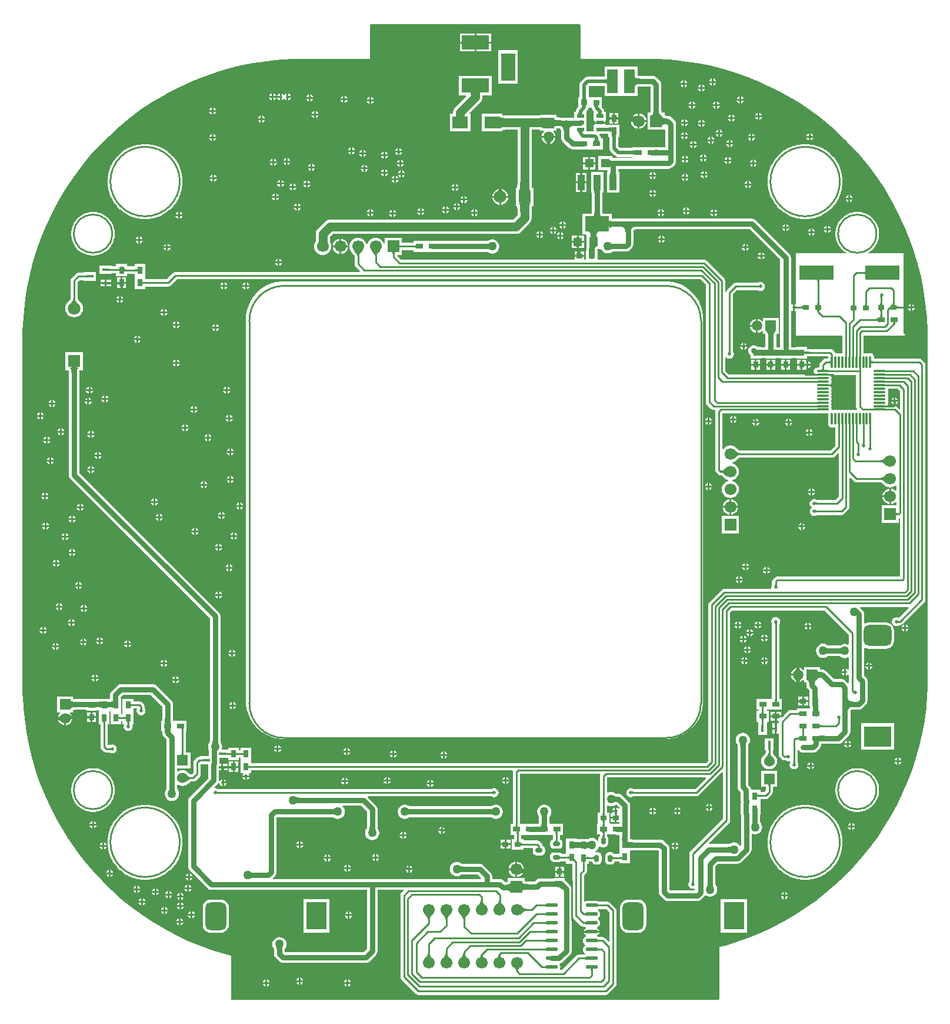
<source format=gbl>
G04*
G04 #@! TF.GenerationSoftware,Altium Limited,Altium Designer,18.1.8 (232)*
G04*
G04 Layer_Physical_Order=2*
G04 Layer_Color=16711680*
%FSLAX25Y25*%
%MOIN*%
G70*
G01*
G75*
%ADD10C,0.01000*%
%ADD14C,0.02000*%
%ADD16R,0.03150X0.04000*%
%ADD18R,0.03500X0.03000*%
%ADD19R,0.03000X0.03500*%
%ADD21R,0.04000X0.03150*%
%ADD49C,0.03000*%
%ADD51C,0.06693*%
%ADD52R,0.06693X0.06693*%
%ADD53R,0.07087X0.07087*%
%ADD54C,0.07087*%
%ADD55C,0.05906*%
%ADD56R,0.05906X0.05906*%
%ADD57R,0.15748X0.11811*%
G04:AMPARAMS|DCode=58|XSize=118.11mil|YSize=157.48mil|CornerRadius=29.53mil|HoleSize=0mil|Usage=FLASHONLY|Rotation=270.000|XOffset=0mil|YOffset=0mil|HoleType=Round|Shape=RoundedRectangle|*
%AMROUNDEDRECTD58*
21,1,0.11811,0.09843,0,0,270.0*
21,1,0.05906,0.15748,0,0,270.0*
1,1,0.05906,-0.04921,-0.02953*
1,1,0.05906,-0.04921,0.02953*
1,1,0.05906,0.04921,0.02953*
1,1,0.05906,0.04921,-0.02953*
%
%ADD58ROUNDEDRECTD58*%
%ADD59R,0.11811X0.15748*%
G04:AMPARAMS|DCode=60|XSize=118.11mil|YSize=157.48mil|CornerRadius=29.53mil|HoleSize=0mil|Usage=FLASHONLY|Rotation=0.000|XOffset=0mil|YOffset=0mil|HoleType=Round|Shape=RoundedRectangle|*
%AMROUNDEDRECTD60*
21,1,0.11811,0.09843,0,0,0.0*
21,1,0.05906,0.15748,0,0,0.0*
1,1,0.05906,0.02953,-0.04921*
1,1,0.05906,-0.02953,-0.04921*
1,1,0.05906,-0.02953,0.04921*
1,1,0.05906,0.02953,0.04921*
%
%ADD60ROUNDEDRECTD60*%
%ADD61C,0.06000*%
%ADD62R,0.06000X0.06000*%
%ADD63R,0.06693X0.06693*%
%ADD64R,0.05906X0.05906*%
%ADD65R,0.07087X0.07087*%
%ADD66R,0.07874X0.15748*%
%ADD67R,0.15748X0.07874*%
%ADD68C,0.02000*%
%ADD69C,0.05000*%
G04:AMPARAMS|DCode=70|XSize=23.62mil|YSize=39.37mil|CornerRadius=5.91mil|HoleSize=0mil|Usage=FLASHONLY|Rotation=90.000|XOffset=0mil|YOffset=0mil|HoleType=Round|Shape=RoundedRectangle|*
%AMROUNDEDRECTD70*
21,1,0.02362,0.02756,0,0,90.0*
21,1,0.01181,0.03937,0,0,90.0*
1,1,0.01181,0.01378,0.00591*
1,1,0.01181,0.01378,-0.00591*
1,1,0.01181,-0.01378,-0.00591*
1,1,0.01181,-0.01378,0.00591*
%
%ADD70ROUNDEDRECTD70*%
G04:AMPARAMS|DCode=71|XSize=23.62mil|YSize=39.37mil|CornerRadius=5.91mil|HoleSize=0mil|Usage=FLASHONLY|Rotation=0.000|XOffset=0mil|YOffset=0mil|HoleType=Round|Shape=RoundedRectangle|*
%AMROUNDEDRECTD71*
21,1,0.02362,0.02756,0,0,0.0*
21,1,0.01181,0.03937,0,0,0.0*
1,1,0.01181,0.00591,-0.01378*
1,1,0.01181,-0.00591,-0.01378*
1,1,0.01181,-0.00591,0.01378*
1,1,0.01181,0.00591,0.01378*
%
%ADD71ROUNDEDRECTD71*%
%ADD72O,0.06870X0.02205*%
%ADD73R,0.03937X0.01772*%
%ADD74R,0.19685X0.07874*%
%ADD75R,0.01772X0.03937*%
%ADD76O,0.01181X0.07087*%
%ADD77O,0.07087X0.01181*%
%ADD78R,0.08661X0.06890*%
%ADD79R,0.03937X0.08661*%
%ADD80R,0.13780X0.08661*%
%ADD81R,0.06299X0.13780*%
%ADD82R,0.03937X0.02165*%
%ADD83R,0.05000X0.05000*%
%ADD84C,0.05000*%
G36*
X197134Y551606D02*
X197275Y551465D01*
X197352Y551281D01*
Y531997D01*
X236221D01*
X240099Y531998D01*
X247846Y531617D01*
X255565Y530857D01*
X263238Y529719D01*
X270845Y528205D01*
X278369Y526321D01*
X285791Y524069D01*
X293094Y521456D01*
X300260Y518488D01*
X307272Y515171D01*
X314113Y511515D01*
X320766Y507527D01*
X327215Y503218D01*
X333445Y498598D01*
X339441Y493677D01*
X345188Y488468D01*
X350673Y482983D01*
X355882Y477236D01*
X360802Y471240D01*
X365423Y465010D01*
X369732Y458561D01*
X373720Y451908D01*
X377376Y445068D01*
X380693Y438056D01*
X383661Y430890D01*
X386274Y423587D01*
X388525Y416164D01*
X390410Y408640D01*
X391923Y401033D01*
X393061Y393360D01*
X393822Y385641D01*
X394202Y377894D01*
Y374016D01*
X394202Y175362D01*
X394202Y175357D01*
X394202Y175351D01*
X394202Y175346D01*
X394047Y171753D01*
X393410Y164595D01*
X392450Y157473D01*
X391166Y150403D01*
X389562Y143397D01*
X387641Y136473D01*
X385408Y129642D01*
X382866Y122920D01*
X380021Y116321D01*
X376879Y109858D01*
X373447Y103544D01*
X369731Y97393D01*
X365739Y91417D01*
X361480Y85629D01*
X356962Y80041D01*
X352194Y74664D01*
X347187Y69509D01*
X341951Y64587D01*
X336496Y59908D01*
X330835Y55482D01*
X324978Y51318D01*
X318937Y47425D01*
X312726Y43810D01*
X306357Y40481D01*
X299843Y37446D01*
X293198Y34710D01*
X286436Y32278D01*
X279570Y30157D01*
X276092Y29253D01*
Y-100D01*
X276016Y-284D01*
X275875Y-425D01*
X275690Y-501D01*
X-100D01*
X-284Y-425D01*
X-425Y-284D01*
X-501Y-100D01*
X-501Y24298D01*
X-4094Y25235D01*
X-11182Y27444D01*
X-18159Y29983D01*
X-25008Y32848D01*
X-31716Y36031D01*
X-38267Y39526D01*
X-44646Y43325D01*
X-50840Y47418D01*
X-56834Y51799D01*
X-62617Y56456D01*
X-68174Y61380D01*
X-73494Y66559D01*
X-78564Y71982D01*
X-83375Y77638D01*
X-87914Y83513D01*
X-92172Y89595D01*
X-96140Y95870D01*
X-99809Y102325D01*
X-103171Y108945D01*
X-106218Y115715D01*
X-108944Y122622D01*
X-111342Y129648D01*
X-113408Y136779D01*
X-115136Y144000D01*
X-116523Y151294D01*
X-117566Y158645D01*
X-118263Y166037D01*
X-118612Y173453D01*
Y177165D01*
Y374016D01*
Y377894D01*
X-118231Y385641D01*
X-117471Y393360D01*
X-116333Y401033D01*
X-114820Y408640D01*
X-112935Y416164D01*
X-110683Y423587D01*
X-108070Y430890D01*
X-105102Y438056D01*
X-101786Y445068D01*
X-98129Y451908D01*
X-94142Y458561D01*
X-89832Y465010D01*
X-85212Y471240D01*
X-80291Y477236D01*
X-75082Y482983D01*
X-69598Y488468D01*
X-63850Y493677D01*
X-57855Y498598D01*
X-51625Y503218D01*
X-45175Y507527D01*
X-38522Y511515D01*
X-31682Y515171D01*
X-24670Y518488D01*
X-17504Y521456D01*
X-10201Y524069D01*
X-2778Y526321D01*
X4746Y528205D01*
X12353Y529719D01*
X20026Y530857D01*
X27745Y531617D01*
X35492Y531998D01*
X39371D01*
X39371Y531997D01*
X39373D01*
X39373Y531997D01*
X39373Y531997D01*
X78239D01*
Y551281D01*
X78315Y551465D01*
X78456Y551606D01*
X78640Y551683D01*
X196950D01*
X197134Y551606D01*
D02*
G37*
%LPC*%
G36*
X146818Y546211D02*
X138444D01*
Y541774D01*
X146818D01*
Y546211D01*
D02*
G37*
G36*
X137444D02*
X129070D01*
Y541774D01*
X129082D01*
Y541774D01*
X129274Y541779D01*
X129446Y541794D01*
X129598Y541819D01*
X129729Y541854D01*
X129841Y541899D01*
X129932Y541954D01*
X130003Y542019D01*
X130053Y542094D01*
X130084Y542179D01*
X130094Y542274D01*
Y541774D01*
X137444D01*
Y546211D01*
D02*
G37*
G36*
Y540774D02*
X130094D01*
Y540274D01*
X130084Y540369D01*
X130053Y540454D01*
X130003Y540529D01*
X129932Y540594D01*
X129841Y540649D01*
X129729Y540694D01*
X129598Y540729D01*
X129446Y540754D01*
X129274Y540769D01*
X129082Y540774D01*
X129070D01*
Y536337D01*
X137444D01*
Y540774D01*
D02*
G37*
G36*
X146818D02*
X138444D01*
Y536337D01*
X146818D01*
Y540774D01*
D02*
G37*
G36*
X273000Y520940D02*
Y519500D01*
X274440D01*
X274384Y519780D01*
X273942Y520442D01*
X273280Y520884D01*
X273000Y520940D01*
D02*
G37*
G36*
X272000D02*
X271720Y520884D01*
X271058Y520442D01*
X270616Y519780D01*
X270560Y519500D01*
X272000D01*
Y520940D01*
D02*
G37*
G36*
X256500Y519940D02*
Y518500D01*
X257940D01*
X257884Y518780D01*
X257442Y519442D01*
X256780Y519884D01*
X256500Y519940D01*
D02*
G37*
G36*
X255500D02*
X255220Y519884D01*
X254558Y519442D01*
X254116Y518780D01*
X254060Y518500D01*
X255500D01*
Y519940D01*
D02*
G37*
G36*
X161885Y536869D02*
X151011D01*
Y518121D01*
X161885D01*
Y536869D01*
D02*
G37*
G36*
X274440Y518500D02*
X273000D01*
Y517060D01*
X273280Y517116D01*
X273942Y517558D01*
X274384Y518220D01*
X274440Y518500D01*
D02*
G37*
G36*
X272000D02*
X270560D01*
X270616Y518220D01*
X271058Y517558D01*
X271720Y517116D01*
X272000Y517060D01*
Y518500D01*
D02*
G37*
G36*
X257940Y517500D02*
X256500D01*
Y516060D01*
X256780Y516116D01*
X257442Y516558D01*
X257884Y517220D01*
X257940Y517500D01*
D02*
G37*
G36*
X255500D02*
X254060D01*
X254116Y517220D01*
X254558Y516558D01*
X255220Y516116D01*
X255500Y516060D01*
Y517500D01*
D02*
G37*
G36*
X266500Y517440D02*
Y516000D01*
X267940D01*
X267884Y516280D01*
X267442Y516942D01*
X266780Y517384D01*
X266500Y517440D01*
D02*
G37*
G36*
X265500D02*
X265220Y517384D01*
X264558Y516942D01*
X264116Y516280D01*
X264060Y516000D01*
X265500D01*
Y517440D01*
D02*
G37*
G36*
X267940Y515000D02*
X266500D01*
Y513560D01*
X266780Y513616D01*
X267442Y514058D01*
X267884Y514720D01*
X267940Y515000D01*
D02*
G37*
G36*
X265500D02*
X264060D01*
X264116Y514720D01*
X264558Y514058D01*
X265220Y513616D01*
X265500Y513560D01*
Y515000D01*
D02*
G37*
G36*
X31000Y512440D02*
X30720Y512384D01*
X30058Y511942D01*
X29852Y511633D01*
X29250D01*
X29044Y511942D01*
X28383Y512384D01*
X28102Y512440D01*
Y510500D01*
Y508560D01*
X28383Y508616D01*
X29044Y509058D01*
X29250Y509367D01*
X29852D01*
X30058Y509058D01*
X30720Y508616D01*
X31000Y508560D01*
Y510500D01*
Y512440D01*
D02*
G37*
G36*
X32000D02*
Y511000D01*
X33440D01*
X33384Y511280D01*
X32942Y511942D01*
X32280Y512384D01*
X32000Y512440D01*
D02*
G37*
G36*
X27102D02*
X26822Y512384D01*
X26160Y511942D01*
X25718Y511280D01*
X25663Y511000D01*
X27102D01*
Y512440D01*
D02*
G37*
G36*
X23500D02*
Y511000D01*
X24939D01*
X24884Y511280D01*
X24442Y511942D01*
X23780Y512384D01*
X23500Y512440D01*
D02*
G37*
G36*
X22500D02*
X22219Y512384D01*
X21558Y511942D01*
X21116Y511280D01*
X21060Y511000D01*
X22500D01*
Y512440D01*
D02*
G37*
G36*
X44581Y511940D02*
Y510500D01*
X46021D01*
X45965Y510780D01*
X45523Y511442D01*
X44862Y511884D01*
X44581Y511940D01*
D02*
G37*
G36*
X43582D02*
X43301Y511884D01*
X42640Y511442D01*
X42198Y510780D01*
X42142Y510500D01*
X43582D01*
Y511940D01*
D02*
G37*
G36*
X64044Y511120D02*
Y509680D01*
X65483D01*
X65428Y509960D01*
X64986Y510622D01*
X64324Y511064D01*
X64044Y511120D01*
D02*
G37*
G36*
X63044D02*
X62763Y511064D01*
X62102Y510622D01*
X61660Y509960D01*
X61604Y509680D01*
X63044D01*
Y511120D01*
D02*
G37*
G36*
X288500Y510726D02*
Y509286D01*
X289940D01*
X289884Y509566D01*
X289442Y510228D01*
X288780Y510670D01*
X288500Y510726D01*
D02*
G37*
G36*
X287500D02*
X287220Y510670D01*
X286558Y510228D01*
X286116Y509566D01*
X286060Y509286D01*
X287500D01*
Y510726D01*
D02*
G37*
G36*
X79000Y510440D02*
Y509000D01*
X80440D01*
X80384Y509280D01*
X79942Y509942D01*
X79280Y510384D01*
X79000Y510440D01*
D02*
G37*
G36*
X78000D02*
X77720Y510384D01*
X77058Y509942D01*
X76616Y509280D01*
X76560Y509000D01*
X78000D01*
Y510440D01*
D02*
G37*
G36*
X33440Y510000D02*
X32000D01*
Y508560D01*
X32280Y508616D01*
X32942Y509058D01*
X33384Y509720D01*
X33440Y510000D01*
D02*
G37*
G36*
X27102D02*
X25663D01*
X25718Y509720D01*
X26160Y509058D01*
X26822Y508616D01*
X27102Y508560D01*
Y510000D01*
D02*
G37*
G36*
X24939D02*
X23500D01*
Y508560D01*
X23780Y508616D01*
X24442Y509058D01*
X24884Y509720D01*
X24939Y510000D01*
D02*
G37*
G36*
X22500D02*
X21060D01*
X21116Y509720D01*
X21558Y509058D01*
X22219Y508616D01*
X22500Y508560D01*
Y510000D01*
D02*
G37*
G36*
X46021Y509500D02*
X44581D01*
Y508060D01*
X44862Y508116D01*
X45523Y508558D01*
X45965Y509220D01*
X46021Y509500D01*
D02*
G37*
G36*
X43582D02*
X42142D01*
X42198Y509220D01*
X42640Y508558D01*
X43301Y508116D01*
X43582Y508060D01*
Y509500D01*
D02*
G37*
G36*
X65483Y508680D02*
X64044D01*
Y507240D01*
X64324Y507296D01*
X64986Y507738D01*
X65428Y508399D01*
X65483Y508680D01*
D02*
G37*
G36*
X63044D02*
X61604D01*
X61660Y508399D01*
X62102Y507738D01*
X62763Y507296D01*
X63044Y507240D01*
Y508680D01*
D02*
G37*
G36*
X289940Y508286D02*
X288500D01*
Y506846D01*
X288780Y506902D01*
X289442Y507344D01*
X289884Y508006D01*
X289940Y508286D01*
D02*
G37*
G36*
X287500D02*
X286060D01*
X286116Y508006D01*
X286558Y507344D01*
X287220Y506902D01*
X287500Y506846D01*
Y508286D01*
D02*
G37*
G36*
X80440Y508000D02*
X79000D01*
Y506560D01*
X79280Y506616D01*
X79942Y507058D01*
X80384Y507720D01*
X80440Y508000D01*
D02*
G37*
G36*
X78000D02*
X76560D01*
X76616Y507720D01*
X77058Y507058D01*
X77720Y506616D01*
X78000Y506560D01*
Y508000D01*
D02*
G37*
G36*
X275000Y507704D02*
Y506265D01*
X276440D01*
X276384Y506545D01*
X275942Y507207D01*
X275280Y507649D01*
X275000Y507704D01*
D02*
G37*
G36*
X274000D02*
X273720Y507649D01*
X273058Y507207D01*
X272616Y506545D01*
X272560Y506265D01*
X274000D01*
Y507704D01*
D02*
G37*
G36*
X261140D02*
Y506265D01*
X262580D01*
X262524Y506545D01*
X262082Y507207D01*
X261421Y507649D01*
X261140Y507704D01*
D02*
G37*
G36*
X260140D02*
X259860Y507649D01*
X259198Y507207D01*
X258756Y506545D01*
X258701Y506265D01*
X260140D01*
Y507704D01*
D02*
G37*
G36*
X276440Y505265D02*
X275000D01*
Y503825D01*
X275280Y503881D01*
X275942Y504323D01*
X276384Y504984D01*
X276440Y505265D01*
D02*
G37*
G36*
X274000D02*
X272560D01*
X272616Y504984D01*
X273058Y504323D01*
X273720Y503881D01*
X274000Y503825D01*
Y505265D01*
D02*
G37*
G36*
X262580D02*
X261140D01*
Y503825D01*
X261421Y503881D01*
X262082Y504323D01*
X262524Y504984D01*
X262580Y505265D01*
D02*
G37*
G36*
X260140D02*
X258701D01*
X258756Y504984D01*
X259198Y504323D01*
X259860Y503881D01*
X260140Y503825D01*
Y505265D01*
D02*
G37*
G36*
X-10500Y504440D02*
Y503000D01*
X-9060D01*
X-9116Y503280D01*
X-9558Y503942D01*
X-10220Y504384D01*
X-10500Y504440D01*
D02*
G37*
G36*
X-11500D02*
X-11780Y504384D01*
X-12442Y503942D01*
X-12884Y503280D01*
X-12940Y503000D01*
X-11500D01*
Y504440D01*
D02*
G37*
G36*
X47500Y502440D02*
Y501000D01*
X48940D01*
X48884Y501280D01*
X48442Y501942D01*
X47780Y502384D01*
X47500Y502440D01*
D02*
G37*
G36*
X46500D02*
X46220Y502384D01*
X45558Y501942D01*
X45116Y501280D01*
X45060Y501000D01*
X46500D01*
Y502440D01*
D02*
G37*
G36*
X-9060Y502000D02*
X-10500D01*
Y500560D01*
X-10220Y500616D01*
X-9558Y501058D01*
X-9116Y501720D01*
X-9060Y502000D01*
D02*
G37*
G36*
X-11500D02*
X-12940D01*
X-12884Y501720D01*
X-12442Y501058D01*
X-11780Y500616D01*
X-11500Y500560D01*
Y502000D01*
D02*
G37*
G36*
X299000Y501440D02*
Y500000D01*
X300440D01*
X300384Y500280D01*
X299942Y500942D01*
X299280Y501384D01*
X299000Y501440D01*
D02*
G37*
G36*
X298000D02*
X297720Y501384D01*
X297058Y500942D01*
X296616Y500280D01*
X296560Y500000D01*
X298000D01*
Y501440D01*
D02*
G37*
G36*
X283500Y500440D02*
Y499000D01*
X284940D01*
X284884Y499280D01*
X284442Y499942D01*
X283780Y500384D01*
X283500Y500440D01*
D02*
G37*
G36*
X282500D02*
X282220Y500384D01*
X281558Y499942D01*
X281116Y499280D01*
X281060Y499000D01*
X282500D01*
Y500440D01*
D02*
G37*
G36*
X220518Y527754D02*
X220019Y527754D01*
X211070D01*
Y521919D01*
X211006Y521914D01*
X201444D01*
X200468Y521720D01*
X199641Y521167D01*
X197741Y519267D01*
X197189Y518440D01*
X196995Y517465D01*
Y510365D01*
X196294D01*
Y508940D01*
X196276Y508853D01*
X196294Y508765D01*
Y508675D01*
X196292Y508637D01*
X196294Y508631D01*
Y504967D01*
X195629Y504302D01*
X195076Y503476D01*
X194882Y502500D01*
Y502187D01*
X193963D01*
Y498828D01*
X186486D01*
X186471Y498831D01*
X184677Y498863D01*
X184490Y498878D01*
X184167Y498930D01*
X183937Y498990D01*
X183896Y499006D01*
Y500254D01*
X182472D01*
X182384Y500272D01*
X182302Y500255D01*
X182218Y500263D01*
X182192Y500254D01*
X176590D01*
X176503Y500272D01*
X176459Y500263D01*
X176414Y500269D01*
X176357Y500254D01*
X174991D01*
Y500132D01*
X172444Y499981D01*
X167263D01*
X167263Y499981D01*
X167262Y499981D01*
X156586D01*
X155094Y500012D01*
X153794Y500116D01*
X153353Y500183D01*
X153330Y500189D01*
Y500892D01*
X152018D01*
X151997Y500898D01*
X151911Y500892D01*
X151905D01*
X151818Y500909D01*
X151730Y500892D01*
X141668D01*
Y491002D01*
X151730D01*
X151818Y490984D01*
X151905Y491002D01*
X151911D01*
X151997Y490995D01*
X152018Y491002D01*
X153330D01*
Y491700D01*
X155936Y491909D01*
X156303Y491912D01*
X161799D01*
Y461932D01*
X161794Y461494D01*
X161716Y459970D01*
X161653Y459408D01*
X161578Y458961D01*
X161564Y458908D01*
X160790D01*
Y457619D01*
X160788Y457614D01*
X160790Y457580D01*
Y457483D01*
X160773Y457396D01*
X160790Y457309D01*
Y450421D01*
X160773Y450333D01*
X160790Y450246D01*
Y450149D01*
X160788Y450116D01*
X160790Y450111D01*
Y448821D01*
X161564D01*
X161578Y448769D01*
X161648Y448353D01*
X161794Y446223D01*
X161799Y445798D01*
Y443561D01*
X159273Y441035D01*
X55500D01*
X55500Y441035D01*
X54456Y440897D01*
X53483Y440494D01*
X52647Y439853D01*
X52647Y439853D01*
X48591Y435796D01*
X47950Y434961D01*
X47547Y433988D01*
X47409Y432944D01*
X47409Y432944D01*
Y428568D01*
X47210Y428309D01*
X46722Y427130D01*
X46555Y425865D01*
X46722Y424600D01*
X47210Y423421D01*
X47987Y422408D01*
X49000Y421631D01*
X50178Y421143D01*
X51444Y420976D01*
X52709Y421143D01*
X53888Y421631D01*
X54900Y422408D01*
X55677Y423421D01*
X56165Y424600D01*
X56332Y425865D01*
X56165Y427130D01*
X55677Y428309D01*
X55478Y428568D01*
Y431273D01*
X57171Y432966D01*
X160944D01*
X160944Y432966D01*
X161988Y433103D01*
X162961Y433506D01*
X163796Y434147D01*
X168686Y439037D01*
X169327Y439873D01*
X169730Y440846D01*
X169868Y441890D01*
X169868Y441890D01*
Y445798D01*
X169873Y446236D01*
X169951Y447760D01*
X170014Y448322D01*
X170089Y448769D01*
X170103Y448821D01*
X170877D01*
Y450111D01*
X170879Y450116D01*
X170877Y450149D01*
Y450246D01*
X170894Y450333D01*
X170877Y450421D01*
Y457309D01*
X170894Y457396D01*
X170877Y457483D01*
Y457580D01*
X170879Y457614D01*
X170877Y457619D01*
Y458908D01*
X170103D01*
X170089Y458961D01*
X170019Y459376D01*
X169873Y461507D01*
X169868Y461932D01*
Y491912D01*
X171735D01*
X173977Y491866D01*
X174991Y491787D01*
Y491349D01*
X176416D01*
X176503Y491332D01*
X176525Y491336D01*
X176548Y491332D01*
X176621Y491349D01*
X176631D01*
X176792Y490876D01*
X176625Y490747D01*
X175991Y489921D01*
X175593Y488960D01*
X175523Y488428D01*
X179444D01*
X183365D01*
X183295Y488960D01*
X182896Y489921D01*
X182263Y490747D01*
X182106Y490867D01*
X182161Y491102D01*
X182301Y491348D01*
X182302Y491348D01*
X182384Y491332D01*
X182472Y491349D01*
X183896D01*
Y492598D01*
X183937Y492614D01*
X184071Y492649D01*
X185540Y492724D01*
X185703Y492695D01*
X185921Y492623D01*
X186065Y492545D01*
X186163Y492465D01*
X186243Y492367D01*
X186321Y492223D01*
X186393Y492005D01*
X186448Y491698D01*
X186473Y491221D01*
X186474Y491216D01*
Y487500D01*
X186577Y486717D01*
X186880Y485987D01*
X187360Y485360D01*
X190996Y481725D01*
X190996Y481725D01*
X191622Y481244D01*
X192352Y480942D01*
X193135Y480839D01*
X193135Y480839D01*
X194272D01*
X194288Y480835D01*
X195794Y480819D01*
Y480790D01*
X197218D01*
X197306Y480773D01*
X197317Y480775D01*
X197327Y480773D01*
X197408Y480790D01*
X202794D01*
Y480790D01*
X203094D01*
Y480790D01*
X210094D01*
Y486940D01*
X209143D01*
Y487215D01*
X208949Y488190D01*
X208396Y489017D01*
X208333Y489080D01*
X208525Y489542D01*
X210325D01*
X210412Y489525D01*
X210439Y489530D01*
X210466Y489526D01*
X210931Y489542D01*
X211924D01*
Y489576D01*
X212988D01*
X213351Y489227D01*
X213369Y489139D01*
Y487715D01*
X213895D01*
Y481365D01*
X214089Y480389D01*
X214641Y479562D01*
X217005Y477199D01*
X217832Y476646D01*
X218807Y476452D01*
X226440D01*
X226487Y476405D01*
X226317Y475914D01*
X226294Y475891D01*
X216490D01*
X216475Y475894D01*
X216035Y475903D01*
X215692Y475927D01*
X215444Y475959D01*
Y476865D01*
X214019D01*
X213932Y476882D01*
X213844Y476865D01*
X213790D01*
X213729Y476869D01*
X213718Y476865D01*
X207444D01*
Y468865D01*
X212568D01*
X212846Y468466D01*
X212653Y468007D01*
X212530D01*
Y466642D01*
X212516Y466586D01*
X212522Y466540D01*
X212513Y466495D01*
X212530Y466407D01*
Y456345D01*
X219467D01*
Y466407D01*
X219485Y466495D01*
X219476Y466540D01*
X219482Y466586D01*
X219467Y466642D01*
Y468007D01*
X219096D01*
X219032Y468981D01*
X219029Y469339D01*
X219389Y469839D01*
X247485D01*
X248268Y469942D01*
X248998Y470244D01*
X249624Y470725D01*
X250772Y471873D01*
X250772Y471873D01*
X251253Y472499D01*
X251555Y473229D01*
X251658Y474012D01*
X251658Y474012D01*
Y478865D01*
Y495176D01*
X251555Y495959D01*
X251253Y496689D01*
X250772Y497316D01*
X250772Y497316D01*
X249162Y498926D01*
X248535Y499406D01*
X247806Y499709D01*
X247022Y499812D01*
X246753D01*
X246740Y499815D01*
X246214Y499829D01*
X245808Y499864D01*
X245487Y499918D01*
X245260Y499978D01*
X245211Y499998D01*
Y501632D01*
X243577D01*
X243557Y501681D01*
X243496Y501908D01*
X243443Y502228D01*
X243408Y502635D01*
X243394Y503160D01*
X243391Y503174D01*
Y517443D01*
X243391Y517444D01*
X243288Y518227D01*
X242985Y518956D01*
X242505Y519583D01*
X242505Y519583D01*
X240583Y521504D01*
X239957Y521985D01*
X239227Y522288D01*
X238444Y522391D01*
X231359D01*
X231346Y522394D01*
X230823Y522407D01*
X230419Y522443D01*
X230101Y522496D01*
X229876Y522557D01*
X229818Y522580D01*
Y527754D01*
X220869D01*
X220518Y527754D01*
D02*
G37*
G36*
X48940Y500000D02*
X47500D01*
Y498560D01*
X47780Y498616D01*
X48442Y499058D01*
X48884Y499720D01*
X48940Y500000D01*
D02*
G37*
G36*
X46500D02*
X45060D01*
X45116Y499720D01*
X45558Y499058D01*
X46220Y498616D01*
X46500Y498560D01*
Y500000D01*
D02*
G37*
G36*
X17204Y499940D02*
Y498500D01*
X18643D01*
X18587Y498780D01*
X18146Y499442D01*
X17484Y499884D01*
X17204Y499940D01*
D02*
G37*
G36*
X16204D02*
X15923Y499884D01*
X15262Y499442D01*
X14820Y498780D01*
X14764Y498500D01*
X16204D01*
Y499940D01*
D02*
G37*
G36*
X300440Y499000D02*
X299000D01*
Y497560D01*
X299280Y497616D01*
X299942Y498058D01*
X300384Y498720D01*
X300440Y499000D01*
D02*
G37*
G36*
X298000D02*
X296560D01*
X296616Y498720D01*
X297058Y498058D01*
X297720Y497616D01*
X298000Y497560D01*
Y499000D01*
D02*
G37*
G36*
X284940Y498000D02*
X283500D01*
Y496560D01*
X283780Y496616D01*
X284442Y497058D01*
X284884Y497720D01*
X284940Y498000D01*
D02*
G37*
G36*
X282500D02*
X281060D01*
X281116Y497720D01*
X281558Y497058D01*
X282220Y496616D01*
X282500Y496560D01*
Y498000D01*
D02*
G37*
G36*
X256945Y497742D02*
Y496302D01*
X258385D01*
X258329Y496582D01*
X257887Y497244D01*
X257226Y497686D01*
X256945Y497742D01*
D02*
G37*
G36*
X255945D02*
X255665Y497686D01*
X255003Y497244D01*
X254561Y496582D01*
X254506Y496302D01*
X255945D01*
Y497742D01*
D02*
G37*
G36*
X18643Y497500D02*
X17204D01*
Y496060D01*
X17484Y496116D01*
X18146Y496558D01*
X18587Y497220D01*
X18643Y497500D01*
D02*
G37*
G36*
X16204D02*
X14764D01*
X14820Y497220D01*
X15262Y496558D01*
X15923Y496116D01*
X16204Y496060D01*
Y497500D01*
D02*
G37*
G36*
X266500Y497440D02*
Y496000D01*
X267940D01*
X267884Y496280D01*
X267442Y496942D01*
X266780Y497384D01*
X266500Y497440D01*
D02*
G37*
G36*
X265500D02*
X265220Y497384D01*
X264558Y496942D01*
X264116Y496280D01*
X264060Y496000D01*
X265500D01*
Y497440D01*
D02*
G37*
G36*
X258385Y495302D02*
X256945D01*
Y493862D01*
X257226Y493918D01*
X257887Y494360D01*
X258329Y495021D01*
X258385Y495302D01*
D02*
G37*
G36*
X255945D02*
X254506D01*
X254561Y495021D01*
X255003Y494360D01*
X255665Y493918D01*
X255945Y493862D01*
Y495302D01*
D02*
G37*
G36*
X267940Y495000D02*
X266500D01*
Y493560D01*
X266780Y493616D01*
X267442Y494058D01*
X267884Y494720D01*
X267940Y495000D01*
D02*
G37*
G36*
X265500D02*
X264060D01*
X264116Y494720D01*
X264558Y494058D01*
X265220Y493616D01*
X265500Y493560D01*
Y495000D01*
D02*
G37*
G36*
X147318Y522302D02*
X128570D01*
Y511428D01*
X132704D01*
X132896Y510966D01*
X126536Y504606D01*
X125895Y503770D01*
X125491Y502797D01*
X125354Y501753D01*
X125354Y501753D01*
Y500892D01*
X123558D01*
Y491002D01*
X135219D01*
Y500892D01*
X134886D01*
X134695Y501354D01*
X140796Y507455D01*
X140796Y507455D01*
X141438Y508291D01*
X141841Y509264D01*
X141978Y510308D01*
X141978Y510308D01*
Y511226D01*
X141985Y511428D01*
X147318D01*
Y522302D01*
D02*
G37*
G36*
X276500Y491940D02*
Y490500D01*
X277940D01*
X277884Y490780D01*
X277442Y491442D01*
X276780Y491884D01*
X276500Y491940D01*
D02*
G37*
G36*
X275500D02*
X275220Y491884D01*
X274558Y491442D01*
X274116Y490780D01*
X274060Y490500D01*
X275500D01*
Y491940D01*
D02*
G37*
G36*
X256945Y490470D02*
Y489031D01*
X258385D01*
X258329Y489311D01*
X257887Y489973D01*
X257226Y490415D01*
X256945Y490470D01*
D02*
G37*
G36*
X255945D02*
X255665Y490415D01*
X255003Y489973D01*
X254561Y489311D01*
X254506Y489031D01*
X255945D01*
Y490470D01*
D02*
G37*
G36*
X328000Y489867D02*
Y488428D01*
X329440D01*
X329384Y488708D01*
X328942Y489370D01*
X328280Y489812D01*
X328000Y489867D01*
D02*
G37*
G36*
X327000D02*
X326720Y489812D01*
X326058Y489370D01*
X325616Y488708D01*
X325560Y488428D01*
X327000D01*
Y489867D01*
D02*
G37*
G36*
X295000Y489676D02*
Y488236D01*
X296440D01*
X296384Y488516D01*
X295942Y489178D01*
X295280Y489620D01*
X295000Y489676D01*
D02*
G37*
G36*
X294000D02*
X293720Y489620D01*
X293058Y489178D01*
X292616Y488516D01*
X292560Y488236D01*
X294000D01*
Y489676D01*
D02*
G37*
G36*
X277940Y489500D02*
X276500D01*
Y488060D01*
X276780Y488116D01*
X277442Y488558D01*
X277884Y489220D01*
X277940Y489500D01*
D02*
G37*
G36*
X275500D02*
X274060D01*
X274116Y489220D01*
X274558Y488558D01*
X275220Y488116D01*
X275500Y488060D01*
Y489500D01*
D02*
G37*
G36*
X-10533Y489440D02*
Y488000D01*
X-9093D01*
X-9149Y488280D01*
X-9591Y488942D01*
X-10252Y489384D01*
X-10533Y489440D01*
D02*
G37*
G36*
X-11533D02*
X-11813Y489384D01*
X-12475Y488942D01*
X-12917Y488280D01*
X-12972Y488000D01*
X-11533D01*
Y489440D01*
D02*
G37*
G36*
X258385Y488031D02*
X256945D01*
Y486591D01*
X257226Y486647D01*
X257887Y487089D01*
X258329Y487750D01*
X258385Y488031D01*
D02*
G37*
G36*
X255945D02*
X254506D01*
X254561Y487750D01*
X255003Y487089D01*
X255665Y486647D01*
X255945Y486591D01*
Y488031D01*
D02*
G37*
G36*
X272000Y487940D02*
Y486500D01*
X273440D01*
X273384Y486780D01*
X272942Y487442D01*
X272280Y487884D01*
X272000Y487940D01*
D02*
G37*
G36*
X271000D02*
X270720Y487884D01*
X270058Y487442D01*
X269616Y486780D01*
X269560Y486500D01*
X271000D01*
Y487940D01*
D02*
G37*
G36*
X329440Y487428D02*
X328000D01*
Y485988D01*
X328280Y486044D01*
X328942Y486486D01*
X329384Y487147D01*
X329440Y487428D01*
D02*
G37*
G36*
X327000D02*
X325560D01*
X325616Y487147D01*
X326058Y486486D01*
X326720Y486044D01*
X327000Y485988D01*
Y487428D01*
D02*
G37*
G36*
X296440Y487236D02*
X295000D01*
Y485796D01*
X295280Y485852D01*
X295942Y486294D01*
X296384Y486956D01*
X296440Y487236D01*
D02*
G37*
G36*
X294000D02*
X292560D01*
X292616Y486956D01*
X293058Y486294D01*
X293720Y485852D01*
X294000Y485796D01*
Y487236D01*
D02*
G37*
G36*
X-9093Y487000D02*
X-10533D01*
Y485560D01*
X-10252Y485616D01*
X-9591Y486058D01*
X-9149Y486720D01*
X-9093Y487000D01*
D02*
G37*
G36*
X-11533D02*
X-12972D01*
X-12917Y486720D01*
X-12475Y486058D01*
X-11813Y485616D01*
X-11533Y485560D01*
Y487000D01*
D02*
G37*
G36*
X282500Y486026D02*
Y484586D01*
X283940D01*
X283884Y484866D01*
X283442Y485528D01*
X282780Y485970D01*
X282500Y486026D01*
D02*
G37*
G36*
X281500D02*
X281220Y485970D01*
X280558Y485528D01*
X280116Y484866D01*
X280060Y484586D01*
X281500D01*
Y486026D01*
D02*
G37*
G36*
X273440Y485500D02*
X272000D01*
Y484060D01*
X272280Y484116D01*
X272942Y484558D01*
X273384Y485220D01*
X273440Y485500D01*
D02*
G37*
G36*
X271000D02*
X269560D01*
X269616Y485220D01*
X270058Y484558D01*
X270720Y484116D01*
X271000Y484060D01*
Y485500D01*
D02*
G37*
G36*
X183365Y487428D02*
X179944D01*
Y485819D01*
X181511D01*
X181213Y485517D01*
X180711Y484942D01*
X180508Y484670D01*
X180335Y484408D01*
X180194Y484156D01*
X180139Y484032D01*
X180475Y484077D01*
X181437Y484475D01*
X182263Y485109D01*
X182896Y485934D01*
X183295Y486896D01*
X183365Y487428D01*
D02*
G37*
G36*
X178944D02*
X175523D01*
X175593Y486896D01*
X175991Y485934D01*
X176625Y485109D01*
X177450Y484475D01*
X178412Y484077D01*
X178749Y484032D01*
X178693Y484156D01*
X178552Y484408D01*
X178380Y484670D01*
X178176Y484942D01*
X177674Y485517D01*
X177377Y485819D01*
X178944D01*
Y487428D01*
D02*
G37*
G36*
X262000Y485440D02*
Y484000D01*
X263440D01*
X263384Y484280D01*
X262942Y484942D01*
X262280Y485384D01*
X262000Y485440D01*
D02*
G37*
G36*
X261000D02*
X260720Y485384D01*
X260058Y484942D01*
X259616Y484280D01*
X259560Y484000D01*
X261000D01*
Y485440D01*
D02*
G37*
G36*
X326093Y483813D02*
X323513D01*
X323414Y483793D01*
X323313Y483800D01*
X320755Y483463D01*
X320659Y483430D01*
X320559Y483424D01*
X318066Y482756D01*
X317976Y482711D01*
X317877Y482692D01*
X315493Y481704D01*
X315409Y481648D01*
X315313Y481616D01*
X313079Y480326D01*
X313003Y480259D01*
X312912Y480214D01*
X310865Y478644D01*
X310799Y478568D01*
X310715Y478512D01*
X308890Y476687D01*
X308834Y476603D01*
X308758Y476537D01*
X307187Y474489D01*
X307142Y474399D01*
X307076Y474323D01*
X305786Y472088D01*
X305753Y471993D01*
X305697Y471909D01*
X304710Y469525D01*
X304690Y469426D01*
X304645Y469335D01*
X303978Y466843D01*
X303971Y466742D01*
X303939Y466647D01*
X303602Y464088D01*
X303608Y463988D01*
X303589Y463889D01*
Y461308D01*
X303608Y461209D01*
X303602Y461109D01*
X303939Y458550D01*
X303971Y458455D01*
X303978Y458354D01*
X304645Y455861D01*
X304690Y455771D01*
X304710Y455672D01*
X305697Y453288D01*
X305753Y453204D01*
X305786Y453109D01*
X307076Y450874D01*
X307142Y450798D01*
X307187Y450707D01*
X308758Y448660D01*
X308834Y448594D01*
X308890Y448510D01*
X310715Y446685D01*
X310799Y446629D01*
X310865Y446553D01*
X312912Y444982D01*
X313003Y444938D01*
X313079Y444871D01*
X315313Y443581D01*
X315409Y443549D01*
X315493Y443493D01*
X317877Y442505D01*
X317976Y442485D01*
X318066Y442441D01*
X320559Y441773D01*
X320659Y441766D01*
X320755Y441734D01*
X323313Y441397D01*
X323414Y441404D01*
X323513Y441384D01*
X326093D01*
X326192Y441404D01*
X326293Y441397D01*
X328851Y441734D01*
X328947Y441766D01*
X329048Y441773D01*
X331540Y442441D01*
X331631Y442485D01*
X331730Y442505D01*
X334114Y443493D01*
X334197Y443549D01*
X334293Y443581D01*
X336528Y444871D01*
X336603Y444938D01*
X336694Y444982D01*
X338741Y446553D01*
X338808Y446629D01*
X338892Y446685D01*
X340716Y448510D01*
X340772Y448594D01*
X340848Y448660D01*
X342419Y450707D01*
X342464Y450798D01*
X342530Y450874D01*
X343821Y453109D01*
X343853Y453204D01*
X343909Y453288D01*
X344897Y455672D01*
X344916Y455771D01*
X344961Y455861D01*
X345629Y458354D01*
X345635Y458455D01*
X345668Y458550D01*
X346005Y461109D01*
X345998Y461209D01*
X346018Y461308D01*
Y463889D01*
X345998Y463988D01*
X346005Y464088D01*
X345668Y466647D01*
X345635Y466742D01*
X345629Y466843D01*
X344961Y469335D01*
X344916Y469426D01*
X344897Y469525D01*
X343909Y471909D01*
X343853Y471993D01*
X343821Y472088D01*
X342530Y474323D01*
X342464Y474399D01*
X342419Y474489D01*
X340848Y476537D01*
X340772Y476603D01*
X340716Y476687D01*
X338892Y478512D01*
X338808Y478568D01*
X338741Y478644D01*
X336694Y480214D01*
X336604Y480259D01*
X336528Y480326D01*
X334293Y481616D01*
X334197Y481648D01*
X334114Y481704D01*
X331730Y482692D01*
X331631Y482711D01*
X331540Y482756D01*
X329048Y483424D01*
X328947Y483430D01*
X328851Y483463D01*
X326293Y483800D01*
X326192Y483793D01*
X326093Y483813D01*
D02*
G37*
G36*
X-47922D02*
X-50503D01*
X-50602Y483793D01*
X-50702Y483800D01*
X-53261Y483463D01*
X-53356Y483430D01*
X-53457Y483424D01*
X-55950Y482756D01*
X-56040Y482711D01*
X-56139Y482692D01*
X-58523Y481704D01*
X-58607Y481648D01*
X-58702Y481616D01*
X-60937Y480326D01*
X-61013Y480259D01*
X-61103Y480214D01*
X-63151Y478644D01*
X-63217Y478568D01*
X-63301Y478512D01*
X-65126Y476687D01*
X-65182Y476603D01*
X-65258Y476537D01*
X-66829Y474489D01*
X-66873Y474399D01*
X-66940Y474323D01*
X-68230Y472088D01*
X-68262Y471993D01*
X-68318Y471909D01*
X-69306Y469525D01*
X-69326Y469426D01*
X-69370Y469335D01*
X-70038Y466843D01*
X-70045Y466742D01*
X-70077Y466647D01*
X-70414Y464088D01*
X-70407Y463988D01*
X-70427Y463889D01*
Y461308D01*
X-70407Y461209D01*
X-70414Y461109D01*
X-70077Y458550D01*
X-70045Y458455D01*
X-70038Y458354D01*
X-69370Y455861D01*
X-69326Y455771D01*
X-69306Y455672D01*
X-68318Y453288D01*
X-68262Y453204D01*
X-68230Y453109D01*
X-66940Y450874D01*
X-66873Y450798D01*
X-66829Y450707D01*
X-65258Y448660D01*
X-65182Y448594D01*
X-65126Y448510D01*
X-63301Y446685D01*
X-63217Y446629D01*
X-63151Y446553D01*
X-61103Y444982D01*
X-61013Y444938D01*
X-60937Y444871D01*
X-58702Y443581D01*
X-58607Y443549D01*
X-58523Y443493D01*
X-56139Y442505D01*
X-56040Y442485D01*
X-55950Y442441D01*
X-53457Y441773D01*
X-53356Y441766D01*
X-53261Y441734D01*
X-50702Y441397D01*
X-50602Y441404D01*
X-50503Y441384D01*
X-47922D01*
X-47823Y441404D01*
X-47723Y441397D01*
X-45164Y441734D01*
X-45069Y441766D01*
X-44968Y441773D01*
X-42476Y442441D01*
X-42385Y442485D01*
X-42286Y442505D01*
X-39902Y443493D01*
X-39818Y443549D01*
X-39723Y443581D01*
X-37488Y444871D01*
X-37412Y444938D01*
X-37322Y444982D01*
X-35274Y446553D01*
X-35208Y446629D01*
X-35124Y446685D01*
X-33299Y448510D01*
X-33243Y448594D01*
X-33167Y448660D01*
X-31597Y450707D01*
X-31552Y450798D01*
X-31486Y450874D01*
X-30195Y453109D01*
X-30163Y453204D01*
X-30107Y453288D01*
X-29119Y455672D01*
X-29100Y455771D01*
X-29055Y455861D01*
X-28387Y458354D01*
X-28381Y458455D01*
X-28348Y458550D01*
X-28011Y461109D01*
X-28018Y461209D01*
X-27998Y461308D01*
Y463889D01*
X-28018Y463988D01*
X-28011Y464088D01*
X-28348Y466647D01*
X-28381Y466742D01*
X-28387Y466843D01*
X-29055Y469335D01*
X-29100Y469426D01*
X-29119Y469525D01*
X-30107Y471909D01*
X-30163Y471993D01*
X-30195Y472088D01*
X-31486Y474323D01*
X-31552Y474399D01*
X-31597Y474489D01*
X-33167Y476537D01*
X-33243Y476603D01*
X-33299Y476687D01*
X-35124Y478512D01*
X-35208Y478568D01*
X-35274Y478644D01*
X-37322Y480214D01*
X-37412Y480259D01*
X-37488Y480326D01*
X-39723Y481616D01*
X-39818Y481648D01*
X-39902Y481704D01*
X-42286Y482692D01*
X-42385Y482711D01*
X-42476Y482756D01*
X-44968Y483424D01*
X-45069Y483430D01*
X-45164Y483463D01*
X-47723Y483800D01*
X-47823Y483793D01*
X-47922Y483813D01*
D02*
G37*
G36*
X283940Y483586D02*
X282500D01*
Y482146D01*
X282780Y482202D01*
X283442Y482644D01*
X283884Y483306D01*
X283940Y483586D01*
D02*
G37*
G36*
X281500D02*
X280060D01*
X280116Y483306D01*
X280558Y482644D01*
X281220Y482202D01*
X281500Y482146D01*
Y483586D01*
D02*
G37*
G36*
X263440Y483000D02*
X262000D01*
Y481560D01*
X262280Y481616D01*
X262942Y482058D01*
X263384Y482720D01*
X263440Y483000D01*
D02*
G37*
G36*
X261000D02*
X259560D01*
X259616Y482720D01*
X260058Y482058D01*
X260720Y481616D01*
X261000Y481560D01*
Y483000D01*
D02*
G37*
G36*
X68184Y481940D02*
Y480500D01*
X69624D01*
X69568Y480780D01*
X69126Y481442D01*
X68464Y481884D01*
X68184Y481940D01*
D02*
G37*
G36*
X67184D02*
X66904Y481884D01*
X66242Y481442D01*
X65800Y480780D01*
X65744Y480500D01*
X67184D01*
Y481940D01*
D02*
G37*
G36*
X95000Y481440D02*
Y480000D01*
X96440D01*
X96384Y480280D01*
X95942Y480942D01*
X95280Y481384D01*
X95000Y481440D01*
D02*
G37*
G36*
X94000D02*
X93720Y481384D01*
X93058Y480942D01*
X92616Y480280D01*
X92560Y480000D01*
X94000D01*
Y481440D01*
D02*
G37*
G36*
X74500Y480440D02*
Y479000D01*
X75940D01*
X75884Y479280D01*
X75442Y479942D01*
X74780Y480384D01*
X74500Y480440D01*
D02*
G37*
G36*
X73500D02*
X73220Y480384D01*
X72558Y479942D01*
X72116Y479280D01*
X72060Y479000D01*
X73500D01*
Y480440D01*
D02*
G37*
G36*
X69624Y479500D02*
X68184D01*
Y478060D01*
X68464Y478116D01*
X69126Y478558D01*
X69568Y479220D01*
X69624Y479500D01*
D02*
G37*
G36*
X67184D02*
X65744D01*
X65800Y479220D01*
X66242Y478558D01*
X66904Y478116D01*
X67184Y478060D01*
Y479500D01*
D02*
G37*
G36*
X87000Y479440D02*
Y478000D01*
X88440D01*
X88384Y478280D01*
X87942Y478942D01*
X87280Y479384D01*
X87000Y479440D01*
D02*
G37*
G36*
X86000D02*
X85720Y479384D01*
X85058Y478942D01*
X84616Y478280D01*
X84560Y478000D01*
X86000D01*
Y479440D01*
D02*
G37*
G36*
X96440Y479000D02*
X95000D01*
Y477560D01*
X95280Y477616D01*
X95942Y478058D01*
X96384Y478720D01*
X96440Y479000D01*
D02*
G37*
G36*
X94000D02*
X92560D01*
X92616Y478720D01*
X93058Y478058D01*
X93720Y477616D01*
X94000Y477560D01*
Y479000D01*
D02*
G37*
G36*
X75940Y478000D02*
X74500D01*
Y476560D01*
X74780Y476616D01*
X75442Y477058D01*
X75884Y477720D01*
X75940Y478000D01*
D02*
G37*
G36*
X73500D02*
X72060D01*
X72116Y477720D01*
X72558Y477058D01*
X73220Y476616D01*
X73500Y476560D01*
Y478000D01*
D02*
G37*
G36*
X267500Y477940D02*
Y476500D01*
X268940D01*
X268884Y476780D01*
X268442Y477442D01*
X267780Y477884D01*
X267500Y477940D01*
D02*
G37*
G36*
X266500D02*
X266220Y477884D01*
X265558Y477442D01*
X265116Y476780D01*
X265060Y476500D01*
X266500D01*
Y477940D01*
D02*
G37*
G36*
X257219Y477206D02*
Y475766D01*
X258658D01*
X258602Y476047D01*
X258160Y476708D01*
X257499Y477150D01*
X257219Y477206D01*
D02*
G37*
G36*
X256219D02*
X255938Y477150D01*
X255277Y476708D01*
X254835Y476047D01*
X254779Y475766D01*
X256219D01*
Y477206D01*
D02*
G37*
G36*
X88440Y477000D02*
X87000D01*
Y475560D01*
X87280Y475616D01*
X87942Y476058D01*
X88384Y476720D01*
X88440Y477000D01*
D02*
G37*
G36*
X86000D02*
X84560D01*
X84616Y476720D01*
X85058Y476058D01*
X85720Y475616D01*
X86000Y475560D01*
Y477000D01*
D02*
G37*
G36*
X281500Y476440D02*
Y475000D01*
X282940D01*
X282884Y475280D01*
X282442Y475942D01*
X281780Y476384D01*
X281500Y476440D01*
D02*
G37*
G36*
X280500D02*
X280220Y476384D01*
X279558Y475942D01*
X279116Y475280D01*
X279060Y475000D01*
X280500D01*
Y476440D01*
D02*
G37*
G36*
X31500Y475940D02*
Y474500D01*
X32940D01*
X32884Y474780D01*
X32442Y475442D01*
X31780Y475884D01*
X31500Y475940D01*
D02*
G37*
G36*
X30500D02*
X30220Y475884D01*
X29558Y475442D01*
X29116Y474780D01*
X29060Y474500D01*
X30500D01*
Y475940D01*
D02*
G37*
G36*
X268940Y475500D02*
X267500D01*
Y474060D01*
X267780Y474116D01*
X268442Y474558D01*
X268884Y475220D01*
X268940Y475500D01*
D02*
G37*
G36*
X266500D02*
X265060D01*
X265116Y475220D01*
X265558Y474558D01*
X266220Y474116D01*
X266500Y474060D01*
Y475500D01*
D02*
G37*
G36*
X24000Y475440D02*
Y474000D01*
X25440D01*
X25384Y474280D01*
X24942Y474942D01*
X24280Y475384D01*
X24000Y475440D01*
D02*
G37*
G36*
X23000D02*
X22720Y475384D01*
X22058Y474942D01*
X21616Y474280D01*
X21560Y474000D01*
X23000D01*
Y475440D01*
D02*
G37*
G36*
X296000Y474940D02*
Y473500D01*
X297440D01*
X297384Y473780D01*
X296942Y474442D01*
X296280Y474884D01*
X296000Y474940D01*
D02*
G37*
G36*
X295000D02*
X294720Y474884D01*
X294058Y474442D01*
X293616Y473780D01*
X293560Y473500D01*
X295000D01*
Y474940D01*
D02*
G37*
G36*
X205944Y476365D02*
X202944D01*
Y473365D01*
X205944D01*
Y476365D01*
D02*
G37*
G36*
X96000Y474804D02*
Y473365D01*
X97440D01*
X97384Y473645D01*
X96942Y474307D01*
X96280Y474749D01*
X96000Y474804D01*
D02*
G37*
G36*
X95000D02*
X94720Y474749D01*
X94058Y474307D01*
X93616Y473645D01*
X93560Y473365D01*
X95000D01*
Y474804D01*
D02*
G37*
G36*
X201944Y476365D02*
X198944D01*
Y473365D01*
X198956D01*
D01*
X199146Y473370D01*
X199316Y473385D01*
X199466Y473410D01*
X199596Y473445D01*
X199706Y473490D01*
X199796Y473545D01*
X199866Y473610D01*
X199916Y473685D01*
X199946Y473770D01*
X199956Y473865D01*
Y473365D01*
X201944D01*
Y476365D01*
D02*
G37*
G36*
X258658Y474766D02*
X257219D01*
Y473327D01*
X257499Y473382D01*
X258160Y473824D01*
X258602Y474486D01*
X258658Y474766D01*
D02*
G37*
G36*
X256219D02*
X254779D01*
X254835Y474486D01*
X255277Y473824D01*
X255938Y473382D01*
X256219Y473327D01*
Y474766D01*
D02*
G37*
G36*
X282940Y474000D02*
X281500D01*
Y472560D01*
X281780Y472616D01*
X282442Y473058D01*
X282884Y473720D01*
X282940Y474000D01*
D02*
G37*
G36*
X280500D02*
X279060D01*
X279116Y473720D01*
X279558Y473058D01*
X280220Y472616D01*
X280500Y472560D01*
Y474000D01*
D02*
G37*
G36*
X32940Y473500D02*
X31500D01*
Y472060D01*
X31780Y472116D01*
X32442Y472558D01*
X32884Y473220D01*
X32940Y473500D01*
D02*
G37*
G36*
X30500D02*
X29060D01*
X29116Y473220D01*
X29558Y472558D01*
X30220Y472116D01*
X30500Y472060D01*
Y473500D01*
D02*
G37*
G36*
X201944Y472365D02*
X199956D01*
Y471865D01*
X199946Y471960D01*
X199916Y472045D01*
X199866Y472120D01*
X199796Y472185D01*
X199706Y472240D01*
X199596Y472285D01*
X199466Y472320D01*
X199316Y472345D01*
X199146Y472360D01*
X198956Y472365D01*
X198944D01*
Y469365D01*
X201944D01*
Y472365D01*
D02*
G37*
G36*
X25440Y473000D02*
X24000D01*
Y471560D01*
X24280Y471616D01*
X24942Y472058D01*
X25384Y472720D01*
X25440Y473000D01*
D02*
G37*
G36*
X23000D02*
X21560D01*
X21616Y472720D01*
X22058Y472058D01*
X22720Y471616D01*
X23000Y471560D01*
Y473000D01*
D02*
G37*
G36*
X45500Y472592D02*
Y471152D01*
X46940D01*
X46884Y471432D01*
X46442Y472094D01*
X45780Y472536D01*
X45500Y472592D01*
D02*
G37*
G36*
X44500D02*
X44220Y472536D01*
X43558Y472094D01*
X43116Y471432D01*
X43060Y471152D01*
X44500D01*
Y472592D01*
D02*
G37*
G36*
X297440Y472500D02*
X296000D01*
Y471060D01*
X296280Y471116D01*
X296942Y471558D01*
X297384Y472220D01*
X297440Y472500D01*
D02*
G37*
G36*
X295000D02*
X293560D01*
X293616Y472220D01*
X294058Y471558D01*
X294720Y471116D01*
X295000Y471060D01*
Y472500D01*
D02*
G37*
G36*
X97440Y472365D02*
X96000D01*
Y470925D01*
X96280Y470981D01*
X96942Y471423D01*
X97384Y472084D01*
X97440Y472365D01*
D02*
G37*
G36*
X95000D02*
X93560D01*
X93616Y472084D01*
X94058Y471423D01*
X94720Y470981D01*
X95000Y470925D01*
Y472365D01*
D02*
G37*
G36*
X75500Y472001D02*
Y470562D01*
X76940D01*
X76884Y470842D01*
X76442Y471503D01*
X75780Y471945D01*
X75500Y472001D01*
D02*
G37*
G36*
X74500D02*
X74220Y471945D01*
X73558Y471503D01*
X73116Y470842D01*
X73060Y470562D01*
X74500D01*
Y472001D01*
D02*
G37*
G36*
X205944Y472365D02*
X202944D01*
Y469365D01*
X205944D01*
Y472365D01*
D02*
G37*
G36*
X46940Y470152D02*
X45500D01*
Y468712D01*
X45780Y468768D01*
X46442Y469210D01*
X46884Y469872D01*
X46940Y470152D01*
D02*
G37*
G36*
X44500D02*
X43060D01*
X43116Y469872D01*
X43558Y469210D01*
X44220Y468768D01*
X44500Y468712D01*
Y470152D01*
D02*
G37*
G36*
X76940Y469562D02*
X75500D01*
Y468122D01*
X75780Y468178D01*
X76442Y468620D01*
X76884Y469281D01*
X76940Y469562D01*
D02*
G37*
G36*
X74500D02*
X73060D01*
X73116Y469281D01*
X73558Y468620D01*
X74220Y468178D01*
X74500Y468122D01*
Y469562D01*
D02*
G37*
G36*
X87000Y469440D02*
Y468000D01*
X88440D01*
X88384Y468280D01*
X87942Y468942D01*
X87280Y469384D01*
X87000Y469440D01*
D02*
G37*
G36*
X86000D02*
X85720Y469384D01*
X85058Y468942D01*
X84616Y468280D01*
X84560Y468000D01*
X86000D01*
Y469440D01*
D02*
G37*
G36*
X96500Y468940D02*
Y467500D01*
X97940D01*
X97884Y467780D01*
X97442Y468442D01*
X96780Y468884D01*
X96500Y468940D01*
D02*
G37*
G36*
X95500D02*
X95220Y468884D01*
X94558Y468442D01*
X94116Y467780D01*
X94060Y467500D01*
X95500D01*
Y468940D01*
D02*
G37*
G36*
X268101Y468387D02*
Y466947D01*
X269540D01*
X269484Y467227D01*
X269042Y467889D01*
X268381Y468331D01*
X268101Y468387D01*
D02*
G37*
G36*
X267101D02*
X266820Y468331D01*
X266159Y467889D01*
X265717Y467227D01*
X265661Y466947D01*
X267101D01*
Y468387D01*
D02*
G37*
G36*
X238944Y467940D02*
Y466500D01*
X240383D01*
X240328Y466780D01*
X239886Y467442D01*
X239224Y467884D01*
X238944Y467940D01*
D02*
G37*
G36*
X237944D02*
X237663Y467884D01*
X237002Y467442D01*
X236560Y466780D01*
X236504Y466500D01*
X237944D01*
Y467940D01*
D02*
G37*
G36*
X88440Y467000D02*
X87000D01*
Y465560D01*
X87280Y465616D01*
X87942Y466058D01*
X88384Y466720D01*
X88440Y467000D01*
D02*
G37*
G36*
X86000D02*
X84560D01*
X84616Y466720D01*
X85058Y466058D01*
X85720Y465616D01*
X86000Y465560D01*
Y467000D01*
D02*
G37*
G36*
X257219Y466940D02*
Y465500D01*
X258658D01*
X258602Y465780D01*
X258160Y466442D01*
X257499Y466884D01*
X257219Y466940D01*
D02*
G37*
G36*
X256219D02*
X255938Y466884D01*
X255277Y466442D01*
X254835Y465780D01*
X254779Y465500D01*
X256219D01*
Y466940D01*
D02*
G37*
G36*
X97940Y466500D02*
X96500D01*
Y465060D01*
X96780Y465116D01*
X97442Y465558D01*
X97884Y466220D01*
X97940Y466500D01*
D02*
G37*
G36*
X95500D02*
X94060D01*
X94116Y466220D01*
X94558Y465558D01*
X95220Y465116D01*
X95500Y465060D01*
Y466500D01*
D02*
G37*
G36*
X-10000Y466440D02*
Y465000D01*
X-8560D01*
X-8616Y465280D01*
X-9058Y465942D01*
X-9720Y466384D01*
X-10000Y466440D01*
D02*
G37*
G36*
X-11000D02*
X-11280Y466384D01*
X-11942Y465942D01*
X-12384Y465280D01*
X-12440Y465000D01*
X-11000D01*
Y466440D01*
D02*
G37*
G36*
X269540Y465947D02*
X268101D01*
Y464507D01*
X268381Y464563D01*
X269042Y465005D01*
X269484Y465667D01*
X269540Y465947D01*
D02*
G37*
G36*
X267101D02*
X265661D01*
X265717Y465667D01*
X266159Y465005D01*
X266820Y464563D01*
X267101Y464507D01*
Y465947D01*
D02*
G37*
G36*
X93000Y465804D02*
Y464365D01*
X94440D01*
X94384Y464645D01*
X93942Y465307D01*
X93280Y465749D01*
X93000Y465804D01*
D02*
G37*
G36*
X92000D02*
X91720Y465749D01*
X91058Y465307D01*
X90616Y464645D01*
X90560Y464365D01*
X92000D01*
Y465804D01*
D02*
G37*
G36*
X240383Y465500D02*
X238944D01*
Y464060D01*
X239224Y464116D01*
X239886Y464558D01*
X240328Y465220D01*
X240383Y465500D01*
D02*
G37*
G36*
X237944D02*
X236504D01*
X236560Y465220D01*
X237002Y464558D01*
X237663Y464116D01*
X237944Y464060D01*
Y465500D01*
D02*
G37*
G36*
X258658Y464500D02*
X257219D01*
Y463060D01*
X257499Y463116D01*
X258160Y463558D01*
X258602Y464220D01*
X258658Y464500D01*
D02*
G37*
G36*
X256219D02*
X254779D01*
X254835Y464220D01*
X255277Y463558D01*
X255938Y463116D01*
X256219Y463060D01*
Y464500D01*
D02*
G37*
G36*
X200857Y467507D02*
X198389D01*
Y467494D01*
D01*
X198394Y467305D01*
X198408Y467135D01*
X198433Y466985D01*
X198469Y466854D01*
X198514Y466745D01*
X198569Y466654D01*
X198634Y466584D01*
X198708Y466535D01*
X198794Y466504D01*
X198889Y466495D01*
X198389D01*
Y462676D01*
X200857D01*
Y467507D01*
D02*
G37*
G36*
X197389D02*
X194920D01*
Y462676D01*
X197389D01*
Y466495D01*
X196889D01*
X196984Y466504D01*
X197069Y466535D01*
X197144Y466584D01*
X197208Y466654D01*
X197264Y466745D01*
X197309Y466854D01*
X197344Y466985D01*
X197369Y467135D01*
X197383Y467305D01*
X197389Y467494D01*
Y467507D01*
D02*
G37*
G36*
X-8560Y464000D02*
X-10000D01*
Y462560D01*
X-9720Y462616D01*
X-9058Y463058D01*
X-8616Y463720D01*
X-8560Y464000D01*
D02*
G37*
G36*
X-11000D02*
X-12440D01*
X-12384Y463720D01*
X-11942Y463058D01*
X-11280Y462616D01*
X-11000Y462560D01*
Y464000D01*
D02*
G37*
G36*
X28102Y463529D02*
Y462089D01*
X29542D01*
X29486Y462370D01*
X29044Y463031D01*
X28383Y463473D01*
X28102Y463529D01*
D02*
G37*
G36*
X27102D02*
X26822Y463473D01*
X26160Y463031D01*
X25718Y462370D01*
X25663Y462089D01*
X27102D01*
Y463529D01*
D02*
G37*
G36*
X94440Y463365D02*
X93000D01*
Y461925D01*
X93280Y461981D01*
X93942Y462423D01*
X94384Y463084D01*
X94440Y463365D01*
D02*
G37*
G36*
X92000D02*
X90560D01*
X90616Y463084D01*
X91058Y462423D01*
X91720Y461981D01*
X92000Y461925D01*
Y463365D01*
D02*
G37*
G36*
X43000Y463126D02*
Y461686D01*
X44440D01*
X44384Y461966D01*
X43942Y462628D01*
X43280Y463070D01*
X43000Y463126D01*
D02*
G37*
G36*
X42000D02*
X41720Y463070D01*
X41058Y462628D01*
X40616Y461966D01*
X40560Y461686D01*
X42000D01*
Y463126D01*
D02*
G37*
G36*
X293000Y462940D02*
Y461500D01*
X294440D01*
X294384Y461780D01*
X293942Y462442D01*
X293280Y462884D01*
X293000Y462940D01*
D02*
G37*
G36*
X292000D02*
X291720Y462884D01*
X291058Y462442D01*
X290616Y461780D01*
X290560Y461500D01*
X292000D01*
Y462940D01*
D02*
G37*
G36*
X35000Y461440D02*
Y460000D01*
X36440D01*
X36384Y460280D01*
X35942Y460942D01*
X35280Y461384D01*
X35000Y461440D01*
D02*
G37*
G36*
X34000D02*
X33720Y461384D01*
X33058Y460942D01*
X32616Y460280D01*
X32560Y460000D01*
X34000D01*
Y461440D01*
D02*
G37*
G36*
X127000Y461210D02*
Y459770D01*
X128440D01*
X128384Y460051D01*
X127942Y460712D01*
X127280Y461154D01*
X127000Y461210D01*
D02*
G37*
G36*
X126000D02*
X125720Y461154D01*
X125058Y460712D01*
X124616Y460051D01*
X124560Y459770D01*
X126000D01*
Y461210D01*
D02*
G37*
G36*
X29542Y461089D02*
X28102D01*
Y459650D01*
X28383Y459705D01*
X29044Y460147D01*
X29486Y460809D01*
X29542Y461089D01*
D02*
G37*
G36*
X27102D02*
X25663D01*
X25718Y460809D01*
X26160Y460147D01*
X26822Y459705D01*
X27102Y459650D01*
Y461089D01*
D02*
G37*
G36*
X44440Y460686D02*
X43000D01*
Y459246D01*
X43280Y459302D01*
X43942Y459744D01*
X44384Y460406D01*
X44440Y460686D01*
D02*
G37*
G36*
X42000D02*
X40560D01*
X40616Y460406D01*
X41058Y459744D01*
X41720Y459302D01*
X42000Y459246D01*
Y460686D01*
D02*
G37*
G36*
X294440Y460500D02*
X293000D01*
Y459060D01*
X293280Y459116D01*
X293942Y459558D01*
X294384Y460220D01*
X294440Y460500D01*
D02*
G37*
G36*
X292000D02*
X290560D01*
X290616Y460220D01*
X291058Y459558D01*
X291720Y459116D01*
X292000Y459060D01*
Y460500D01*
D02*
G37*
G36*
X36440Y459000D02*
X35000D01*
Y457560D01*
X35280Y457616D01*
X35942Y458058D01*
X36384Y458720D01*
X36440Y459000D01*
D02*
G37*
G36*
X34000D02*
X32560D01*
X32616Y458720D01*
X33058Y458058D01*
X33720Y457616D01*
X34000Y457560D01*
Y459000D01*
D02*
G37*
G36*
X128440Y458770D02*
X127000D01*
Y457331D01*
X127280Y457386D01*
X127942Y457828D01*
X128384Y458490D01*
X128440Y458770D01*
D02*
G37*
G36*
X126000D02*
X124560D01*
X124616Y458490D01*
X125058Y457828D01*
X125720Y457386D01*
X126000Y457331D01*
Y458770D01*
D02*
G37*
G36*
X200857Y461676D02*
X198389D01*
Y457869D01*
X198889D01*
X198794Y457859D01*
X198708Y457829D01*
X198634Y457778D01*
X198569Y457707D01*
X198514Y457616D01*
X198469Y457505D01*
X198433Y457373D01*
X198408Y457221D01*
X198394Y457049D01*
X198389Y456857D01*
Y456845D01*
X200857D01*
Y461676D01*
D02*
G37*
G36*
X197389D02*
X194920D01*
Y456845D01*
X197389D01*
Y456857D01*
D01*
X197383Y457049D01*
X197369Y457221D01*
X197344Y457373D01*
X197309Y457505D01*
X197264Y457616D01*
X197208Y457707D01*
X197144Y457778D01*
X197069Y457829D01*
X196984Y457859D01*
X196889Y457869D01*
X197389D01*
Y461676D01*
D02*
G37*
G36*
X238944Y457816D02*
Y456377D01*
X240383D01*
X240328Y456657D01*
X239886Y457318D01*
X239224Y457760D01*
X238944Y457816D01*
D02*
G37*
G36*
X237944D02*
X237663Y457760D01*
X237002Y457318D01*
X236560Y456657D01*
X236504Y456377D01*
X237944D01*
Y457816D01*
D02*
G37*
G36*
X152937Y458331D02*
X153049Y458142D01*
X153267Y457824D01*
X153524Y457490D01*
X154158Y456776D01*
X154534Y456395D01*
X152554D01*
Y454365D01*
X156571D01*
X156480Y455051D01*
X156023Y456156D01*
X155294Y457105D01*
X154345Y457833D01*
X153240Y458291D01*
X152937Y458331D01*
D02*
G37*
G36*
X25066Y455804D02*
Y454365D01*
X26506D01*
X26450Y454645D01*
X26008Y455307D01*
X25346Y455749D01*
X25066Y455804D01*
D02*
G37*
G36*
X24066D02*
X23785Y455749D01*
X23124Y455307D01*
X22682Y454645D01*
X22626Y454365D01*
X24066D01*
Y455804D01*
D02*
G37*
G36*
X151170Y458331D02*
X150868Y458291D01*
X149763Y457833D01*
X148814Y457105D01*
X148085Y456156D01*
X147627Y455051D01*
X147537Y454365D01*
X151554D01*
Y456395D01*
X149574D01*
X149950Y456776D01*
X150584Y457490D01*
X150841Y457824D01*
X151059Y458142D01*
X151170Y458331D01*
D02*
G37*
G36*
X240383Y455377D02*
X238944D01*
Y453937D01*
X239224Y453993D01*
X239886Y454435D01*
X240328Y455096D01*
X240383Y455377D01*
D02*
G37*
G36*
X237944D02*
X236504D01*
X236560Y455096D01*
X237002Y454435D01*
X237663Y453993D01*
X237944Y453937D01*
Y455377D01*
D02*
G37*
G36*
X350279Y454940D02*
Y453500D01*
X351719D01*
X351663Y453780D01*
X351221Y454442D01*
X350559Y454884D01*
X350279Y454940D01*
D02*
G37*
G36*
X349279D02*
X348999Y454884D01*
X348337Y454442D01*
X347895Y453780D01*
X347839Y453500D01*
X349279D01*
Y454940D01*
D02*
G37*
G36*
X132000Y454313D02*
Y452873D01*
X133440D01*
X133384Y453154D01*
X132942Y453815D01*
X132280Y454257D01*
X132000Y454313D01*
D02*
G37*
G36*
X131000D02*
X130720Y454257D01*
X130058Y453815D01*
X129616Y453154D01*
X129560Y452873D01*
X131000D01*
Y454313D01*
D02*
G37*
G36*
X26506Y453365D02*
X25066D01*
Y451925D01*
X25346Y451981D01*
X26008Y452423D01*
X26450Y453084D01*
X26506Y453365D01*
D02*
G37*
G36*
X24066D02*
X22626D01*
X22682Y453084D01*
X23124Y452423D01*
X23785Y451981D01*
X24066Y451925D01*
Y453365D01*
D02*
G37*
G36*
X351719Y452500D02*
X350279D01*
Y451060D01*
X350559Y451116D01*
X351221Y451558D01*
X351663Y452220D01*
X351719Y452500D01*
D02*
G37*
G36*
X349279D02*
X347839D01*
X347895Y452220D01*
X348337Y451558D01*
X348999Y451116D01*
X349279Y451060D01*
Y452500D01*
D02*
G37*
G36*
X133440Y451873D02*
X132000D01*
Y450433D01*
X132280Y450489D01*
X132942Y450931D01*
X133384Y451593D01*
X133440Y451873D01*
D02*
G37*
G36*
X131000D02*
X129560D01*
X129616Y451593D01*
X130058Y450931D01*
X130720Y450489D01*
X131000Y450433D01*
Y451873D01*
D02*
G37*
G36*
X156571Y453365D02*
X152554D01*
Y449348D01*
X153240Y449438D01*
X154345Y449896D01*
X155294Y450624D01*
X156023Y451574D01*
X156480Y452679D01*
X156571Y453365D01*
D02*
G37*
G36*
X151554D02*
X147537D01*
X147627Y452679D01*
X148085Y451574D01*
X148814Y450624D01*
X149763Y449896D01*
X150868Y449438D01*
X151554Y449348D01*
Y453365D01*
D02*
G37*
G36*
X127944Y450350D02*
Y448911D01*
X129383D01*
X129328Y449191D01*
X128886Y449852D01*
X128224Y450294D01*
X127944Y450350D01*
D02*
G37*
G36*
X126944D02*
X126663Y450294D01*
X126002Y449852D01*
X125560Y449191D01*
X125504Y448911D01*
X126944D01*
Y450350D01*
D02*
G37*
G36*
X37500Y450057D02*
Y448617D01*
X38940D01*
X38884Y448897D01*
X38442Y449559D01*
X37780Y450001D01*
X37500Y450057D01*
D02*
G37*
G36*
X36500D02*
X36220Y450001D01*
X35558Y449559D01*
X35116Y448897D01*
X35060Y448617D01*
X36500D01*
Y450057D01*
D02*
G37*
G36*
X121500Y448440D02*
Y447000D01*
X122940D01*
X122884Y447280D01*
X122442Y447942D01*
X121780Y448384D01*
X121500Y448440D01*
D02*
G37*
G36*
X120500D02*
X120220Y448384D01*
X119558Y447942D01*
X119116Y447280D01*
X119060Y447000D01*
X120500D01*
Y448440D01*
D02*
G37*
G36*
X257845Y447940D02*
Y446500D01*
X259285D01*
X259229Y446780D01*
X258787Y447442D01*
X258126Y447884D01*
X257845Y447940D01*
D02*
G37*
G36*
X256845D02*
X256565Y447884D01*
X255904Y447442D01*
X255462Y446780D01*
X255406Y446500D01*
X256845D01*
Y447940D01*
D02*
G37*
G36*
X129383Y447910D02*
X127944D01*
Y446471D01*
X128224Y446526D01*
X128886Y446969D01*
X129328Y447630D01*
X129383Y447910D01*
D02*
G37*
G36*
X126944D02*
X125504D01*
X125560Y447630D01*
X126002Y446969D01*
X126663Y446526D01*
X126944Y446471D01*
Y447910D01*
D02*
G37*
G36*
X38940Y447617D02*
X37500D01*
Y446177D01*
X37780Y446233D01*
X38442Y446675D01*
X38884Y447336D01*
X38940Y447617D01*
D02*
G37*
G36*
X36500D02*
X35060D01*
X35116Y447336D01*
X35558Y446675D01*
X36220Y446233D01*
X36500Y446177D01*
Y447617D01*
D02*
G37*
G36*
X107500Y447440D02*
Y446000D01*
X108940D01*
X108884Y446280D01*
X108442Y446942D01*
X107780Y447384D01*
X107500Y447440D01*
D02*
G37*
G36*
X106500D02*
X106220Y447384D01*
X105558Y446942D01*
X105116Y446280D01*
X105060Y446000D01*
X106500D01*
Y447440D01*
D02*
G37*
G36*
X243500Y446940D02*
Y445500D01*
X244940D01*
X244884Y445780D01*
X244442Y446442D01*
X243780Y446884D01*
X243500Y446940D01*
D02*
G37*
G36*
X242500D02*
X242220Y446884D01*
X241558Y446442D01*
X241116Y445780D01*
X241060Y445500D01*
X242500D01*
Y446940D01*
D02*
G37*
G36*
X138000D02*
Y445500D01*
X139440D01*
X139384Y445780D01*
X138942Y446442D01*
X138280Y446884D01*
X138000Y446940D01*
D02*
G37*
G36*
X137000D02*
X136720Y446884D01*
X136058Y446442D01*
X135616Y445780D01*
X135560Y445500D01*
X137000D01*
Y446940D01*
D02*
G37*
G36*
X79000D02*
Y445500D01*
X80440D01*
X80384Y445780D01*
X79942Y446442D01*
X79280Y446884D01*
X79000Y446940D01*
D02*
G37*
G36*
X78000D02*
X77720Y446884D01*
X77058Y446442D01*
X76616Y445780D01*
X76560Y445500D01*
X78000D01*
Y446940D01*
D02*
G37*
G36*
X-78031Y445427D02*
X-79450D01*
X-79549Y445407D01*
X-79649Y445414D01*
X-81056Y445229D01*
X-81152Y445196D01*
X-81253Y445190D01*
X-82624Y444822D01*
X-82714Y444778D01*
X-82813Y444758D01*
X-84124Y444215D01*
X-84208Y444159D01*
X-84304Y444126D01*
X-85533Y443417D01*
X-85609Y443350D01*
X-85699Y443306D01*
X-86825Y442442D01*
X-86892Y442366D01*
X-86976Y442310D01*
X-87979Y441306D01*
X-88035Y441222D01*
X-88111Y441156D01*
X-88975Y440030D01*
X-89020Y439939D01*
X-89086Y439863D01*
X-89796Y438634D01*
X-89828Y438539D01*
X-89884Y438455D01*
X-90427Y437144D01*
X-90447Y437045D01*
X-90492Y436954D01*
X-90859Y435583D01*
X-90866Y435483D01*
X-90898Y435387D01*
X-91083Y433980D01*
X-91077Y433879D01*
X-91096Y433780D01*
Y432361D01*
X-91077Y432262D01*
X-91083Y432162D01*
X-90898Y430755D01*
X-90866Y430659D01*
X-90859Y430558D01*
X-90492Y429187D01*
X-90447Y429097D01*
X-90427Y428998D01*
X-89884Y427687D01*
X-89828Y427603D01*
X-89796Y427507D01*
X-89086Y426278D01*
X-89020Y426202D01*
X-88975Y426112D01*
X-88111Y424986D01*
X-88035Y424919D01*
X-87979Y424835D01*
X-86976Y423832D01*
X-86892Y423776D01*
X-86825Y423700D01*
X-85699Y422836D01*
X-85609Y422791D01*
X-85533Y422725D01*
X-84304Y422015D01*
X-84208Y421983D01*
X-84124Y421927D01*
X-82813Y421384D01*
X-82714Y421364D01*
X-82624Y421319D01*
X-81253Y420952D01*
X-81152Y420945D01*
X-81056Y420913D01*
X-79649Y420728D01*
X-79549Y420734D01*
X-79450Y420715D01*
X-78031D01*
X-77932Y420734D01*
X-77831Y420728D01*
X-76424Y420913D01*
X-76328Y420945D01*
X-76228Y420952D01*
X-74857Y421319D01*
X-74766Y421364D01*
X-74667Y421384D01*
X-73356Y421927D01*
X-73272Y421983D01*
X-73177Y422015D01*
X-71947Y422725D01*
X-71872Y422791D01*
X-71781Y422836D01*
X-70655Y423700D01*
X-70589Y423776D01*
X-70505Y423832D01*
X-69501Y424835D01*
X-69445Y424919D01*
X-69369Y424986D01*
X-68505Y426112D01*
X-68461Y426202D01*
X-68394Y426278D01*
X-67685Y427507D01*
X-67652Y427603D01*
X-67596Y427687D01*
X-67053Y428998D01*
X-67033Y429097D01*
X-66989Y429187D01*
X-66621Y430558D01*
X-66615Y430659D01*
X-66582Y430755D01*
X-66397Y432162D01*
X-66404Y432262D01*
X-66384Y432361D01*
Y433780D01*
X-66404Y433879D01*
X-66397Y433980D01*
X-66582Y435387D01*
X-66615Y435483D01*
X-66621Y435583D01*
X-66989Y436954D01*
X-67033Y437045D01*
X-67053Y437144D01*
X-67596Y438455D01*
X-67652Y438539D01*
X-67685Y438634D01*
X-68394Y439863D01*
X-68461Y439939D01*
X-68505Y440030D01*
X-69369Y441156D01*
X-69445Y441222D01*
X-69501Y441306D01*
X-70505Y442310D01*
X-70589Y442366D01*
X-70655Y442442D01*
X-71781Y443306D01*
X-71872Y443350D01*
X-71947Y443417D01*
X-73177Y444126D01*
X-73272Y444159D01*
X-73356Y444215D01*
X-74667Y444758D01*
X-74766Y444778D01*
X-74857Y444822D01*
X-76228Y445190D01*
X-76328Y445196D01*
X-76424Y445229D01*
X-77831Y445414D01*
X-77932Y445407D01*
X-78031Y445427D01*
D02*
G37*
G36*
X273500Y446793D02*
Y445353D01*
X274940D01*
X274884Y445633D01*
X274442Y446295D01*
X273780Y446737D01*
X273500Y446793D01*
D02*
G37*
G36*
X272500D02*
X272220Y446737D01*
X271558Y446295D01*
X271116Y445633D01*
X271060Y445353D01*
X272500D01*
Y446793D01*
D02*
G37*
G36*
X91500Y446440D02*
Y445000D01*
X92940D01*
X92884Y445280D01*
X92442Y445942D01*
X91780Y446384D01*
X91500Y446440D01*
D02*
G37*
G36*
X90500D02*
X90220Y446384D01*
X89558Y445942D01*
X89116Y445280D01*
X89060Y445000D01*
X90500D01*
Y446440D01*
D02*
G37*
G36*
X122940Y446000D02*
X121500D01*
Y444560D01*
X121780Y444616D01*
X122442Y445058D01*
X122884Y445720D01*
X122940Y446000D01*
D02*
G37*
G36*
X120500D02*
X119060D01*
X119116Y445720D01*
X119558Y445058D01*
X120220Y444616D01*
X120500Y444560D01*
Y446000D01*
D02*
G37*
G36*
X259285Y445500D02*
X257845D01*
Y444060D01*
X258126Y444116D01*
X258787Y444558D01*
X259229Y445220D01*
X259285Y445500D01*
D02*
G37*
G36*
X256845D02*
X255406D01*
X255462Y445220D01*
X255904Y444558D01*
X256565Y444116D01*
X256845Y444060D01*
Y445500D01*
D02*
G37*
G36*
X-29500Y445440D02*
Y444000D01*
X-28060D01*
X-28116Y444280D01*
X-28558Y444942D01*
X-29220Y445384D01*
X-29500Y445440D01*
D02*
G37*
G36*
X-30500D02*
X-30780Y445384D01*
X-31442Y444942D01*
X-31884Y444280D01*
X-31940Y444000D01*
X-30500D01*
Y445440D01*
D02*
G37*
G36*
X108940Y445000D02*
X107500D01*
Y443560D01*
X107780Y443616D01*
X108442Y444058D01*
X108884Y444720D01*
X108940Y445000D01*
D02*
G37*
G36*
X106500D02*
X105060D01*
X105116Y444720D01*
X105558Y444058D01*
X106220Y443616D01*
X106500Y443560D01*
Y445000D01*
D02*
G37*
G36*
X244940Y444500D02*
X243500D01*
Y443060D01*
X243780Y443116D01*
X244442Y443558D01*
X244884Y444220D01*
X244940Y444500D01*
D02*
G37*
G36*
X242500D02*
X241060D01*
X241116Y444220D01*
X241558Y443558D01*
X242220Y443116D01*
X242500Y443060D01*
Y444500D01*
D02*
G37*
G36*
X139440D02*
X138000D01*
Y443060D01*
X138280Y443116D01*
X138942Y443558D01*
X139384Y444220D01*
X139440Y444500D01*
D02*
G37*
G36*
X137000D02*
X135560D01*
X135616Y444220D01*
X136058Y443558D01*
X136720Y443116D01*
X137000Y443060D01*
Y444500D01*
D02*
G37*
G36*
X80440D02*
X79000D01*
Y443060D01*
X79280Y443116D01*
X79942Y443558D01*
X80384Y444220D01*
X80440Y444500D01*
D02*
G37*
G36*
X78000D02*
X76560D01*
X76616Y444220D01*
X77058Y443558D01*
X77720Y443116D01*
X78000Y443060D01*
Y444500D01*
D02*
G37*
G36*
X274940Y444353D02*
X273500D01*
Y442913D01*
X273780Y442969D01*
X274442Y443411D01*
X274884Y444073D01*
X274940Y444353D01*
D02*
G37*
G36*
X272500D02*
X271060D01*
X271116Y444073D01*
X271558Y443411D01*
X272220Y442969D01*
X272500Y442913D01*
Y444353D01*
D02*
G37*
G36*
X92940Y444000D02*
X91500D01*
Y442560D01*
X91780Y442616D01*
X92442Y443058D01*
X92884Y443720D01*
X92940Y444000D01*
D02*
G37*
G36*
X90500D02*
X89060D01*
X89116Y443720D01*
X89558Y443058D01*
X90220Y442616D01*
X90500Y442560D01*
Y444000D01*
D02*
G37*
G36*
X-28060Y443000D02*
X-29500D01*
Y441560D01*
X-29220Y441616D01*
X-28558Y442058D01*
X-28116Y442720D01*
X-28060Y443000D01*
D02*
G37*
G36*
X-30500D02*
X-31940D01*
X-31884Y442720D01*
X-31442Y442058D01*
X-30780Y441616D01*
X-30500Y441560D01*
Y443000D01*
D02*
G37*
G36*
X187818Y439940D02*
Y438500D01*
X189257D01*
X189202Y438780D01*
X188760Y439442D01*
X188098Y439884D01*
X187818Y439940D01*
D02*
G37*
G36*
X186818D02*
X186537Y439884D01*
X185876Y439442D01*
X185434Y438780D01*
X185378Y438500D01*
X186818D01*
Y439940D01*
D02*
G37*
G36*
X314343Y438440D02*
Y437000D01*
X315783D01*
X315727Y437280D01*
X315285Y437942D01*
X314624Y438384D01*
X314343Y438440D01*
D02*
G37*
G36*
X313343D02*
X313063Y438384D01*
X312401Y437942D01*
X311959Y437280D01*
X311904Y437000D01*
X313343D01*
Y438440D01*
D02*
G37*
G36*
X189257Y437500D02*
X187818D01*
Y436060D01*
X188098Y436116D01*
X188760Y436558D01*
X189202Y437220D01*
X189257Y437500D01*
D02*
G37*
G36*
X186818D02*
X185378D01*
X185434Y437220D01*
X185876Y436558D01*
X186537Y436116D01*
X186818Y436060D01*
Y437500D01*
D02*
G37*
G36*
X338000Y437440D02*
Y436000D01*
X339440D01*
X339384Y436280D01*
X338942Y436942D01*
X338280Y437384D01*
X338000Y437440D01*
D02*
G37*
G36*
X337000D02*
X336720Y437384D01*
X336058Y436942D01*
X335616Y436280D01*
X335560Y436000D01*
X337000D01*
Y437440D01*
D02*
G37*
G36*
X182500Y436940D02*
Y435500D01*
X183940D01*
X183884Y435780D01*
X183442Y436442D01*
X182780Y436884D01*
X182500Y436940D01*
D02*
G37*
G36*
X181500D02*
X181220Y436884D01*
X180558Y436442D01*
X180116Y435780D01*
X180060Y435500D01*
X181500D01*
Y436940D01*
D02*
G37*
G36*
X315783Y436000D02*
X314343D01*
Y434560D01*
X314624Y434616D01*
X315285Y435058D01*
X315727Y435720D01*
X315783Y436000D01*
D02*
G37*
G36*
X313343D02*
X311904D01*
X311959Y435720D01*
X312401Y435058D01*
X313063Y434616D01*
X313343Y434560D01*
Y436000D01*
D02*
G37*
G36*
X329000Y435940D02*
Y434500D01*
X330440D01*
X330384Y434780D01*
X329942Y435442D01*
X329280Y435884D01*
X329000Y435940D01*
D02*
G37*
G36*
X328000D02*
X327720Y435884D01*
X327058Y435442D01*
X326616Y434780D01*
X326560Y434500D01*
X328000D01*
Y435940D01*
D02*
G37*
G36*
X339440Y435000D02*
X338000D01*
Y433560D01*
X338280Y433616D01*
X338942Y434058D01*
X339384Y434720D01*
X339440Y435000D01*
D02*
G37*
G36*
X337000D02*
X335560D01*
X335616Y434720D01*
X336058Y434058D01*
X336720Y433616D01*
X337000Y433560D01*
Y435000D01*
D02*
G37*
G36*
X183940Y434500D02*
X182500D01*
Y433060D01*
X182780Y433116D01*
X183442Y433558D01*
X183884Y434220D01*
X183940Y434500D01*
D02*
G37*
G36*
X181500D02*
X180060D01*
X180116Y434220D01*
X180558Y433558D01*
X181220Y433116D01*
X181500Y433060D01*
Y434500D01*
D02*
G37*
G36*
X174944Y434486D02*
Y433046D01*
X176383D01*
X176328Y433326D01*
X175886Y433988D01*
X175224Y434430D01*
X174944Y434486D01*
D02*
G37*
G36*
X173944D02*
X173663Y434430D01*
X173002Y433988D01*
X172560Y433326D01*
X172504Y433046D01*
X173944D01*
Y434486D01*
D02*
G37*
G36*
X186500Y433940D02*
Y432500D01*
X187940D01*
X187884Y432780D01*
X187442Y433442D01*
X186780Y433884D01*
X186500Y433940D01*
D02*
G37*
G36*
X185500D02*
X185220Y433884D01*
X184558Y433442D01*
X184116Y432780D01*
X184060Y432500D01*
X185500D01*
Y433940D01*
D02*
G37*
G36*
X330440Y433500D02*
X329000D01*
Y432060D01*
X329280Y432116D01*
X329942Y432558D01*
X330384Y433220D01*
X330440Y433500D01*
D02*
G37*
G36*
X328000D02*
X326560D01*
X326616Y433220D01*
X327058Y432558D01*
X327720Y432116D01*
X328000Y432060D01*
Y433500D01*
D02*
G37*
G36*
X176383Y432046D02*
X174944D01*
Y430606D01*
X175224Y430662D01*
X175886Y431104D01*
X176328Y431766D01*
X176383Y432046D01*
D02*
G37*
G36*
X173944D02*
X172504D01*
X172560Y431766D01*
X173002Y431104D01*
X173663Y430662D01*
X173944Y430606D01*
Y432046D01*
D02*
G37*
G36*
X187940Y431500D02*
X186500D01*
Y430060D01*
X186780Y430116D01*
X187442Y430558D01*
X187884Y431220D01*
X187940Y431500D01*
D02*
G37*
G36*
X185500D02*
X184060D01*
X184116Y431220D01*
X184558Y430558D01*
X185220Y430116D01*
X185500Y430060D01*
Y431500D01*
D02*
G37*
G36*
X-52000Y431380D02*
Y429940D01*
X-50560D01*
X-50616Y430220D01*
X-51058Y430882D01*
X-51720Y431324D01*
X-52000Y431380D01*
D02*
G37*
G36*
X-53000D02*
X-53280Y431324D01*
X-53942Y430882D01*
X-54384Y430220D01*
X-54440Y429940D01*
X-53000D01*
Y431380D01*
D02*
G37*
G36*
X199444Y431865D02*
X196444D01*
Y431853D01*
D01*
X196449Y431661D01*
X196464Y431488D01*
X196489Y431337D01*
X196524Y431205D01*
X196569Y431094D01*
X196624Y431003D01*
X196689Y430932D01*
X196764Y430881D01*
X196849Y430851D01*
X196944Y430841D01*
X196444D01*
Y428865D01*
X199444D01*
Y431865D01*
D02*
G37*
G36*
X195444D02*
X192444D01*
Y428865D01*
X195444D01*
Y430841D01*
X194944D01*
X195039Y430851D01*
X195124Y430881D01*
X195199Y430932D01*
X195264Y431003D01*
X195319Y431094D01*
X195364Y431205D01*
X195399Y431337D01*
X195424Y431488D01*
X195439Y431661D01*
X195444Y431853D01*
Y431865D01*
D02*
G37*
G36*
X-50560Y428940D02*
X-52000D01*
Y427500D01*
X-51720Y427556D01*
X-51058Y427998D01*
X-50616Y428659D01*
X-50560Y428940D01*
D02*
G37*
G36*
X-53000D02*
X-54440D01*
X-54384Y428659D01*
X-53942Y427998D01*
X-53280Y427556D01*
X-53000Y427500D01*
Y428940D01*
D02*
G37*
G36*
X61944Y430183D02*
Y426365D01*
X65762D01*
X65678Y426999D01*
X65240Y428057D01*
X64544Y428965D01*
X63636Y429661D01*
X62578Y430099D01*
X61944Y430183D01*
D02*
G37*
G36*
X60944D02*
X60309Y430099D01*
X59252Y429661D01*
X58344Y428965D01*
X57647Y428057D01*
X57209Y426999D01*
X57126Y426365D01*
X60944D01*
Y430183D01*
D02*
G37*
G36*
X-36316Y427352D02*
Y425912D01*
X-34876D01*
X-34932Y426192D01*
X-35374Y426854D01*
X-36036Y427296D01*
X-36316Y427352D01*
D02*
G37*
G36*
X-37316D02*
X-37596Y427296D01*
X-38258Y426854D01*
X-38700Y426192D01*
X-38756Y425912D01*
X-37316D01*
Y427352D01*
D02*
G37*
G36*
X199444Y427865D02*
X196444D01*
Y425889D01*
X196944D01*
X196849Y425879D01*
X196764Y425848D01*
X196689Y425798D01*
X196624Y425727D01*
X196569Y425636D01*
X196524Y425524D01*
X196489Y425393D01*
X196464Y425241D01*
X196449Y425069D01*
X196444Y424877D01*
Y424865D01*
X199444D01*
Y427865D01*
D02*
G37*
G36*
X195444D02*
X192444D01*
Y424865D01*
X195444D01*
Y424877D01*
D01*
X195439Y425069D01*
X195424Y425241D01*
X195399Y425393D01*
X195364Y425524D01*
X195319Y425636D01*
X195264Y425727D01*
X195199Y425798D01*
X195124Y425848D01*
X195039Y425879D01*
X194944Y425889D01*
X195444D01*
Y427865D01*
D02*
G37*
G36*
X-34876Y424912D02*
X-36316D01*
Y423472D01*
X-36036Y423528D01*
X-35374Y423970D01*
X-34932Y424631D01*
X-34876Y424912D01*
D02*
G37*
G36*
X-37316D02*
X-38756D01*
X-38700Y424631D01*
X-38258Y423970D01*
X-37596Y423528D01*
X-37316Y423472D01*
Y424912D01*
D02*
G37*
G36*
X210412Y468007D02*
X203475D01*
Y457944D01*
X203458Y457857D01*
X203467Y457812D01*
X203461Y457766D01*
X203475Y457710D01*
Y456345D01*
X203847D01*
X203910Y455371D01*
X203914Y454845D01*
X203918Y454828D01*
Y445926D01*
X203915Y445913D01*
X203901Y445390D01*
X203865Y444986D01*
X203812Y444668D01*
X203752Y444443D01*
X203728Y444384D01*
X198554D01*
Y432723D01*
X200602D01*
X200944Y432365D01*
Y430940D01*
X200926Y430853D01*
X200944Y430765D01*
Y428103D01*
X200921Y428048D01*
X200818Y427265D01*
Y424876D01*
X200814Y424859D01*
X200812Y424306D01*
X200787Y423365D01*
X200594D01*
Y421940D01*
X200576Y421853D01*
X200594Y421765D01*
Y418404D01*
X199694D01*
Y419865D01*
X194194D01*
Y418404D01*
X95845D01*
X93730Y420518D01*
X93937Y421018D01*
X96290D01*
Y423826D01*
X102794D01*
Y422790D01*
X109594D01*
X110094Y422790D01*
X110294Y422790D01*
X115494D01*
X115582Y422773D01*
X115598Y422776D01*
X115614Y422773D01*
X116429Y422790D01*
X117094D01*
Y422804D01*
X118614Y422836D01*
X118628Y422839D01*
X143914D01*
X143930Y422835D01*
X144187Y422833D01*
X144606Y422816D01*
X144883Y422788D01*
X145426Y422371D01*
X146399Y421968D01*
X147444Y421830D01*
X148488Y421968D01*
X149461Y422371D01*
X150296Y423012D01*
X150938Y423847D01*
X151341Y424821D01*
X151478Y425865D01*
X151341Y426909D01*
X150938Y427882D01*
X150296Y428718D01*
X149461Y429359D01*
X148488Y429762D01*
X147444Y429899D01*
X146399Y429762D01*
X145426Y429359D01*
X144887Y428945D01*
X144167Y428896D01*
X143930Y428894D01*
X143914Y428891D01*
X118615D01*
X118599Y428894D01*
X117094Y428911D01*
Y428940D01*
X115669D01*
X115582Y428957D01*
X115571Y428955D01*
X115560Y428957D01*
X115479Y428940D01*
X110294D01*
X109794Y428940D01*
X109594Y428940D01*
X102794D01*
Y427904D01*
X96290D01*
Y430711D01*
X86597D01*
Y427394D01*
X86097Y427294D01*
X85677Y428309D01*
X84900Y429321D01*
X83888Y430098D01*
X82709Y430586D01*
X81444Y430753D01*
X80178Y430586D01*
X79000Y430098D01*
X77987Y429321D01*
X77210Y428309D01*
X76722Y427130D01*
X76696Y426931D01*
X76192D01*
X76165Y427130D01*
X75677Y428309D01*
X74900Y429321D01*
X73888Y430098D01*
X72709Y430586D01*
X71444Y430753D01*
X70179Y430586D01*
X68999Y430098D01*
X67987Y429321D01*
X67210Y428309D01*
X66722Y427130D01*
X66555Y425865D01*
X66722Y424600D01*
X67210Y423421D01*
X67987Y422408D01*
X68061Y422351D01*
X68333Y422076D01*
X68859Y421481D01*
X69039Y421246D01*
X69187Y421027D01*
X69294Y420842D01*
X69363Y420696D01*
X69398Y420597D01*
X69405Y420570D01*
Y415865D01*
X69560Y415084D01*
X70002Y414423D01*
X72559Y411866D01*
X72367Y411404D01*
X-32056D01*
X-32056Y411404D01*
X-32837Y411249D01*
X-33498Y410807D01*
X-37051Y407254D01*
X-48628D01*
X-48981Y407608D01*
X-48981Y409015D01*
X-48981Y409215D01*
Y416015D01*
X-55131D01*
Y414554D01*
X-59482D01*
Y416015D01*
X-65631D01*
Y414644D01*
X-68088D01*
Y414991D01*
X-69512D01*
X-69600Y415008D01*
X-69687Y414991D01*
X-69770D01*
X-69813Y414993D01*
X-69820Y414991D01*
X-75025D01*
Y410219D01*
X-69820D01*
X-69813Y410217D01*
X-69770Y410219D01*
X-69687D01*
X-69600Y410202D01*
X-69512Y410219D01*
X-68088D01*
Y410566D01*
X-65631D01*
Y409015D01*
X-59482D01*
Y410476D01*
X-55485D01*
X-55131Y410122D01*
X-55131Y408715D01*
X-55131Y408515D01*
Y401715D01*
X-48981D01*
Y403176D01*
X-36206D01*
X-35426Y403331D01*
X-34764Y403773D01*
X-31212Y407326D01*
X265271D01*
X268405Y404192D01*
Y337865D01*
X268560Y337084D01*
X269002Y336423D01*
X271360Y334065D01*
X272022Y333623D01*
X272802Y333467D01*
X273720D01*
X274024Y332967D01*
X273904Y332365D01*
Y299365D01*
X274060Y298584D01*
X274502Y297923D01*
X275502Y296923D01*
X276163Y296481D01*
X276944Y296326D01*
X277149D01*
X277176Y296320D01*
X277275Y296284D01*
X277421Y296215D01*
X277606Y296108D01*
X277825Y295960D01*
X278060Y295780D01*
X278655Y295254D01*
X278930Y294982D01*
X278987Y294908D01*
X279999Y294131D01*
X281178Y293643D01*
X281377Y293617D01*
Y293113D01*
X281178Y293087D01*
X279999Y292598D01*
X278987Y291821D01*
X278210Y290809D01*
X277722Y289630D01*
X277555Y288365D01*
X277722Y287100D01*
X278210Y285921D01*
X278987Y284908D01*
X279999Y284131D01*
X281178Y283643D01*
X282444Y283476D01*
X283709Y283643D01*
X284888Y284131D01*
X285900Y284908D01*
X286677Y285921D01*
X287165Y287100D01*
X287332Y288365D01*
X287165Y289630D01*
X286677Y290809D01*
X285900Y291821D01*
X284888Y292598D01*
X283709Y293087D01*
X283510Y293113D01*
Y293617D01*
X283709Y293643D01*
X284888Y294131D01*
X285900Y294908D01*
X286677Y295921D01*
X287165Y297100D01*
X287332Y298365D01*
X287165Y299630D01*
X286677Y300809D01*
X285900Y301821D01*
X284888Y302598D01*
X283709Y303086D01*
X283510Y303113D01*
Y303617D01*
X283709Y303643D01*
X284888Y304131D01*
X285900Y304908D01*
X285957Y304982D01*
X286232Y305254D01*
X286827Y305780D01*
X287063Y305960D01*
X287282Y306108D01*
X287467Y306215D01*
X287612Y306284D01*
X287711Y306319D01*
X287738Y306326D01*
X339985D01*
X340765Y306481D01*
X341427Y306923D01*
X343443Y308939D01*
X343904Y308747D01*
Y284200D01*
X342109Y282404D01*
X331392D01*
X330919Y282720D01*
X329944Y282914D01*
X328968Y282720D01*
X328141Y282167D01*
X327589Y281340D01*
X327395Y280365D01*
X327589Y279389D01*
X328141Y278562D01*
X328461Y278349D01*
Y277849D01*
X328188Y277667D01*
X327636Y276840D01*
X327442Y275865D01*
X327636Y274889D01*
X328188Y274062D01*
X329015Y273510D01*
X329991Y273316D01*
X330966Y273510D01*
X331439Y273826D01*
X345444D01*
X346224Y273981D01*
X346886Y274423D01*
X349386Y276923D01*
X349828Y277584D01*
X349983Y278365D01*
Y294789D01*
X350445Y294980D01*
X352502Y292923D01*
X353163Y292481D01*
X353944Y292326D01*
X367649D01*
X367676Y292319D01*
X367775Y292284D01*
X367921Y292215D01*
X368106Y292108D01*
X368325Y291960D01*
X368560Y291780D01*
X369155Y291254D01*
X369430Y290982D01*
X369487Y290908D01*
X370499Y290131D01*
X371678Y289643D01*
X372944Y289476D01*
X374209Y289643D01*
X375388Y290131D01*
X375904Y290528D01*
X376405Y290281D01*
Y287764D01*
X375904Y287571D01*
X375136Y288161D01*
X374078Y288599D01*
X373444Y288683D01*
Y284365D01*
Y280047D01*
X374078Y280130D01*
X375136Y280568D01*
X375904Y281158D01*
X376405Y280966D01*
Y279211D01*
X368097D01*
Y269518D01*
X377790D01*
Y272033D01*
X378160Y272215D01*
X378595Y271925D01*
Y238904D01*
X308944D01*
X308163Y238749D01*
X307502Y238307D01*
X306652Y237457D01*
X306210Y236795D01*
X306054Y236015D01*
Y234313D01*
X305739Y233840D01*
X305545Y232865D01*
X305659Y232291D01*
X305342Y231904D01*
X278944D01*
X278163Y231749D01*
X277502Y231307D01*
X277502Y231307D01*
X270502Y224307D01*
X270060Y223645D01*
X269904Y222865D01*
Y134709D01*
X268507Y133311D01*
X11372D01*
X11018Y133665D01*
X11018Y135072D01*
X11018Y135272D01*
Y142072D01*
X4869D01*
Y140612D01*
X4019D01*
Y142072D01*
X-2131D01*
Y141048D01*
X-3512D01*
X-3600Y141066D01*
X-3685Y141049D01*
X-3772Y141056D01*
X-3796Y141048D01*
X-5424D01*
X-5702Y141464D01*
X-5659Y141567D01*
X-5522Y142611D01*
X-5659Y143656D01*
X-6062Y144629D01*
X-6476Y145168D01*
X-6525Y145888D01*
X-6527Y146125D01*
X-6530Y146141D01*
Y216556D01*
X-6634Y217339D01*
X-6936Y218069D01*
X-7417Y218696D01*
X-86398Y297678D01*
Y354277D01*
X-86395Y354290D01*
X-86382Y354813D01*
X-86346Y355217D01*
X-86293Y355535D01*
X-86232Y355760D01*
X-86209Y355818D01*
X-84381D01*
Y365905D01*
X-94468D01*
Y355818D01*
X-92640D01*
X-92616Y355760D01*
X-92556Y355535D01*
X-92503Y355217D01*
X-92467Y354813D01*
X-92453Y354290D01*
X-92450Y354277D01*
Y296424D01*
X-92347Y295641D01*
X-92045Y294911D01*
X-91564Y294285D01*
X-12582Y215303D01*
Y146141D01*
X-12586Y146125D01*
X-12588Y145868D01*
X-12605Y145449D01*
X-12633Y145172D01*
X-13050Y144629D01*
X-13453Y143656D01*
X-13591Y142611D01*
X-13453Y141567D01*
X-13051Y140595D01*
Y137308D01*
X-16222D01*
X-16229Y137311D01*
X-16272Y137308D01*
X-16354D01*
X-16442Y137326D01*
X-16529Y137308D01*
X-17954D01*
Y136961D01*
X-18500D01*
X-19280Y136806D01*
X-19942Y136364D01*
X-21113Y135194D01*
X-21555Y134532D01*
X-21710Y133752D01*
Y128058D01*
X-22806Y126962D01*
X-23323D01*
X-23331Y126963D01*
X-23409Y126990D01*
X-23527Y127043D01*
X-23679Y127129D01*
X-23862Y127249D01*
X-24056Y127395D01*
X-24565Y127840D01*
X-24804Y128076D01*
X-24847Y128132D01*
X-25787Y128853D01*
X-26882Y129306D01*
X-28056Y129461D01*
X-29231Y129306D01*
X-30326Y128853D01*
X-30526Y128700D01*
X-30974Y128921D01*
Y130422D01*
X-23556D01*
Y139422D01*
X-26017D01*
Y151290D01*
X-25660D01*
Y152715D01*
X-25643Y152802D01*
X-25660Y152889D01*
Y152956D01*
X-25657Y153009D01*
X-25660Y153019D01*
Y157440D01*
X-32660D01*
Y157440D01*
X-32960D01*
X-33373Y157650D01*
X-33426Y158417D01*
X-33431Y158941D01*
X-33434Y158957D01*
Y166724D01*
X-33434Y166724D01*
X-33537Y167507D01*
X-33839Y168237D01*
X-34320Y168864D01*
X-42596Y177140D01*
X-43223Y177620D01*
X-43953Y177923D01*
X-44736Y178026D01*
X-63000D01*
X-63000Y178026D01*
X-63783Y177923D01*
X-64513Y177620D01*
X-65140Y177140D01*
X-65140Y177140D01*
X-68165Y174114D01*
X-68646Y173488D01*
X-68948Y172758D01*
X-69051Y171975D01*
Y171308D01*
X-69055Y171290D01*
X-69052Y171276D01*
X-69055Y171262D01*
X-69051Y171089D01*
Y170107D01*
X-69425Y169802D01*
X-70735D01*
X-70755Y169809D01*
X-70840Y169802D01*
X-70850D01*
X-70937Y169820D01*
X-71025Y169802D01*
X-73975D01*
X-74063Y169820D01*
X-74150Y169802D01*
X-74160D01*
X-74245Y169809D01*
X-74265Y169802D01*
X-75575D01*
Y169686D01*
X-76547Y169621D01*
X-77068Y169619D01*
X-77085Y169615D01*
X-83541D01*
X-83976Y169619D01*
X-83982Y169617D01*
X-83988Y169619D01*
X-84006Y169615D01*
X-88507D01*
X-88521Y169618D01*
X-89045Y169632D01*
X-89454Y169666D01*
X-89776Y169718D01*
X-90006Y169777D01*
X-90047Y169793D01*
Y171042D01*
X-91472D01*
X-91559Y171060D01*
X-91642Y171043D01*
X-91726Y171050D01*
X-91752Y171042D01*
X-98953D01*
Y162137D01*
X-97312D01*
X-97151Y161663D01*
X-97319Y161534D01*
X-97953Y160709D01*
X-98351Y159747D01*
X-98395Y159410D01*
X-98272Y159466D01*
X-98020Y159607D01*
X-97758Y159779D01*
X-97485Y159983D01*
X-96911Y160485D01*
X-96609Y160782D01*
Y159215D01*
X-94500D01*
X-92451D01*
X-92952Y161230D01*
X-92542Y160982D01*
X-91165Y160253D01*
X-90887Y160136D01*
X-90798Y160107D01*
X-91047Y160709D01*
X-91681Y161534D01*
X-91838Y161655D01*
X-91782Y161889D01*
X-91643Y162136D01*
X-91642Y162136D01*
X-91559Y162119D01*
X-91472Y162137D01*
X-90047D01*
Y163385D01*
X-90006Y163401D01*
X-89776Y163461D01*
X-89454Y163513D01*
X-89045Y163547D01*
X-88521Y163560D01*
X-88507Y163563D01*
X-84031D01*
X-84016Y163560D01*
X-82977Y163541D01*
X-82500Y163507D01*
Y163077D01*
X-81160D01*
X-81120Y163066D01*
X-81054Y163073D01*
X-80988Y163060D01*
X-80901Y163077D01*
X-78099D01*
X-78012Y163060D01*
X-77946Y163073D01*
X-77880Y163066D01*
X-77839Y163077D01*
X-76500D01*
Y163421D01*
X-76041Y163504D01*
X-75575Y163368D01*
X-75575Y162502D01*
X-75575Y162302D01*
Y155502D01*
X-74539D01*
Y142788D01*
X-74384Y142007D01*
X-73942Y141346D01*
X-72654Y140058D01*
X-71993Y139616D01*
X-71212Y139461D01*
X-69341D01*
X-68868Y139145D01*
X-67893Y138951D01*
X-66918Y139145D01*
X-66091Y139698D01*
X-65538Y140524D01*
X-65344Y141500D01*
X-65538Y142475D01*
X-66091Y143302D01*
X-66918Y143855D01*
X-67893Y144049D01*
X-68868Y143855D01*
X-69341Y143539D01*
X-70368D01*
X-70461Y143632D01*
Y155502D01*
X-69425D01*
Y162302D01*
X-69425Y162802D01*
X-69425Y162930D01*
X-69313Y163023D01*
X-69219Y163008D01*
X-68813Y162684D01*
Y162502D01*
X-68813Y162302D01*
Y155502D01*
X-62664D01*
Y156963D01*
X-61946D01*
Y155502D01*
X-61439D01*
X-61218Y155202D01*
X-61138Y155002D01*
X-61318Y154098D01*
X-61124Y153123D01*
X-60572Y152296D01*
X-59745Y151744D01*
X-58769Y151549D01*
X-57794Y151744D01*
X-56967Y152296D01*
X-56414Y153123D01*
X-56220Y154098D01*
X-56400Y155002D01*
X-56244Y155393D01*
X-56185Y155502D01*
X-55796D01*
Y162302D01*
X-55796Y162802D01*
X-55796Y163002D01*
Y164263D01*
X-54218D01*
X-53897Y163763D01*
X-54049Y163000D01*
X-53855Y162024D01*
X-53302Y161198D01*
X-52476Y160645D01*
X-51500Y160451D01*
X-50524Y160645D01*
X-49698Y161198D01*
X-49145Y162024D01*
X-48951Y163000D01*
X-49145Y163976D01*
X-49461Y164448D01*
Y165500D01*
X-49616Y166280D01*
X-50058Y166942D01*
X-50860Y167744D01*
X-51522Y168186D01*
X-52302Y168342D01*
X-55796D01*
Y169802D01*
X-61946D01*
Y163002D01*
X-61946Y162502D01*
X-61946Y162302D01*
Y161370D01*
X-62446Y161178D01*
X-62664Y161395D01*
X-62664Y162802D01*
X-62664Y163002D01*
Y168171D01*
X-62647Y168242D01*
X-62651Y168266D01*
X-62646Y168290D01*
X-62664Y168378D01*
Y169802D01*
X-62932D01*
X-62990Y170731D01*
X-61747Y171974D01*
X-45989D01*
X-39486Y165471D01*
Y158970D01*
X-39489Y158955D01*
X-39508Y157915D01*
X-39541Y157440D01*
X-39960D01*
Y156094D01*
X-39972Y156049D01*
X-39965Y155988D01*
X-39977Y155928D01*
X-39960Y155840D01*
Y152889D01*
X-39977Y152802D01*
X-39960Y152715D01*
Y152633D01*
X-39963Y152589D01*
X-39960Y152582D01*
Y151290D01*
X-39527D01*
X-39494Y150799D01*
X-39489Y150387D01*
X-39474Y150316D01*
X-39383Y149620D01*
X-39081Y148891D01*
X-38600Y148264D01*
X-37026Y146690D01*
Y119530D01*
X-37029Y119514D01*
X-37032Y119256D01*
X-37049Y118837D01*
X-37077Y118561D01*
X-37494Y118017D01*
X-37897Y117044D01*
X-38034Y116000D01*
X-37897Y114956D01*
X-37494Y113983D01*
X-36853Y113147D01*
X-36017Y112506D01*
X-35044Y112103D01*
X-34000Y111966D01*
X-32956Y112103D01*
X-31983Y112506D01*
X-31147Y113147D01*
X-30506Y113983D01*
X-30103Y114956D01*
X-29965Y116000D01*
X-30103Y117044D01*
X-30506Y118017D01*
X-30920Y118556D01*
X-30969Y119277D01*
X-30971Y119514D01*
X-30974Y119530D01*
Y120924D01*
X-30526Y121145D01*
X-30326Y120992D01*
X-29231Y120538D01*
X-28056Y120383D01*
X-26882Y120538D01*
X-25787Y120992D01*
X-24847Y121713D01*
X-24804Y121769D01*
X-24564Y122005D01*
X-24056Y122449D01*
X-23862Y122595D01*
X-23679Y122716D01*
X-23527Y122801D01*
X-23409Y122855D01*
X-23331Y122881D01*
X-23323Y122883D01*
X-21961D01*
X-21181Y123038D01*
X-20519Y123480D01*
X-18229Y125771D01*
X-17787Y126433D01*
X-17631Y127213D01*
Y132536D01*
X-16529D01*
X-16442Y132519D01*
X-16354Y132536D01*
X-16272D01*
X-16229Y132534D01*
X-16222Y132536D01*
X-13342D01*
Y124858D01*
X-24027Y114173D01*
X-24508Y113546D01*
X-24811Y112816D01*
X-24914Y112033D01*
Y74888D01*
X-24811Y74105D01*
X-24508Y73375D01*
X-24027Y72748D01*
X-13917Y62638D01*
X-13291Y62157D01*
X-12561Y61855D01*
X-11778Y61752D01*
X76418D01*
Y28118D01*
X74690Y26391D01*
X30197D01*
X29970Y26618D01*
Y27335D01*
X29973Y27351D01*
X29975Y27608D01*
X29992Y28027D01*
X30021Y28304D01*
X30438Y28848D01*
X30841Y29820D01*
X30978Y30865D01*
X30841Y31909D01*
X30438Y32882D01*
X29796Y33718D01*
X28961Y34359D01*
X27988Y34762D01*
X26944Y34899D01*
X25899Y34762D01*
X24926Y34359D01*
X24091Y33718D01*
X23450Y32882D01*
X23047Y31909D01*
X22909Y30865D01*
X23047Y29820D01*
X23450Y28848D01*
X23863Y28309D01*
X23912Y27588D01*
X23914Y27351D01*
X23918Y27335D01*
Y25365D01*
X24021Y24582D01*
X24323Y23852D01*
X24804Y23225D01*
X26804Y21225D01*
X27431Y20744D01*
X28161Y20442D01*
X28944Y20339D01*
X28944Y20339D01*
X75944D01*
X76727Y20442D01*
X77457Y20744D01*
X78083Y21225D01*
X81583Y24725D01*
X82064Y25352D01*
X82367Y26082D01*
X82470Y26865D01*
X82470Y26865D01*
Y61752D01*
X97215D01*
X97406Y61290D01*
X96002Y59886D01*
X95560Y59224D01*
X95404Y58444D01*
Y12365D01*
X95560Y11584D01*
X96002Y10923D01*
X104159Y2766D01*
X104820Y2324D01*
X105601Y2169D01*
X211787Y2169D01*
X212567Y2324D01*
X213229Y2766D01*
X217386Y6923D01*
X217386Y6923D01*
X217828Y7584D01*
X217983Y8365D01*
X217983Y8365D01*
Y49865D01*
X217828Y50645D01*
X217386Y51307D01*
X214386Y54307D01*
X213724Y54749D01*
X212944Y54904D01*
X207903D01*
X207850Y54912D01*
X207796Y54923D01*
X207750Y54936D01*
X207708Y54951D01*
X207671Y54967D01*
X207635Y54986D01*
X207601Y55007D01*
X207524Y55062D01*
X207458Y55091D01*
X207398Y55138D01*
X207295Y55181D01*
X207221Y55230D01*
X207133Y55247D01*
X206765Y55400D01*
X206085Y55490D01*
X201420D01*
X200741Y55400D01*
X200108Y55138D01*
X199971Y55033D01*
X199471Y55279D01*
Y70008D01*
X200736Y71273D01*
X201178Y71934D01*
X201333Y72715D01*
Y76215D01*
X202368D01*
Y77676D01*
X204062D01*
X204144Y77266D01*
X204606Y76574D01*
X205297Y76112D01*
X206113Y75950D01*
X207294D01*
X208110Y76112D01*
X208801Y76574D01*
X209263Y77266D01*
X209426Y78081D01*
Y80837D01*
X209263Y81653D01*
X208801Y82344D01*
X208110Y82806D01*
X207294Y82969D01*
X206113D01*
X205947Y82936D01*
X205801Y83416D01*
X206017Y83506D01*
X206853Y84147D01*
X207494Y84983D01*
X207897Y85956D01*
X207927Y86181D01*
X208449Y86316D01*
X209037Y85923D01*
X209853Y85761D01*
X211034D01*
X211850Y85923D01*
X212541Y86385D01*
X213003Y87077D01*
X213166Y87892D01*
Y90648D01*
X213003Y91464D01*
X212798Y91772D01*
X212782Y91819D01*
X212712Y91901D01*
X212573Y92108D01*
Y93041D01*
X214034D01*
Y93041D01*
X214334D01*
Y93041D01*
X217063D01*
X217302Y92942D01*
X218085Y92839D01*
X219195D01*
X219559Y92339D01*
X219545Y91015D01*
X219516D01*
Y89591D01*
X219498Y89503D01*
X219501Y89492D01*
X219499Y89482D01*
X219516Y89401D01*
Y84215D01*
X219516Y83715D01*
X219516Y83515D01*
Y81877D01*
X216594D01*
X216282Y82344D01*
X215590Y82806D01*
X214774Y82969D01*
X213593D01*
X212778Y82806D01*
X212086Y82344D01*
X211624Y81653D01*
X211462Y80837D01*
Y78081D01*
X211624Y77266D01*
X212086Y76574D01*
X212778Y76112D01*
X213593Y75950D01*
X214774D01*
X215590Y76112D01*
X216282Y76574D01*
X216744Y77266D01*
X216850Y77799D01*
X219516D01*
Y76715D01*
X225665D01*
Y83515D01*
X225665Y83715D01*
X226020Y84066D01*
X227210Y84109D01*
X227220Y84112D01*
X241417D01*
X241918Y83611D01*
Y60395D01*
X242021Y59612D01*
X242323Y58882D01*
X242804Y58255D01*
X244834Y56225D01*
X244834Y56225D01*
X245461Y55744D01*
X246191Y55442D01*
X246974Y55339D01*
X263808D01*
X264592Y55442D01*
X265321Y55744D01*
X265948Y56225D01*
X267551Y57828D01*
X268032Y58455D01*
X268069Y58545D01*
X268552Y58675D01*
X268991Y58338D01*
X269964Y57935D01*
X271008Y57798D01*
X272052Y57935D01*
X273025Y58338D01*
X273861Y58979D01*
X274502Y59815D01*
X274905Y60788D01*
X275043Y61832D01*
X274905Y62876D01*
X274502Y63849D01*
X274089Y64388D01*
X274040Y65109D01*
X274037Y65346D01*
X274034Y65362D01*
Y74936D01*
X275572Y76474D01*
X286571D01*
X287354Y76577D01*
X288084Y76880D01*
X288711Y77360D01*
X293583Y82233D01*
X294064Y82860D01*
X294367Y83589D01*
X294470Y84373D01*
Y93086D01*
X294970Y93420D01*
X295456Y93219D01*
X296500Y93081D01*
X297544Y93219D01*
X298517Y93622D01*
X299353Y94263D01*
X299994Y95099D01*
X300397Y96072D01*
X300535Y97116D01*
X300397Y98160D01*
X299994Y99133D01*
X299434Y99863D01*
X299383Y100506D01*
X299381Y100735D01*
X299378Y100751D01*
Y102495D01*
X299381Y102511D01*
X299398Y104016D01*
X299427D01*
Y105441D01*
X299444Y105528D01*
X299442Y105539D01*
X299444Y105550D01*
X299427Y105630D01*
Y111016D01*
X299427D01*
Y111316D01*
X299427D01*
Y112976D01*
X302465D01*
X303245Y113131D01*
X303907Y113573D01*
X305886Y115552D01*
X306328Y116213D01*
X306483Y116993D01*
X306483Y116993D01*
Y119922D01*
X308944D01*
Y128922D01*
X299944D01*
Y119922D01*
X302404D01*
Y117838D01*
X301620Y117054D01*
X299427D01*
Y118316D01*
X294360D01*
X294292Y118833D01*
X293989Y119563D01*
X293509Y120190D01*
X292570Y121129D01*
Y142970D01*
X292573Y142986D01*
X292575Y143244D01*
X292592Y143663D01*
X292621Y143939D01*
X293038Y144483D01*
X293441Y145456D01*
X293578Y146500D01*
X293441Y147544D01*
X293038Y148517D01*
X292396Y149353D01*
X291561Y149994D01*
X290588Y150397D01*
X289544Y150534D01*
X288499Y150397D01*
X287526Y149994D01*
X286691Y149353D01*
X286050Y148517D01*
X285647Y147544D01*
X285509Y146500D01*
X285647Y145456D01*
X286050Y144483D01*
X286463Y143944D01*
X286512Y143223D01*
X286514Y142986D01*
X286518Y142970D01*
Y119876D01*
X286621Y119092D01*
X286923Y118362D01*
X287404Y117736D01*
X288343Y116797D01*
Y111979D01*
X288418Y111411D01*
Y111319D01*
X288343Y110750D01*
Y104679D01*
X288418Y104111D01*
Y86747D01*
X288339Y86704D01*
X287918Y86617D01*
X287353Y87353D01*
X286517Y87994D01*
X285544Y88397D01*
X284500Y88534D01*
X283456Y88397D01*
X282483Y87994D01*
X281944Y87581D01*
X281223Y87531D01*
X280986Y87529D01*
X280970Y87526D01*
X270423D01*
X270216Y88026D01*
X281685Y99496D01*
X282127Y100157D01*
X282282Y100937D01*
X282282Y100937D01*
Y218820D01*
X283288Y219826D01*
X335745D01*
X349461Y206110D01*
Y200745D01*
X348961Y200455D01*
X348221Y200762D01*
X347177Y200899D01*
X346133Y200762D01*
X345160Y200359D01*
X344806Y200087D01*
X344009Y200031D01*
X343775Y200029D01*
X343758Y200026D01*
X338530D01*
X338514Y200029D01*
X338256Y200032D01*
X337837Y200049D01*
X337561Y200077D01*
X337017Y200494D01*
X336044Y200897D01*
X335000Y201034D01*
X333956Y200897D01*
X332983Y200494D01*
X332147Y199853D01*
X331506Y199017D01*
X331103Y198044D01*
X330965Y197000D01*
X331103Y195956D01*
X331506Y194983D01*
X332147Y194147D01*
X332983Y193506D01*
X333956Y193103D01*
X335000Y192965D01*
X336044Y193103D01*
X337017Y193506D01*
X337556Y193920D01*
X338277Y193969D01*
X338514Y193971D01*
X338530Y193974D01*
X343535D01*
X343550Y193971D01*
X344044Y193960D01*
X344395Y193933D01*
X344434Y193928D01*
X345160Y193371D01*
X346133Y192968D01*
X347177Y192830D01*
X348221Y192968D01*
X348961Y193274D01*
X349461Y192984D01*
Y186346D01*
X348961Y186194D01*
X348886Y186307D01*
X348224Y186749D01*
X347944Y186804D01*
Y184865D01*
Y182925D01*
X348224Y182981D01*
X348886Y183423D01*
X348961Y183535D01*
X349461Y183384D01*
Y178815D01*
X348999Y178624D01*
X347552Y180071D01*
X346925Y180552D01*
X346196Y180854D01*
X345412Y180957D01*
X341229D01*
X336682Y185504D01*
X336055Y185985D01*
X335325Y186288D01*
X334668Y186374D01*
X334581Y186394D01*
X334063Y186407D01*
X333661Y186441D01*
X333344Y186493D01*
X333119Y186551D01*
X333085Y186565D01*
Y187818D01*
X331660D01*
X331573Y187835D01*
X331491Y187819D01*
X331408Y187826D01*
X331381Y187818D01*
X324179D01*
Y186177D01*
X323706Y186016D01*
X323577Y186184D01*
X322751Y186818D01*
X321790Y187216D01*
X321453Y187260D01*
X321509Y187137D01*
X321650Y186885D01*
X321822Y186622D01*
X322026Y186350D01*
X322527Y185776D01*
X322825Y185474D01*
X321258D01*
Y183365D01*
Y181256D01*
X322825D01*
X322527Y180954D01*
X322026Y180379D01*
X321822Y180107D01*
X321650Y179845D01*
X321509Y179593D01*
X321453Y179469D01*
X321790Y179514D01*
X322751Y179912D01*
X323577Y180546D01*
X323697Y180702D01*
X323932Y180647D01*
X324178Y180508D01*
X324178Y180507D01*
X324162Y180424D01*
X324179Y180337D01*
Y178912D01*
X325428D01*
X325444Y178871D01*
X325504Y178641D01*
X325555Y178318D01*
X325590Y177910D01*
X325603Y177385D01*
X325606Y177372D01*
Y177368D01*
X325709Y176585D01*
X326011Y175855D01*
X326492Y175228D01*
X327211Y174510D01*
Y172870D01*
X327207Y172853D01*
X327209Y172843D01*
X327207Y172834D01*
X327211Y172563D01*
Y168715D01*
X327314Y167932D01*
X327337Y167876D01*
Y166964D01*
X327320Y166877D01*
X327337Y166789D01*
Y165365D01*
X327492D01*
X327520Y164937D01*
X327521Y164805D01*
X327074Y164438D01*
X320223D01*
Y163402D01*
X316367D01*
X315586Y163247D01*
X314925Y162805D01*
X311556Y159436D01*
X311094Y159627D01*
Y162440D01*
X308594D01*
Y159865D01*
Y158314D01*
X309184D01*
X309089Y158304D01*
X309004Y158273D01*
X308929Y158223D01*
X308864Y158152D01*
X308809Y158061D01*
X308764Y157950D01*
X308729Y157818D01*
X308704Y157666D01*
X308689Y157494D01*
X308684Y157302D01*
X308594D01*
Y157290D01*
X309511D01*
X309828Y156903D01*
X309818Y156853D01*
Y155948D01*
X308684D01*
Y155936D01*
D01*
X308688Y155746D01*
X308717Y155426D01*
X308744Y155296D01*
X308777Y155186D01*
X308818Y155096D01*
X308867Y155026D01*
X308923Y154976D01*
X308987Y154946D01*
X309058Y154936D01*
X308684D01*
Y152979D01*
Y150011D01*
X309818D01*
Y138205D01*
X309973Y137425D01*
X310416Y136763D01*
X311621Y135558D01*
X312282Y135116D01*
X313063Y134961D01*
X313689D01*
X314162Y134645D01*
X315138Y134451D01*
X315887Y134600D01*
X316332Y134307D01*
X316404Y133863D01*
X316145Y133475D01*
X315951Y132500D01*
X316145Y131525D01*
X316698Y130698D01*
X317525Y130145D01*
X318500Y129951D01*
X319476Y130145D01*
X320302Y130698D01*
X320855Y131525D01*
X321049Y132500D01*
X320855Y133475D01*
X320539Y133948D01*
Y140827D01*
X321039Y140927D01*
X321070Y140852D01*
X321551Y140225D01*
X322178Y139744D01*
X322907Y139442D01*
X323691Y139339D01*
X329263D01*
X330046Y139442D01*
X330776Y139744D01*
X331402Y140225D01*
X333162Y141985D01*
X333643Y142612D01*
X333945Y143341D01*
X334034Y144015D01*
X334052Y144096D01*
X334055Y144290D01*
X334523D01*
Y144304D01*
X336043Y144336D01*
X336057Y144339D01*
X343722D01*
X344505Y144442D01*
X345235Y144744D01*
X345862Y145225D01*
X349537Y148901D01*
X349537Y148901D01*
X350018Y149527D01*
X350320Y150257D01*
X350423Y151040D01*
X350423Y151040D01*
Y162179D01*
X350425Y162184D01*
X350450Y162661D01*
X350504Y162968D01*
X350577Y163186D01*
X350654Y163330D01*
X350734Y163428D01*
X350832Y163508D01*
X350976Y163586D01*
X351194Y163658D01*
X351501Y163712D01*
X351978Y163737D01*
X351983Y163739D01*
X355216D01*
X355999Y163842D01*
X356729Y164144D01*
X357356Y164625D01*
X359273Y166542D01*
X359753Y167168D01*
X360056Y167898D01*
X360159Y168681D01*
X360159Y168681D01*
Y179838D01*
X360056Y180621D01*
X359753Y181351D01*
X359273Y181978D01*
X358357Y182894D01*
Y198289D01*
X358857Y198607D01*
X359658Y198275D01*
X360821Y198122D01*
X370663D01*
X371825Y198275D01*
X372909Y198724D01*
X373839Y199437D01*
X374552Y200367D01*
X375001Y201451D01*
X375154Y202613D01*
Y208519D01*
X375001Y209681D01*
X374552Y210764D01*
X373839Y211694D01*
X372909Y212408D01*
X371825Y212857D01*
X370663Y213010D01*
X360821D01*
X359658Y212857D01*
X358857Y212525D01*
X358357Y212843D01*
Y217611D01*
X358254Y218394D01*
X357951Y219124D01*
X357470Y219750D01*
X355895Y221326D01*
X356085Y221826D01*
X383313D01*
X383521Y221326D01*
X377820Y215625D01*
X377476Y215855D01*
X376500Y216049D01*
X375524Y215855D01*
X374698Y215302D01*
X374145Y214475D01*
X373951Y213500D01*
X374145Y212525D01*
X374698Y211698D01*
X375524Y211145D01*
X376500Y210951D01*
X377476Y211145D01*
X377948Y211461D01*
X378579D01*
X379359Y211616D01*
X380021Y212058D01*
X392386Y224423D01*
X392828Y225084D01*
X392983Y225865D01*
Y358865D01*
X392828Y359645D01*
X392386Y360307D01*
X390886Y361807D01*
X390224Y362249D01*
X389444Y362404D01*
X363801D01*
Y363353D01*
X363639Y364169D01*
X363177Y364860D01*
X362486Y365322D01*
X361670Y365484D01*
X360854Y365322D01*
X360686Y365210D01*
X360517Y365322D01*
X359701Y365484D01*
X358886Y365322D01*
X358717Y365210D01*
X358549Y365322D01*
X357804Y365470D01*
Y375365D01*
X380944D01*
X381444Y375865D01*
X380444Y376865D01*
Y421865D01*
X360633D01*
X360500Y422365D01*
X361123Y422725D01*
X361199Y422791D01*
X361290Y422836D01*
X362416Y423700D01*
X362482Y423776D01*
X362566Y423832D01*
X363570Y424835D01*
X363626Y424919D01*
X363702Y424986D01*
X364565Y426112D01*
X364610Y426202D01*
X364677Y426278D01*
X365386Y427507D01*
X365419Y427603D01*
X365475Y427687D01*
X366018Y428998D01*
X366038Y429097D01*
X366082Y429187D01*
X366449Y430558D01*
X366456Y430659D01*
X366489Y430755D01*
X366674Y432162D01*
X366667Y432262D01*
X366687Y432361D01*
Y433780D01*
X366667Y433879D01*
X366674Y433980D01*
X366489Y435387D01*
X366456Y435483D01*
X366449Y435583D01*
X366082Y436954D01*
X366038Y437045D01*
X366018Y437144D01*
X365475Y438455D01*
X365419Y438539D01*
X365386Y438634D01*
X364677Y439863D01*
X364610Y439939D01*
X364565Y440030D01*
X363702Y441156D01*
X363626Y441222D01*
X363570Y441306D01*
X362566Y442310D01*
X362482Y442366D01*
X362416Y442442D01*
X361290Y443306D01*
X361199Y443350D01*
X361123Y443417D01*
X359894Y444126D01*
X359799Y444159D01*
X359715Y444215D01*
X358404Y444758D01*
X358305Y444778D01*
X358214Y444822D01*
X356843Y445190D01*
X356743Y445196D01*
X356647Y445229D01*
X355240Y445414D01*
X355139Y445407D01*
X355040Y445427D01*
X353621D01*
X353522Y445407D01*
X353421Y445414D01*
X352014Y445229D01*
X351919Y445196D01*
X351818Y445190D01*
X350447Y444822D01*
X350357Y444778D01*
X350258Y444758D01*
X348947Y444215D01*
X348863Y444159D01*
X348767Y444126D01*
X347538Y443417D01*
X347462Y443350D01*
X347372Y443306D01*
X346246Y442442D01*
X346179Y442366D01*
X346095Y442310D01*
X345092Y441306D01*
X345036Y441222D01*
X344960Y441156D01*
X344096Y440030D01*
X344051Y439939D01*
X343985Y439863D01*
X343275Y438634D01*
X343243Y438539D01*
X343187Y438455D01*
X342643Y437144D01*
X342624Y437045D01*
X342579Y436954D01*
X342212Y435583D01*
X342205Y435483D01*
X342173Y435387D01*
X341988Y433980D01*
X341994Y433879D01*
X341974Y433780D01*
Y432361D01*
X341994Y432262D01*
X341988Y432162D01*
X342173Y430755D01*
X342205Y430659D01*
X342212Y430558D01*
X342579Y429187D01*
X342624Y429097D01*
X342643Y428998D01*
X343187Y427687D01*
X343243Y427603D01*
X343275Y427507D01*
X343985Y426278D01*
X344051Y426202D01*
X344096Y426112D01*
X344960Y424986D01*
X345036Y424919D01*
X345092Y424835D01*
X346095Y423832D01*
X346179Y423776D01*
X346246Y423700D01*
X347372Y422836D01*
X347462Y422791D01*
X347538Y422725D01*
X348162Y422365D01*
X348028Y421865D01*
X319444D01*
X319708Y421600D01*
Y393368D01*
X319319Y393160D01*
X319208Y393156D01*
X318962Y393204D01*
Y391265D01*
Y389325D01*
X319208Y389374D01*
X319319Y389370D01*
X319708Y389162D01*
Y375365D01*
X345851D01*
Y365470D01*
X345106Y365322D01*
X344938Y365210D01*
X344769Y365322D01*
X343953Y365484D01*
X343138Y365322D01*
X342969Y365210D01*
X342801Y365322D01*
X341985Y365484D01*
X341920Y365472D01*
X341900Y365573D01*
X341458Y366234D01*
X340486Y367207D01*
X339824Y367649D01*
X339044Y367804D01*
X326726D01*
X326207Y367815D01*
X325743Y367852D01*
Y369015D01*
X321343D01*
X321255Y369032D01*
X321168Y369015D01*
X319743D01*
Y368859D01*
X318773Y368796D01*
X318249Y368794D01*
X318243Y368793D01*
X318238Y368794D01*
X317685Y368796D01*
X316769Y368821D01*
Y389389D01*
X317269Y389656D01*
X317682Y389381D01*
X317962Y389325D01*
Y391265D01*
Y393204D01*
X317682Y393149D01*
X317269Y392873D01*
X316769Y393140D01*
Y419515D01*
X316666Y420298D01*
X316364Y421028D01*
X315883Y421654D01*
X315883Y421654D01*
X296844Y440693D01*
X296217Y441174D01*
X295487Y441476D01*
X294704Y441580D01*
X216875D01*
X216862Y441583D01*
X216336Y441596D01*
X215930Y441632D01*
X215609Y441685D01*
X215382Y441746D01*
X215333Y441766D01*
Y444384D01*
X210159D01*
X210136Y444443D01*
X210075Y444668D01*
X210022Y444986D01*
X209986Y445390D01*
X209973Y445913D01*
X209970Y445926D01*
Y454816D01*
X209973Y454831D01*
X209991Y455874D01*
X210021Y456345D01*
X210412D01*
Y457710D01*
X210427Y457766D01*
X210420Y457812D01*
X210430Y457857D01*
X210412Y457944D01*
Y468007D01*
D02*
G37*
G36*
X65762Y425365D02*
X61944D01*
Y421547D01*
X62578Y421630D01*
X63636Y422068D01*
X64544Y422765D01*
X65240Y423673D01*
X65678Y424730D01*
X65762Y425365D01*
D02*
G37*
G36*
X60944D02*
X57126D01*
X57209Y424730D01*
X57647Y423673D01*
X58344Y422765D01*
X59252Y422068D01*
X60309Y421630D01*
X60944Y421547D01*
Y425365D01*
D02*
G37*
G36*
X199694Y422865D02*
X197444D01*
Y420865D01*
X199694D01*
Y422865D01*
D02*
G37*
G36*
X196444D02*
X194194D01*
Y420865D01*
X196444D01*
Y421844D01*
X195206Y421853D01*
X195251Y421863D01*
X195291Y421893D01*
X195327Y421943D01*
X195358Y422013D01*
X195384Y422103D01*
X195406Y422213D01*
X195422Y422343D01*
X195441Y422663D01*
X195444Y422853D01*
X196444D01*
Y422865D01*
D02*
G37*
G36*
X26849Y418805D02*
Y417365D01*
X28289D01*
X28233Y417645D01*
X27791Y418307D01*
X27130Y418749D01*
X26849Y418805D01*
D02*
G37*
G36*
X25849D02*
X25569Y418749D01*
X24907Y418307D01*
X24465Y417645D01*
X24409Y417365D01*
X25849D01*
Y418805D01*
D02*
G37*
G36*
X28289Y416365D02*
X26849D01*
Y414925D01*
X27130Y414981D01*
X27791Y415423D01*
X28233Y416084D01*
X28289Y416365D01*
D02*
G37*
G36*
X25849D02*
X24409D01*
X24465Y416084D01*
X24907Y415423D01*
X25569Y414981D01*
X25849Y414925D01*
Y416365D01*
D02*
G37*
G36*
X-82442Y411268D02*
X-82529Y411251D01*
X-83954D01*
Y410904D01*
X-87056D01*
X-87837Y410749D01*
X-88498Y410307D01*
X-90866Y407939D01*
X-91308Y407277D01*
X-91464Y406497D01*
Y396395D01*
X-91472Y396357D01*
X-91513Y396245D01*
X-91591Y396084D01*
X-91711Y395881D01*
X-91875Y395641D01*
X-92073Y395384D01*
X-92645Y394740D01*
X-92937Y394444D01*
X-93021Y394380D01*
X-93830Y393326D01*
X-94338Y392099D01*
X-94511Y390783D01*
X-94338Y389466D01*
X-93830Y388239D01*
X-93021Y387186D01*
X-91968Y386378D01*
X-90741Y385869D01*
X-89424Y385696D01*
X-88108Y385869D01*
X-86881Y386378D01*
X-85827Y387186D01*
X-85019Y388239D01*
X-84511Y389466D01*
X-84338Y390783D01*
X-84511Y392099D01*
X-85019Y393326D01*
X-85827Y394380D01*
X-85912Y394444D01*
X-86204Y394740D01*
X-86775Y395384D01*
X-86974Y395641D01*
X-87138Y395881D01*
X-87258Y396084D01*
X-87336Y396245D01*
X-87376Y396357D01*
X-87385Y396395D01*
Y405652D01*
X-86212Y406826D01*
X-83954D01*
Y406479D01*
X-82529D01*
X-82442Y406461D01*
X-82354Y406479D01*
X-82272D01*
X-82229Y406476D01*
X-82222Y406479D01*
X-77017D01*
Y411251D01*
X-82222D01*
X-82229Y411253D01*
X-82272Y411251D01*
X-82354D01*
X-82442Y411268D01*
D02*
G37*
G36*
X247049Y406079D02*
X27933D01*
X27834Y406060D01*
X27733Y406066D01*
X25175Y405729D01*
X25079Y405697D01*
X24979Y405690D01*
X22486Y405022D01*
X22396Y404978D01*
X22297Y404958D01*
X19913Y403971D01*
X19829Y403914D01*
X19733Y403882D01*
X17499Y402592D01*
X17423Y402525D01*
X17332Y402481D01*
X15285Y400910D01*
X15218Y400834D01*
X15135Y400778D01*
X13310Y398953D01*
X13254Y398869D01*
X13178Y398803D01*
X11607Y396756D01*
X11563Y396665D01*
X11496Y396589D01*
X10206Y394355D01*
X10173Y394259D01*
X10117Y394175D01*
X9130Y391791D01*
X9110Y391692D01*
X9066Y391602D01*
X8398Y389109D01*
X8391Y389008D01*
X8359Y388913D01*
X8022Y386355D01*
X8028Y386254D01*
X8009Y386155D01*
Y384865D01*
Y168329D01*
Y167039D01*
X8028Y166940D01*
X8022Y166840D01*
X8359Y164281D01*
X8391Y164186D01*
X8398Y164085D01*
X9066Y161592D01*
X9110Y161502D01*
X9130Y161403D01*
X10117Y159019D01*
X10173Y158935D01*
X10206Y158839D01*
X11496Y156605D01*
X11563Y156529D01*
X11607Y156438D01*
X13178Y154391D01*
X13254Y154325D01*
X13310Y154241D01*
X15135Y152416D01*
X15218Y152360D01*
X15285Y152284D01*
X17332Y150713D01*
X17423Y150669D01*
X17499Y150602D01*
X19733Y149312D01*
X19829Y149280D01*
X19913Y149223D01*
X22297Y148236D01*
X22396Y148216D01*
X22486Y148172D01*
X24979Y147504D01*
X25079Y147497D01*
X25175Y147465D01*
X27733Y147128D01*
X27834Y147135D01*
X27933Y147115D01*
X29223Y147115D01*
X29223Y147115D01*
X245759D01*
X247049Y147115D01*
X247148Y147135D01*
X247249Y147128D01*
X249807Y147465D01*
X249902Y147497D01*
X250003Y147504D01*
X252496Y148172D01*
X252586Y148216D01*
X252685Y148236D01*
X255069Y149223D01*
X255153Y149279D01*
X255248Y149312D01*
X257483Y150602D01*
X257559Y150669D01*
X257649Y150713D01*
X259697Y152284D01*
X259763Y152360D01*
X259847Y152416D01*
X261672Y154241D01*
X261728Y154325D01*
X261804Y154391D01*
X263375Y156438D01*
X263419Y156529D01*
X263486Y156605D01*
X264776Y158839D01*
X264808Y158935D01*
X264864Y159019D01*
X265852Y161403D01*
X265872Y161502D01*
X265916Y161592D01*
X266584Y164085D01*
X266591Y164186D01*
X266623Y164281D01*
X266960Y166840D01*
X266953Y166940D01*
X266973Y167039D01*
Y168329D01*
Y384865D01*
Y386155D01*
X266953Y386254D01*
X266960Y386355D01*
X266623Y388913D01*
X266591Y389008D01*
X266584Y389109D01*
X265916Y391602D01*
X265872Y391692D01*
X265852Y391791D01*
X264864Y394175D01*
X264808Y394259D01*
X264776Y394355D01*
X263486Y396589D01*
X263419Y396665D01*
X263375Y396756D01*
X261804Y398803D01*
X261728Y398869D01*
X261672Y398953D01*
X259847Y400778D01*
X259763Y400834D01*
X259697Y400910D01*
X257649Y402481D01*
X257559Y402525D01*
X257483Y402592D01*
X255248Y403882D01*
X255153Y403914D01*
X255069Y403971D01*
X252685Y404958D01*
X252586Y404978D01*
X252496Y405022D01*
X250003Y405690D01*
X249902Y405697D01*
X249807Y405729D01*
X247249Y406066D01*
X247148Y406060D01*
X247049Y406079D01*
D02*
G37*
G36*
X-59982Y408215D02*
X-62056D01*
Y405715D01*
X-59982D01*
Y408215D01*
D02*
G37*
G36*
X-63056D02*
X-65131D01*
Y405715D01*
X-64446D01*
X-64360Y405750D01*
X-64269Y405805D01*
X-64198Y405870D01*
X-64148Y405945D01*
X-64117Y406030D01*
X-64107Y406125D01*
Y405715D01*
X-63056D01*
Y408215D01*
D02*
G37*
G36*
X-68588Y407010D02*
X-71056D01*
Y405625D01*
X-69600D01*
Y405998D01*
X-69590Y405927D01*
X-69560Y405864D01*
X-69510Y405808D01*
X-69440Y405759D01*
X-69350Y405718D01*
X-69240Y405684D01*
X-69110Y405658D01*
X-68960Y405640D01*
X-68790Y405628D01*
X-68600Y405625D01*
X-68588D01*
Y407010D01*
D02*
G37*
G36*
X-72056D02*
X-74525D01*
Y405625D01*
X-72056D01*
Y407010D01*
D02*
G37*
G36*
X-68588Y404625D02*
X-68600D01*
D01*
X-68790Y404621D01*
X-69110Y404591D01*
X-69240Y404565D01*
X-69350Y404531D01*
X-69440Y404490D01*
X-69510Y404441D01*
X-69560Y404385D01*
X-69590Y404322D01*
X-69600Y404251D01*
Y404625D01*
X-71056D01*
Y403239D01*
X-68588D01*
Y404625D01*
D02*
G37*
G36*
X-63056Y404715D02*
X-64107D01*
Y404125D01*
X-64117Y404220D01*
X-64148Y404305D01*
X-64198Y404380D01*
X-64269Y404445D01*
X-64360Y404500D01*
X-64472Y404545D01*
X-64603Y404580D01*
X-64755Y404605D01*
X-64927Y404620D01*
X-65119Y404625D01*
Y404715D01*
X-65131D01*
Y402215D01*
X-63056D01*
Y402227D01*
D01*
X-63061Y402419D01*
X-63076Y402591D01*
X-63101Y402743D01*
X-63136Y402874D01*
X-63181Y402986D01*
X-63236Y403077D01*
X-63301Y403148D01*
X-63376Y403198D01*
X-63461Y403229D01*
X-63556Y403239D01*
X-63056D01*
Y404715D01*
D02*
G37*
G36*
X8444Y405485D02*
Y404045D01*
X9883D01*
X9828Y404325D01*
X9386Y404987D01*
X8724Y405429D01*
X8444Y405485D01*
D02*
G37*
G36*
X7444D02*
X7163Y405429D01*
X6502Y404987D01*
X6060Y404325D01*
X6004Y404045D01*
X6478D01*
X6585Y404047D01*
X6779Y404063D01*
X6865Y404077D01*
X6944Y404095D01*
X7015Y404117D01*
X7079Y404143D01*
X7137Y404173D01*
X7187Y404207D01*
X7230Y404245D01*
Y404045D01*
X7444D01*
Y405485D01*
D02*
G37*
G36*
X-4056D02*
Y404045D01*
X-3842D01*
Y404245D01*
X-3799Y404207D01*
X-3749Y404173D01*
X-3692Y404143D01*
X-3628Y404117D01*
X-3556Y404095D01*
X-3477Y404077D01*
X-3391Y404063D01*
X-3298Y404053D01*
X-3090Y404045D01*
X-2617D01*
X-2672Y404325D01*
X-3114Y404987D01*
X-3776Y405429D01*
X-4056Y405485D01*
D02*
G37*
G36*
X-5056D02*
X-5337Y405429D01*
X-5998Y404987D01*
X-6440Y404325D01*
X-6496Y404045D01*
X-5056D01*
Y405485D01*
D02*
G37*
G36*
X-72056Y404625D02*
X-74525D01*
Y403239D01*
X-72056D01*
Y404625D01*
D02*
G37*
G36*
X7444Y403045D02*
X7230D01*
Y402845D01*
X7187Y402883D01*
X7137Y402917D01*
X7079Y402947D01*
X7015Y402973D01*
X6944Y402995D01*
X6865Y403013D01*
X6779Y403027D01*
X6686Y403037D01*
X6478Y403045D01*
X6004D01*
X6060Y402765D01*
X6502Y402103D01*
X7163Y401661D01*
X7444Y401605D01*
Y403045D01*
D02*
G37*
G36*
X-2617D02*
X-3090D01*
X-3198Y403043D01*
X-3391Y403027D01*
X-3477Y403013D01*
X-3556Y402995D01*
X-3628Y402973D01*
X-3692Y402947D01*
X-3749Y402917D01*
X-3799Y402883D01*
X-3842Y402845D01*
Y403045D01*
X-4056D01*
Y401605D01*
X-3776Y401661D01*
X-3114Y402103D01*
X-2672Y402765D01*
X-2617Y403045D01*
D02*
G37*
G36*
X-59982Y404715D02*
X-62056D01*
Y403239D01*
X-61556D01*
X-61651Y403229D01*
X-61736Y403198D01*
X-61811Y403148D01*
X-61876Y403077D01*
X-61931Y402986D01*
X-61976Y402874D01*
X-62011Y402743D01*
X-62036Y402591D01*
X-62051Y402419D01*
X-62056Y402227D01*
Y402215D01*
X-59982D01*
Y404715D01*
D02*
G37*
G36*
X9883Y403045D02*
X8444D01*
Y401605D01*
X8724Y401661D01*
X9386Y402103D01*
X9828Y402765D01*
X9883Y403045D01*
D02*
G37*
G36*
X-5056D02*
X-6496D01*
X-6440Y402765D01*
X-5998Y402103D01*
X-5337Y401661D01*
X-5056Y401605D01*
Y403045D01*
D02*
G37*
G36*
X-63056Y397809D02*
Y397336D01*
X-63054Y397228D01*
X-63038Y397035D01*
X-63024Y396949D01*
X-63006Y396870D01*
X-62984Y396798D01*
X-62958Y396734D01*
X-62928Y396677D01*
X-62894Y396627D01*
X-62856Y396584D01*
X-63056D01*
Y396370D01*
X-61617D01*
X-61672Y396650D01*
X-62114Y397311D01*
X-62776Y397754D01*
X-63056Y397809D01*
D02*
G37*
G36*
X-64056D02*
X-64337Y397754D01*
X-64998Y397311D01*
X-65440Y396650D01*
X-65496Y396370D01*
X-64056D01*
Y396584D01*
X-64256D01*
X-64218Y396627D01*
X-64184Y396677D01*
X-64154Y396734D01*
X-64128Y396798D01*
X-64106Y396870D01*
X-64088Y396949D01*
X-64074Y397035D01*
X-64064Y397128D01*
X-64056Y397336D01*
Y397809D01*
D02*
G37*
G36*
X-61617Y395370D02*
X-63056D01*
Y393930D01*
X-62776Y393986D01*
X-62114Y394428D01*
X-61672Y395089D01*
X-61617Y395370D01*
D02*
G37*
G36*
X-64056D02*
X-65496D01*
X-65440Y395089D01*
X-64998Y394428D01*
X-64337Y393986D01*
X-64056Y393930D01*
Y395370D01*
D02*
G37*
G36*
X385444Y393304D02*
Y391865D01*
X386883D01*
X386828Y392145D01*
X386386Y392807D01*
X385724Y393249D01*
X385444Y393304D01*
D02*
G37*
G36*
X384444D02*
X384163Y393249D01*
X383502Y392807D01*
X383060Y392145D01*
X383004Y391865D01*
X383478D01*
X383585Y391867D01*
X383779Y391883D01*
X383865Y391897D01*
X383944Y391915D01*
X384015Y391937D01*
X384080Y391963D01*
X384137Y391993D01*
X384187Y392027D01*
X384229Y392065D01*
Y391865D01*
X384444D01*
Y393304D01*
D02*
G37*
G36*
Y390865D02*
X384229D01*
Y390665D01*
X384187Y390703D01*
X384137Y390737D01*
X384080Y390767D01*
X384015Y390793D01*
X383944Y390815D01*
X383865Y390833D01*
X383779Y390847D01*
X383686Y390857D01*
X383478Y390865D01*
X383004D01*
X383060Y390584D01*
X383502Y389923D01*
X384163Y389481D01*
X384444Y389425D01*
Y390865D01*
D02*
G37*
G36*
X386883D02*
X385444D01*
Y389425D01*
X385724Y389481D01*
X386386Y389923D01*
X386828Y390584D01*
X386883Y390865D01*
D02*
G37*
G36*
X-38000Y390440D02*
Y389000D01*
X-36560D01*
X-36616Y389280D01*
X-37058Y389942D01*
X-37720Y390384D01*
X-38000Y390440D01*
D02*
G37*
G36*
X-39000D02*
X-39280Y390384D01*
X-39942Y389942D01*
X-40384Y389280D01*
X-40440Y389000D01*
X-39000D01*
Y390440D01*
D02*
G37*
G36*
X-36560Y388000D02*
X-38000D01*
Y386560D01*
X-37720Y386616D01*
X-37058Y387058D01*
X-36616Y387720D01*
X-36560Y388000D01*
D02*
G37*
G36*
X-39000D02*
X-40440D01*
X-40384Y387720D01*
X-39942Y387058D01*
X-39280Y386616D01*
X-39000Y386560D01*
Y388000D01*
D02*
G37*
G36*
X-31000Y383440D02*
Y382000D01*
X-29560D01*
X-29616Y382280D01*
X-30058Y382942D01*
X-30720Y383384D01*
X-31000Y383440D01*
D02*
G37*
G36*
X-32000D02*
X-32280Y383384D01*
X-32942Y382942D01*
X-33384Y382280D01*
X-33440Y382000D01*
X-32000D01*
Y383440D01*
D02*
G37*
G36*
X-8772Y381804D02*
Y380365D01*
X-7332D01*
X-7388Y380645D01*
X-7830Y381307D01*
X-8491Y381749D01*
X-8772Y381804D01*
D02*
G37*
G36*
X-9772D02*
X-10052Y381749D01*
X-10714Y381307D01*
X-11156Y380645D01*
X-11211Y380365D01*
X-9772D01*
Y381804D01*
D02*
G37*
G36*
X-29560Y381000D02*
X-31000D01*
Y379560D01*
X-30720Y379616D01*
X-30058Y380058D01*
X-29616Y380720D01*
X-29560Y381000D01*
D02*
G37*
G36*
X-32000D02*
X-33440D01*
X-33384Y380720D01*
X-32942Y380058D01*
X-32280Y379616D01*
X-32000Y379560D01*
Y381000D01*
D02*
G37*
G36*
X-7332Y379365D02*
X-8772D01*
Y379151D01*
X-8572D01*
X-8610Y379108D01*
X-8644Y379058D01*
X-8674Y379001D01*
X-8700Y378936D01*
X-8722Y378865D01*
X-8740Y378786D01*
X-8754Y378700D01*
X-8764Y378607D01*
X-8772Y378399D01*
Y377925D01*
X-8491Y377981D01*
X-7830Y378423D01*
X-7388Y379084D01*
X-7332Y379365D01*
D02*
G37*
G36*
X-9772D02*
X-11211D01*
X-11156Y379084D01*
X-10714Y378423D01*
X-10052Y377981D01*
X-9772Y377925D01*
Y378399D01*
X-9774Y378506D01*
X-9790Y378700D01*
X-9804Y378786D01*
X-9822Y378865D01*
X-9844Y378936D01*
X-9870Y379001D01*
X-9900Y379058D01*
X-9934Y379108D01*
X-9972Y379151D01*
X-9772D01*
Y379365D01*
D02*
G37*
G36*
X-53131Y375305D02*
Y373865D01*
X-52917D01*
Y374065D01*
X-52874Y374027D01*
X-52824Y373993D01*
X-52767Y373963D01*
X-52703Y373937D01*
X-52631Y373915D01*
X-52552Y373897D01*
X-52466Y373883D01*
X-52373Y373873D01*
X-52165Y373865D01*
X-51691D01*
X-51747Y374145D01*
X-52189Y374807D01*
X-52851Y375249D01*
X-53131Y375305D01*
D02*
G37*
G36*
X-54131D02*
X-54412Y375249D01*
X-55073Y374807D01*
X-55515Y374145D01*
X-55571Y373865D01*
X-54131D01*
Y375305D01*
D02*
G37*
G36*
X-51691Y372865D02*
X-52165D01*
X-52273Y372863D01*
X-52466Y372847D01*
X-52552Y372833D01*
X-52631Y372815D01*
X-52703Y372793D01*
X-52767Y372767D01*
X-52824Y372737D01*
X-52874Y372703D01*
X-52917Y372665D01*
Y372865D01*
X-53131D01*
Y371425D01*
X-52851Y371481D01*
X-52189Y371923D01*
X-51747Y372584D01*
X-51691Y372865D01*
D02*
G37*
G36*
X-54131D02*
X-55571D01*
X-55515Y372584D01*
X-55073Y371923D01*
X-54412Y371481D01*
X-54131Y371425D01*
Y372865D01*
D02*
G37*
G36*
X-31020Y361805D02*
Y360365D01*
X-30806D01*
Y360565D01*
X-30763Y360527D01*
X-30713Y360493D01*
X-30656Y360463D01*
X-30591Y360437D01*
X-30520Y360415D01*
X-30441Y360397D01*
X-30355Y360383D01*
X-30262Y360373D01*
X-30054Y360365D01*
X-29580D01*
X-29636Y360645D01*
X-30078Y361307D01*
X-30739Y361749D01*
X-31020Y361805D01*
D02*
G37*
G36*
X-32020D02*
X-32300Y361749D01*
X-32962Y361307D01*
X-33404Y360645D01*
X-33459Y360365D01*
X-32020D01*
Y361805D01*
D02*
G37*
G36*
X-29580Y359365D02*
X-30054D01*
X-30161Y359363D01*
X-30355Y359347D01*
X-30441Y359333D01*
X-30520Y359315D01*
X-30591Y359293D01*
X-30656Y359267D01*
X-30713Y359237D01*
X-30763Y359203D01*
X-30806Y359165D01*
Y359365D01*
X-31020D01*
Y357925D01*
X-30739Y357981D01*
X-30078Y358423D01*
X-29636Y359084D01*
X-29580Y359365D01*
D02*
G37*
G36*
X-32020D02*
X-33459D01*
X-33404Y359084D01*
X-32962Y358423D01*
X-32300Y357981D01*
X-32020Y357925D01*
Y359365D01*
D02*
G37*
G36*
X-2500Y346440D02*
Y345000D01*
X-1060D01*
X-1116Y345280D01*
X-1558Y345942D01*
X-2220Y346384D01*
X-2500Y346440D01*
D02*
G37*
G36*
X-3500D02*
X-3780Y346384D01*
X-4442Y345942D01*
X-4884Y345280D01*
X-4940Y345000D01*
X-3500D01*
Y346440D01*
D02*
G37*
G36*
X-80256D02*
Y345000D01*
X-78817D01*
X-78872Y345280D01*
X-79314Y345942D01*
X-79976Y346384D01*
X-80256Y346440D01*
D02*
G37*
G36*
X-81256D02*
X-81537Y346384D01*
X-82198Y345942D01*
X-82640Y345280D01*
X-82696Y345000D01*
X-81256D01*
Y346440D01*
D02*
G37*
G36*
X-1060Y344000D02*
X-2500D01*
Y342560D01*
X-2220Y342616D01*
X-1558Y343058D01*
X-1116Y343720D01*
X-1060Y344000D01*
D02*
G37*
G36*
X-3500D02*
X-4940D01*
X-4884Y343720D01*
X-4442Y343058D01*
X-3780Y342616D01*
X-3500Y342560D01*
Y344000D01*
D02*
G37*
G36*
X-78817D02*
X-80256D01*
Y342560D01*
X-79976Y342616D01*
X-79314Y343058D01*
X-78872Y343720D01*
X-78817Y344000D01*
D02*
G37*
G36*
X-81256D02*
X-82696D01*
X-82640Y343720D01*
X-82198Y343058D01*
X-81537Y342616D01*
X-81256Y342560D01*
Y344000D01*
D02*
G37*
G36*
X-71500Y341440D02*
Y340000D01*
X-70060D01*
X-70116Y340280D01*
X-70558Y340942D01*
X-71220Y341384D01*
X-71500Y341440D01*
D02*
G37*
G36*
X-72500D02*
X-72780Y341384D01*
X-73442Y340942D01*
X-73884Y340280D01*
X-73940Y340000D01*
X-72500D01*
Y341440D01*
D02*
G37*
G36*
X-80956Y340304D02*
Y338865D01*
X-79517D01*
X-79572Y339145D01*
X-80014Y339807D01*
X-80676Y340249D01*
X-80956Y340304D01*
D02*
G37*
G36*
X-81956D02*
X-82237Y340249D01*
X-82898Y339807D01*
X-83340Y339145D01*
X-83396Y338865D01*
X-81956D01*
Y340304D01*
D02*
G37*
G36*
X-70060Y339000D02*
X-71500D01*
Y337560D01*
X-71220Y337616D01*
X-70558Y338058D01*
X-70116Y338720D01*
X-70060Y339000D01*
D02*
G37*
G36*
X-72500D02*
X-73940D01*
X-73884Y338720D01*
X-73442Y338058D01*
X-72780Y337616D01*
X-72500Y337560D01*
Y339000D01*
D02*
G37*
G36*
X-101500Y338940D02*
Y337500D01*
X-100060D01*
X-100116Y337780D01*
X-100558Y338442D01*
X-101220Y338884D01*
X-101500Y338940D01*
D02*
G37*
G36*
X-102500D02*
X-102780Y338884D01*
X-103442Y338442D01*
X-103884Y337780D01*
X-103940Y337500D01*
X-102500D01*
Y338940D01*
D02*
G37*
G36*
X-79517Y337865D02*
X-80956D01*
Y336425D01*
X-80676Y336481D01*
X-80014Y336923D01*
X-79572Y337584D01*
X-79517Y337865D01*
D02*
G37*
G36*
X-81956D02*
X-83396D01*
X-83340Y337584D01*
X-82898Y336923D01*
X-82237Y336481D01*
X-81956Y336425D01*
Y337865D01*
D02*
G37*
G36*
X-100060Y336500D02*
X-101500D01*
Y335060D01*
X-101220Y335116D01*
X-100558Y335558D01*
X-100116Y336220D01*
X-100060Y336500D01*
D02*
G37*
G36*
X-102500D02*
X-103940D01*
X-103884Y336220D01*
X-103442Y335558D01*
X-102780Y335116D01*
X-102500Y335060D01*
Y336500D01*
D02*
G37*
G36*
X-21000Y335440D02*
Y334000D01*
X-19560D01*
X-19616Y334280D01*
X-20058Y334942D01*
X-20720Y335384D01*
X-21000Y335440D01*
D02*
G37*
G36*
X-22000D02*
X-22280Y335384D01*
X-22942Y334942D01*
X-23384Y334280D01*
X-23440Y334000D01*
X-22000D01*
Y335440D01*
D02*
G37*
G36*
X-19560Y333000D02*
X-21000D01*
Y331560D01*
X-20720Y331616D01*
X-20058Y332058D01*
X-19616Y332720D01*
X-19560Y333000D01*
D02*
G37*
G36*
X-22000D02*
X-23440D01*
X-23384Y332720D01*
X-22942Y332058D01*
X-22280Y331616D01*
X-22000Y331560D01*
Y333000D01*
D02*
G37*
G36*
X-108000Y331940D02*
Y330500D01*
X-106560D01*
X-106616Y330780D01*
X-107058Y331442D01*
X-107720Y331884D01*
X-108000Y331940D01*
D02*
G37*
G36*
X-109000D02*
X-109280Y331884D01*
X-109942Y331442D01*
X-110384Y330780D01*
X-110440Y330500D01*
X-109000D01*
Y331940D01*
D02*
G37*
G36*
X-1000Y330440D02*
Y329000D01*
X440D01*
X384Y329280D01*
X-58Y329942D01*
X-720Y330384D01*
X-1000Y330440D01*
D02*
G37*
G36*
X-2000D02*
X-2280Y330384D01*
X-2942Y329942D01*
X-3384Y329280D01*
X-3440Y329000D01*
X-2000D01*
Y330440D01*
D02*
G37*
G36*
X-106560Y329500D02*
X-108000D01*
Y328060D01*
X-107720Y328116D01*
X-107058Y328558D01*
X-106616Y329220D01*
X-106560Y329500D01*
D02*
G37*
G36*
X-109000D02*
X-110440D01*
X-110384Y329220D01*
X-109942Y328558D01*
X-109280Y328116D01*
X-109000Y328060D01*
Y329500D01*
D02*
G37*
G36*
X270500Y328940D02*
Y327500D01*
X271940D01*
X271884Y327780D01*
X271442Y328442D01*
X270780Y328884D01*
X270500Y328940D01*
D02*
G37*
G36*
X269500D02*
X269220Y328884D01*
X268558Y328442D01*
X268116Y327780D01*
X268060Y327500D01*
X269500D01*
Y328940D01*
D02*
G37*
G36*
X440Y328000D02*
X-1000D01*
Y326560D01*
X-720Y326616D01*
X-58Y327058D01*
X384Y327720D01*
X440Y328000D01*
D02*
G37*
G36*
X-2000D02*
X-3440D01*
X-3384Y327720D01*
X-2942Y327058D01*
X-2280Y326616D01*
X-2000Y326560D01*
Y328000D01*
D02*
G37*
G36*
X271940Y326500D02*
X270500D01*
Y325060D01*
X270780Y325116D01*
X271442Y325558D01*
X271884Y326220D01*
X271940Y326500D01*
D02*
G37*
G36*
X269500D02*
X268060D01*
X268116Y326220D01*
X268558Y325558D01*
X269220Y325116D01*
X269500Y325060D01*
Y326500D01*
D02*
G37*
G36*
X-26000Y325204D02*
Y323765D01*
X-24560D01*
X-24616Y324045D01*
X-25058Y324707D01*
X-25720Y325149D01*
X-26000Y325204D01*
D02*
G37*
G36*
X-27000D02*
X-27280Y325149D01*
X-27942Y324707D01*
X-28384Y324045D01*
X-28440Y323765D01*
X-27000D01*
Y325204D01*
D02*
G37*
G36*
X-96500Y322940D02*
Y321500D01*
X-95060D01*
X-95116Y321780D01*
X-95558Y322442D01*
X-96220Y322884D01*
X-96500Y322940D01*
D02*
G37*
G36*
X-97500D02*
X-97780Y322884D01*
X-98442Y322442D01*
X-98884Y321780D01*
X-98940Y321500D01*
X-97500D01*
Y322940D01*
D02*
G37*
G36*
X-24560Y322765D02*
X-26000D01*
Y321325D01*
X-25720Y321381D01*
X-25058Y321823D01*
X-24616Y322484D01*
X-24560Y322765D01*
D02*
G37*
G36*
X-27000D02*
X-28440D01*
X-28384Y322484D01*
X-27942Y321823D01*
X-27280Y321381D01*
X-27000Y321325D01*
Y322765D01*
D02*
G37*
G36*
X-79500Y321440D02*
Y320000D01*
X-78060D01*
X-78116Y320280D01*
X-78558Y320942D01*
X-79220Y321384D01*
X-79500Y321440D01*
D02*
G37*
G36*
X-80500D02*
X-80780Y321384D01*
X-81442Y320942D01*
X-81884Y320280D01*
X-81940Y320000D01*
X-80500D01*
Y321440D01*
D02*
G37*
G36*
X-95060Y320500D02*
X-96500D01*
Y319060D01*
X-96220Y319116D01*
X-95558Y319558D01*
X-95116Y320220D01*
X-95060Y320500D01*
D02*
G37*
G36*
X-97500D02*
X-98940D01*
X-98884Y320220D01*
X-98442Y319558D01*
X-97780Y319116D01*
X-97500Y319060D01*
Y320500D01*
D02*
G37*
G36*
X-13056Y319604D02*
Y318165D01*
X-11616D01*
X-11672Y318445D01*
X-12114Y319107D01*
X-12776Y319549D01*
X-13056Y319604D01*
D02*
G37*
G36*
X-14056D02*
X-14337Y319549D01*
X-14998Y319107D01*
X-15440Y318445D01*
X-15496Y318165D01*
X-14056D01*
Y319604D01*
D02*
G37*
G36*
X-78060Y319000D02*
X-79500D01*
Y317560D01*
X-79220Y317616D01*
X-78558Y318058D01*
X-78116Y318720D01*
X-78060Y319000D01*
D02*
G37*
G36*
X-80500D02*
X-81940D01*
X-81884Y318720D01*
X-81442Y318058D01*
X-80780Y317616D01*
X-80500Y317560D01*
Y319000D01*
D02*
G37*
G36*
X-104500Y318204D02*
Y316765D01*
X-103060D01*
X-103116Y317045D01*
X-103558Y317707D01*
X-104220Y318149D01*
X-104500Y318204D01*
D02*
G37*
G36*
X-105500D02*
X-105780Y318149D01*
X-106442Y317707D01*
X-106884Y317045D01*
X-106940Y316765D01*
X-105500D01*
Y318204D01*
D02*
G37*
G36*
X-11616Y317165D02*
X-13056D01*
Y315725D01*
X-12776Y315781D01*
X-12114Y316223D01*
X-11672Y316884D01*
X-11616Y317165D01*
D02*
G37*
G36*
X-14056D02*
X-15496D01*
X-15440Y316884D01*
X-14998Y316223D01*
X-14337Y315781D01*
X-14056Y315725D01*
Y317165D01*
D02*
G37*
G36*
X-103060Y315765D02*
X-104500D01*
Y314325D01*
X-104220Y314381D01*
X-103558Y314823D01*
X-103116Y315484D01*
X-103060Y315765D01*
D02*
G37*
G36*
X-105500D02*
X-106940D01*
X-106884Y315484D01*
X-106442Y314823D01*
X-105780Y314381D01*
X-105500Y314325D01*
Y315765D01*
D02*
G37*
G36*
X-500Y311440D02*
Y310000D01*
X940D01*
X884Y310280D01*
X442Y310942D01*
X-220Y311384D01*
X-500Y311440D01*
D02*
G37*
G36*
X-1500D02*
X-1780Y311384D01*
X-2442Y310942D01*
X-2884Y310280D01*
X-2940Y310000D01*
X-1500D01*
Y311440D01*
D02*
G37*
G36*
X-75456Y309440D02*
Y308000D01*
X-74017D01*
X-74072Y308280D01*
X-74514Y308942D01*
X-75176Y309384D01*
X-75456Y309440D01*
D02*
G37*
G36*
X-76456D02*
X-76737Y309384D01*
X-77398Y308942D01*
X-77840Y308280D01*
X-77896Y308000D01*
X-76456D01*
Y309440D01*
D02*
G37*
G36*
X940Y309000D02*
X-500D01*
Y307560D01*
X-220Y307616D01*
X442Y308058D01*
X884Y308720D01*
X940Y309000D01*
D02*
G37*
G36*
X-1500D02*
X-2940D01*
X-2884Y308720D01*
X-2442Y308058D01*
X-1780Y307616D01*
X-1500Y307560D01*
Y309000D01*
D02*
G37*
G36*
X-74017Y307000D02*
X-75456D01*
Y305560D01*
X-75176Y305616D01*
X-74514Y306058D01*
X-74072Y306720D01*
X-74017Y307000D01*
D02*
G37*
G36*
X-76456D02*
X-77896D01*
X-77840Y306720D01*
X-77398Y306058D01*
X-76737Y305616D01*
X-76456Y305560D01*
Y307000D01*
D02*
G37*
G36*
X-102500Y306440D02*
Y305000D01*
X-101060D01*
X-101116Y305280D01*
X-101558Y305942D01*
X-102220Y306384D01*
X-102500Y306440D01*
D02*
G37*
G36*
X-103500D02*
X-103780Y306384D01*
X-104442Y305942D01*
X-104884Y305280D01*
X-104940Y305000D01*
X-103500D01*
Y306440D01*
D02*
G37*
G36*
X-101060Y304000D02*
X-102500D01*
Y302560D01*
X-102220Y302616D01*
X-101558Y303058D01*
X-101116Y303720D01*
X-101060Y304000D01*
D02*
G37*
G36*
X-103500D02*
X-104940D01*
X-104884Y303720D01*
X-104442Y303058D01*
X-103780Y302616D01*
X-103500Y302560D01*
Y304000D01*
D02*
G37*
G36*
X-79500Y301405D02*
Y299965D01*
X-78060D01*
X-78116Y300245D01*
X-78558Y300907D01*
X-79220Y301349D01*
X-79500Y301405D01*
D02*
G37*
G36*
X-80500D02*
X-80780Y301349D01*
X-81442Y300907D01*
X-81884Y300245D01*
X-81940Y299965D01*
X-80500D01*
Y301405D01*
D02*
G37*
G36*
X-78060Y298965D02*
X-79500D01*
Y297525D01*
X-79220Y297581D01*
X-78558Y298023D01*
X-78116Y298684D01*
X-78060Y298965D01*
D02*
G37*
G36*
X-80500D02*
X-81940D01*
X-81884Y298684D01*
X-81442Y298023D01*
X-80780Y297581D01*
X-80500Y297525D01*
Y298965D01*
D02*
G37*
G36*
X-500Y295940D02*
Y294500D01*
X940D01*
X884Y294780D01*
X442Y295442D01*
X-220Y295884D01*
X-500Y295940D01*
D02*
G37*
G36*
X-1500D02*
X-1780Y295884D01*
X-2442Y295442D01*
X-2884Y294780D01*
X-2940Y294500D01*
X-1500D01*
Y295940D01*
D02*
G37*
G36*
X940Y293500D02*
X-500D01*
Y292060D01*
X-220Y292116D01*
X442Y292558D01*
X884Y293220D01*
X940Y293500D01*
D02*
G37*
G36*
X-1500D02*
X-2940D01*
X-2884Y293220D01*
X-2442Y292558D01*
X-1780Y292116D01*
X-1500Y292060D01*
Y293500D01*
D02*
G37*
G36*
X-15500Y292940D02*
Y291500D01*
X-14060D01*
X-14116Y291780D01*
X-14558Y292442D01*
X-15220Y292884D01*
X-15500Y292940D01*
D02*
G37*
G36*
X-16500D02*
X-16780Y292884D01*
X-17442Y292442D01*
X-17884Y291780D01*
X-17940Y291500D01*
X-16500D01*
Y292940D01*
D02*
G37*
G36*
X270500Y291940D02*
Y290500D01*
X271940D01*
X271884Y290780D01*
X271442Y291442D01*
X270780Y291884D01*
X270500Y291940D01*
D02*
G37*
G36*
X269500D02*
X269220Y291884D01*
X268558Y291442D01*
X268116Y290780D01*
X268060Y290500D01*
X269500D01*
Y291940D01*
D02*
G37*
G36*
X-14060Y290500D02*
X-15500D01*
Y289060D01*
X-15220Y289116D01*
X-14558Y289558D01*
X-14116Y290220D01*
X-14060Y290500D01*
D02*
G37*
G36*
X-16500D02*
X-17940D01*
X-17884Y290220D01*
X-17442Y289558D01*
X-16780Y289116D01*
X-16500Y289060D01*
Y290500D01*
D02*
G37*
G36*
X271940Y289500D02*
X270500D01*
Y288060D01*
X270780Y288116D01*
X271442Y288558D01*
X271884Y289220D01*
X271940Y289500D01*
D02*
G37*
G36*
X269500D02*
X268060D01*
X268116Y289220D01*
X268558Y288558D01*
X269220Y288116D01*
X269500Y288060D01*
Y289500D01*
D02*
G37*
G36*
X328944Y288805D02*
Y287365D01*
X330383D01*
X330328Y287645D01*
X329886Y288307D01*
X329224Y288749D01*
X328944Y288805D01*
D02*
G37*
G36*
X327944D02*
X327663Y288749D01*
X327002Y288307D01*
X326560Y287645D01*
X326504Y287365D01*
X326978D01*
X327085Y287367D01*
X327279Y287383D01*
X327365Y287397D01*
X327444Y287415D01*
X327515Y287437D01*
X327579Y287463D01*
X327637Y287493D01*
X327687Y287527D01*
X327730Y287565D01*
Y287365D01*
X327944D01*
Y288805D01*
D02*
G37*
G36*
Y286365D02*
X327730D01*
Y286165D01*
X327687Y286203D01*
X327637Y286237D01*
X327579Y286267D01*
X327515Y286293D01*
X327444Y286315D01*
X327365Y286333D01*
X327279Y286347D01*
X327186Y286357D01*
X326978Y286365D01*
X326504D01*
X326560Y286084D01*
X327002Y285423D01*
X327663Y284981D01*
X327944Y284925D01*
Y286365D01*
D02*
G37*
G36*
X-105500Y286440D02*
Y285000D01*
X-104060D01*
X-104116Y285280D01*
X-104558Y285942D01*
X-105220Y286384D01*
X-105500Y286440D01*
D02*
G37*
G36*
X-106500D02*
X-106780Y286384D01*
X-107442Y285942D01*
X-107884Y285280D01*
X-107940Y285000D01*
X-106500D01*
Y286440D01*
D02*
G37*
G36*
X330383Y286365D02*
X328944D01*
Y284925D01*
X329224Y284981D01*
X329886Y285423D01*
X330328Y286084D01*
X330383Y286365D01*
D02*
G37*
G36*
X372444Y288683D02*
X371809Y288599D01*
X370752Y288161D01*
X369844Y287465D01*
X369147Y286557D01*
X368709Y285499D01*
X368625Y284865D01*
X372444D01*
Y288683D01*
D02*
G37*
G36*
X-104060Y284000D02*
X-105500D01*
Y282560D01*
X-105220Y282616D01*
X-104558Y283058D01*
X-104116Y283720D01*
X-104060Y284000D01*
D02*
G37*
G36*
X-106500D02*
X-107940D01*
X-107884Y283720D01*
X-107442Y283058D01*
X-106780Y282616D01*
X-106500Y282560D01*
Y284000D01*
D02*
G37*
G36*
X-43356Y283104D02*
Y281665D01*
X-41917D01*
X-41972Y281945D01*
X-42414Y282607D01*
X-43076Y283049D01*
X-43356Y283104D01*
D02*
G37*
G36*
X-44356D02*
X-44637Y283049D01*
X-45298Y282607D01*
X-45740Y281945D01*
X-45796Y281665D01*
X-44356D01*
Y283104D01*
D02*
G37*
G36*
X372444Y283865D02*
X368625D01*
X368709Y283230D01*
X369147Y282173D01*
X369844Y281265D01*
X370752Y280568D01*
X371809Y280130D01*
X372444Y280047D01*
Y283865D01*
D02*
G37*
G36*
X5000Y280940D02*
Y279500D01*
X6440D01*
X6384Y279780D01*
X5942Y280442D01*
X5280Y280884D01*
X5000Y280940D01*
D02*
G37*
G36*
X4000D02*
X3720Y280884D01*
X3058Y280442D01*
X2616Y279780D01*
X2560Y279500D01*
X4000D01*
Y280940D01*
D02*
G37*
G36*
X-41917Y280665D02*
X-43356D01*
Y279225D01*
X-43076Y279281D01*
X-42414Y279723D01*
X-41972Y280384D01*
X-41917Y280665D01*
D02*
G37*
G36*
X-44356D02*
X-45796D01*
X-45740Y280384D01*
X-45298Y279723D01*
X-44637Y279281D01*
X-44356Y279225D01*
Y280665D01*
D02*
G37*
G36*
X282944Y282683D02*
Y278865D01*
X286762D01*
X286678Y279499D01*
X286240Y280557D01*
X285544Y281465D01*
X284636Y282161D01*
X283578Y282599D01*
X282944Y282683D01*
D02*
G37*
G36*
X281944D02*
X281309Y282599D01*
X280252Y282161D01*
X279344Y281465D01*
X278647Y280557D01*
X278209Y279499D01*
X278126Y278865D01*
X281944D01*
Y282683D01*
D02*
G37*
G36*
X-85500Y280104D02*
Y278665D01*
X-84060D01*
X-84116Y278945D01*
X-84558Y279607D01*
X-85220Y280049D01*
X-85500Y280104D01*
D02*
G37*
G36*
X-86500D02*
X-86780Y280049D01*
X-87442Y279607D01*
X-87884Y278945D01*
X-87940Y278665D01*
X-86500D01*
Y280104D01*
D02*
G37*
G36*
X6440Y278500D02*
X5000D01*
Y277060D01*
X5280Y277116D01*
X5942Y277558D01*
X6384Y278220D01*
X6440Y278500D01*
D02*
G37*
G36*
X4000D02*
X2560D01*
X2616Y278220D01*
X3058Y277558D01*
X3720Y277116D01*
X4000Y277060D01*
Y278500D01*
D02*
G37*
G36*
X-84060Y277665D02*
X-85500D01*
Y276225D01*
X-85220Y276281D01*
X-84558Y276723D01*
X-84116Y277384D01*
X-84060Y277665D01*
D02*
G37*
G36*
X-86500D02*
X-87940D01*
X-87884Y277384D01*
X-87442Y276723D01*
X-86780Y276281D01*
X-86500Y276225D01*
Y277665D01*
D02*
G37*
G36*
X286762Y277865D02*
X282944D01*
Y274047D01*
X283578Y274130D01*
X284636Y274568D01*
X285544Y275265D01*
X286240Y276173D01*
X286678Y277230D01*
X286762Y277865D01*
D02*
G37*
G36*
X281944D02*
X278126D01*
X278209Y277230D01*
X278647Y276173D01*
X279344Y275265D01*
X280252Y274568D01*
X281309Y274130D01*
X281944Y274047D01*
Y277865D01*
D02*
G37*
G36*
X-5500Y275440D02*
Y274000D01*
X-4060D01*
X-4116Y274280D01*
X-4558Y274942D01*
X-5220Y275384D01*
X-5500Y275440D01*
D02*
G37*
G36*
X-6500D02*
X-6780Y275384D01*
X-7442Y274942D01*
X-7884Y274280D01*
X-7940Y274000D01*
X-6500D01*
Y275440D01*
D02*
G37*
G36*
X-40756Y274440D02*
Y273000D01*
X-39317D01*
X-39372Y273280D01*
X-39814Y273942D01*
X-40476Y274384D01*
X-40756Y274440D01*
D02*
G37*
G36*
X-41756D02*
X-42037Y274384D01*
X-42698Y273942D01*
X-43140Y273280D01*
X-43196Y273000D01*
X-41756D01*
Y274440D01*
D02*
G37*
G36*
X-90000Y273440D02*
Y272000D01*
X-88560D01*
X-88616Y272280D01*
X-89058Y272942D01*
X-89720Y273384D01*
X-90000Y273440D01*
D02*
G37*
G36*
X-91000D02*
X-91280Y273384D01*
X-91942Y272942D01*
X-92384Y272280D01*
X-92440Y272000D01*
X-91000D01*
Y273440D01*
D02*
G37*
G36*
X-4060Y273000D02*
X-5500D01*
Y271560D01*
X-5220Y271616D01*
X-4558Y272058D01*
X-4116Y272720D01*
X-4060Y273000D01*
D02*
G37*
G36*
X-6500D02*
X-7940D01*
X-7884Y272720D01*
X-7442Y272058D01*
X-6780Y271616D01*
X-6500Y271560D01*
Y273000D01*
D02*
G37*
G36*
X-39317Y272000D02*
X-40756D01*
Y270560D01*
X-40476Y270616D01*
X-39814Y271058D01*
X-39372Y271720D01*
X-39317Y272000D01*
D02*
G37*
G36*
X-41756D02*
X-43196D01*
X-43140Y271720D01*
X-42698Y271058D01*
X-42037Y270616D01*
X-41756Y270560D01*
Y272000D01*
D02*
G37*
G36*
X-88560Y271000D02*
X-90000D01*
Y269560D01*
X-89720Y269616D01*
X-89058Y270058D01*
X-88616Y270720D01*
X-88560Y271000D01*
D02*
G37*
G36*
X-91000D02*
X-92440D01*
X-92384Y270720D01*
X-91942Y270058D01*
X-91280Y269616D01*
X-91000Y269560D01*
Y271000D01*
D02*
G37*
G36*
X-105000Y269440D02*
Y268000D01*
X-103560D01*
X-103616Y268280D01*
X-104058Y268942D01*
X-104720Y269384D01*
X-105000Y269440D01*
D02*
G37*
G36*
X-106000D02*
X-106280Y269384D01*
X-106942Y268942D01*
X-107384Y268280D01*
X-107440Y268000D01*
X-106000D01*
Y269440D01*
D02*
G37*
G36*
X323444Y269304D02*
Y268831D01*
X323446Y268723D01*
X323462Y268530D01*
X323476Y268444D01*
X323494Y268365D01*
X323516Y268293D01*
X323542Y268229D01*
X323572Y268172D01*
X323606Y268122D01*
X323644Y268079D01*
X323444D01*
Y267865D01*
X324883D01*
X324828Y268145D01*
X324386Y268807D01*
X323724Y269249D01*
X323444Y269304D01*
D02*
G37*
G36*
X322444D02*
X322163Y269249D01*
X321502Y268807D01*
X321060Y268145D01*
X321004Y267865D01*
X322444D01*
Y268079D01*
X322244D01*
X322282Y268122D01*
X322316Y268172D01*
X322346Y268229D01*
X322372Y268293D01*
X322394Y268365D01*
X322412Y268444D01*
X322426Y268530D01*
X322436Y268623D01*
X322444Y268831D01*
Y269304D01*
D02*
G37*
G36*
X-103560Y267000D02*
X-105000D01*
Y265560D01*
X-104720Y265616D01*
X-104058Y266058D01*
X-103616Y266720D01*
X-103560Y267000D01*
D02*
G37*
G36*
X-106000D02*
X-107440D01*
X-107384Y266720D01*
X-106942Y266058D01*
X-106280Y265616D01*
X-106000Y265560D01*
Y267000D01*
D02*
G37*
G36*
X324883Y266865D02*
X323444D01*
Y265425D01*
X323724Y265481D01*
X324386Y265923D01*
X324828Y266584D01*
X324883Y266865D01*
D02*
G37*
G36*
X322444D02*
X321004D01*
X321060Y266584D01*
X321502Y265923D01*
X322163Y265481D01*
X322444Y265425D01*
Y266865D01*
D02*
G37*
G36*
X-20500Y266440D02*
Y265000D01*
X-19060D01*
X-19116Y265280D01*
X-19558Y265942D01*
X-20220Y266384D01*
X-20500Y266440D01*
D02*
G37*
G36*
X-21500D02*
X-21780Y266384D01*
X-22442Y265942D01*
X-22884Y265280D01*
X-22940Y265000D01*
X-21500D01*
Y266440D01*
D02*
G37*
G36*
X287290Y273211D02*
X277597D01*
Y263518D01*
X287290D01*
Y273211D01*
D02*
G37*
G36*
X-19060Y264000D02*
X-20500D01*
Y262560D01*
X-20220Y262616D01*
X-19558Y263058D01*
X-19116Y263720D01*
X-19060Y264000D01*
D02*
G37*
G36*
X-21500D02*
X-22940D01*
X-22884Y263720D01*
X-22442Y263058D01*
X-21780Y262616D01*
X-21500Y262560D01*
Y264000D01*
D02*
G37*
G36*
X1500Y263940D02*
Y262500D01*
X2940D01*
X2884Y262780D01*
X2442Y263442D01*
X1780Y263884D01*
X1500Y263940D01*
D02*
G37*
G36*
X500D02*
X220Y263884D01*
X-442Y263442D01*
X-884Y262780D01*
X-940Y262500D01*
X500D01*
Y263940D01*
D02*
G37*
G36*
X-94000Y263440D02*
Y262000D01*
X-92560D01*
X-92616Y262280D01*
X-93058Y262942D01*
X-93720Y263384D01*
X-94000Y263440D01*
D02*
G37*
G36*
X-95000D02*
X-95280Y263384D01*
X-95942Y262942D01*
X-96384Y262280D01*
X-96440Y262000D01*
X-95000D01*
Y263440D01*
D02*
G37*
G36*
X2940Y261500D02*
X1500D01*
Y260060D01*
X1780Y260116D01*
X2442Y260558D01*
X2884Y261220D01*
X2940Y261500D01*
D02*
G37*
G36*
X500D02*
X-940D01*
X-884Y261220D01*
X-442Y260558D01*
X220Y260116D01*
X500Y260060D01*
Y261500D01*
D02*
G37*
G36*
X-92560Y261000D02*
X-94000D01*
Y259560D01*
X-93720Y259616D01*
X-93058Y260058D01*
X-92616Y260720D01*
X-92560Y261000D01*
D02*
G37*
G36*
X-95000D02*
X-96440D01*
X-96384Y260720D01*
X-95942Y260058D01*
X-95280Y259616D01*
X-95000Y259560D01*
Y261000D01*
D02*
G37*
G36*
X-7000Y257440D02*
Y256000D01*
X-5560D01*
X-5616Y256280D01*
X-6058Y256942D01*
X-6720Y257384D01*
X-7000Y257440D01*
D02*
G37*
G36*
X-8000D02*
X-8280Y257384D01*
X-8942Y256942D01*
X-9384Y256280D01*
X-9440Y256000D01*
X-8000D01*
Y257440D01*
D02*
G37*
G36*
X-5560Y255000D02*
X-7000D01*
Y253560D01*
X-6720Y253616D01*
X-6058Y254058D01*
X-5616Y254720D01*
X-5560Y255000D01*
D02*
G37*
G36*
X-8000D02*
X-9440D01*
X-9384Y254720D01*
X-8942Y254058D01*
X-8280Y253616D01*
X-8000Y253560D01*
Y255000D01*
D02*
G37*
G36*
X-90000Y254615D02*
Y253176D01*
X-88560D01*
X-88616Y253456D01*
X-89058Y254118D01*
X-89720Y254560D01*
X-90000Y254615D01*
D02*
G37*
G36*
X-91000D02*
X-91280Y254560D01*
X-91942Y254118D01*
X-92384Y253456D01*
X-92440Y253176D01*
X-91000D01*
Y254615D01*
D02*
G37*
G36*
X-88560Y252176D02*
X-90000D01*
Y250736D01*
X-89720Y250792D01*
X-89058Y251234D01*
X-88616Y251895D01*
X-88560Y252176D01*
D02*
G37*
G36*
X-91000D02*
X-92440D01*
X-92384Y251895D01*
X-91942Y251234D01*
X-91280Y250792D01*
X-91000Y250736D01*
Y252176D01*
D02*
G37*
G36*
X-99000Y248440D02*
Y247000D01*
X-97560D01*
X-97616Y247280D01*
X-98058Y247942D01*
X-98720Y248384D01*
X-99000Y248440D01*
D02*
G37*
G36*
X-100000D02*
X-100280Y248384D01*
X-100942Y247942D01*
X-101384Y247280D01*
X-101440Y247000D01*
X-100000D01*
Y248440D01*
D02*
G37*
G36*
X291500Y246440D02*
Y245000D01*
X292940D01*
X292884Y245280D01*
X292442Y245942D01*
X291780Y246384D01*
X291500Y246440D01*
D02*
G37*
G36*
X290500D02*
X290220Y246384D01*
X289558Y245942D01*
X289116Y245280D01*
X289060Y245000D01*
X290500D01*
Y246440D01*
D02*
G37*
G36*
X-97560Y246000D02*
X-99000D01*
Y244560D01*
X-98720Y244616D01*
X-98058Y245058D01*
X-97616Y245720D01*
X-97560Y246000D01*
D02*
G37*
G36*
X-100000D02*
X-101440D01*
X-101384Y245720D01*
X-100942Y245058D01*
X-100280Y244616D01*
X-100000Y244560D01*
Y246000D01*
D02*
G37*
G36*
X-1056Y245940D02*
Y244500D01*
X383D01*
X328Y244780D01*
X-114Y245442D01*
X-776Y245884D01*
X-1056Y245940D01*
D02*
G37*
G36*
X-2056D02*
X-2337Y245884D01*
X-2998Y245442D01*
X-3440Y244780D01*
X-3496Y244500D01*
X-2056D01*
Y245940D01*
D02*
G37*
G36*
X303442Y244440D02*
Y243000D01*
X304882D01*
X304826Y243280D01*
X304384Y243942D01*
X303722Y244384D01*
X303442Y244440D01*
D02*
G37*
G36*
X302442D02*
X302162Y244384D01*
X301500Y243942D01*
X301058Y243280D01*
X301002Y243000D01*
X302442D01*
Y244440D01*
D02*
G37*
G36*
X292940Y244000D02*
X291500D01*
Y242560D01*
X291780Y242616D01*
X292442Y243058D01*
X292884Y243720D01*
X292940Y244000D01*
D02*
G37*
G36*
X290500D02*
X289060D01*
X289116Y243720D01*
X289558Y243058D01*
X290220Y242616D01*
X290500Y242560D01*
Y244000D01*
D02*
G37*
G36*
X383Y243500D02*
X-1056D01*
Y242060D01*
X-776Y242116D01*
X-114Y242558D01*
X328Y243220D01*
X383Y243500D01*
D02*
G37*
G36*
X-2056D02*
X-3496D01*
X-3440Y243220D01*
X-2998Y242558D01*
X-2337Y242116D01*
X-2056Y242060D01*
Y243500D01*
D02*
G37*
G36*
X304882Y242000D02*
X303442D01*
Y240560D01*
X303722Y240616D01*
X304384Y241058D01*
X304826Y241720D01*
X304882Y242000D01*
D02*
G37*
G36*
X302442D02*
X301002D01*
X301058Y241720D01*
X301500Y241058D01*
X302162Y240616D01*
X302442Y240560D01*
Y242000D01*
D02*
G37*
G36*
X288000Y239205D02*
Y237765D01*
X289440D01*
X289384Y238045D01*
X288942Y238707D01*
X288280Y239149D01*
X288000Y239205D01*
D02*
G37*
G36*
X287000D02*
X286720Y239149D01*
X286058Y238707D01*
X285616Y238045D01*
X285560Y237765D01*
X287000D01*
Y239205D01*
D02*
G37*
G36*
X289440Y236765D02*
X288000D01*
Y235325D01*
X288280Y235381D01*
X288942Y235823D01*
X289384Y236484D01*
X289440Y236765D01*
D02*
G37*
G36*
X287000D02*
X285560D01*
X285616Y236484D01*
X286058Y235823D01*
X286720Y235381D01*
X287000Y235325D01*
Y236765D01*
D02*
G37*
G36*
X-86500Y235940D02*
Y234500D01*
X-85060D01*
X-85116Y234780D01*
X-85558Y235442D01*
X-86220Y235884D01*
X-86500Y235940D01*
D02*
G37*
G36*
X-87500D02*
X-87780Y235884D01*
X-88442Y235442D01*
X-88884Y234780D01*
X-88940Y234500D01*
X-87500D01*
Y235940D01*
D02*
G37*
G36*
X-85060Y233500D02*
X-86500D01*
Y232060D01*
X-86220Y232116D01*
X-85558Y232558D01*
X-85116Y233220D01*
X-85060Y233500D01*
D02*
G37*
G36*
X-87500D02*
X-88940D01*
X-88884Y233220D01*
X-88442Y232558D01*
X-87780Y232116D01*
X-87500Y232060D01*
Y233500D01*
D02*
G37*
G36*
X-7000Y230440D02*
Y229000D01*
X-5560D01*
X-5616Y229280D01*
X-6058Y229942D01*
X-6720Y230384D01*
X-7000Y230440D01*
D02*
G37*
G36*
X-8000D02*
X-8280Y230384D01*
X-8942Y229942D01*
X-9384Y229280D01*
X-9440Y229000D01*
X-8000D01*
Y230440D01*
D02*
G37*
G36*
X-5560Y228000D02*
X-7000D01*
Y226560D01*
X-6720Y226616D01*
X-6058Y227058D01*
X-5616Y227720D01*
X-5560Y228000D01*
D02*
G37*
G36*
X-8000D02*
X-9440D01*
X-9384Y227720D01*
X-8942Y227058D01*
X-8280Y226616D01*
X-8000Y226560D01*
Y228000D01*
D02*
G37*
G36*
X-97500Y223940D02*
Y222500D01*
X-96060D01*
X-96116Y222780D01*
X-96558Y223442D01*
X-97220Y223884D01*
X-97500Y223940D01*
D02*
G37*
G36*
X-98500D02*
X-98780Y223884D01*
X-99442Y223442D01*
X-99884Y222780D01*
X-99940Y222500D01*
X-98500D01*
Y223940D01*
D02*
G37*
G36*
X-83500Y222940D02*
Y221500D01*
X-82060D01*
X-82116Y221780D01*
X-82558Y222442D01*
X-83220Y222884D01*
X-83500Y222940D01*
D02*
G37*
G36*
X-84500D02*
X-84780Y222884D01*
X-85442Y222442D01*
X-85884Y221780D01*
X-85940Y221500D01*
X-84500D01*
Y222940D01*
D02*
G37*
G36*
X-96060Y221500D02*
X-97500D01*
Y220060D01*
X-97220Y220116D01*
X-96558Y220558D01*
X-96116Y221220D01*
X-96060Y221500D01*
D02*
G37*
G36*
X-98500D02*
X-99940D01*
X-99884Y221220D01*
X-99442Y220558D01*
X-98780Y220116D01*
X-98500Y220060D01*
Y221500D01*
D02*
G37*
G36*
X-82060Y220500D02*
X-83500D01*
Y219060D01*
X-83220Y219116D01*
X-82558Y219558D01*
X-82116Y220220D01*
X-82060Y220500D01*
D02*
G37*
G36*
X-84500D02*
X-85940D01*
X-85884Y220220D01*
X-85442Y219558D01*
X-84780Y219116D01*
X-84500Y219060D01*
Y220500D01*
D02*
G37*
G36*
X-90500Y214805D02*
Y213365D01*
X-89060D01*
X-89116Y213645D01*
X-89558Y214307D01*
X-90220Y214749D01*
X-90500Y214805D01*
D02*
G37*
G36*
X-91500D02*
X-91780Y214749D01*
X-92442Y214307D01*
X-92884Y213645D01*
X-92940Y213365D01*
X-91500D01*
Y214805D01*
D02*
G37*
G36*
X298500Y213440D02*
Y212000D01*
X299940D01*
X299884Y212280D01*
X299442Y212942D01*
X298780Y213384D01*
X298500Y213440D01*
D02*
G37*
G36*
X297500D02*
X297220Y213384D01*
X296558Y212942D01*
X296116Y212280D01*
X296060Y212000D01*
X297500D01*
Y213440D01*
D02*
G37*
G36*
X287248D02*
Y212000D01*
X288688D01*
X288632Y212280D01*
X288190Y212942D01*
X287529Y213384D01*
X287248Y213440D01*
D02*
G37*
G36*
X286248D02*
X285968Y213384D01*
X285307Y212942D01*
X284864Y212280D01*
X284809Y212000D01*
X286248D01*
Y213440D01*
D02*
G37*
G36*
X326944Y212805D02*
Y211365D01*
X328383D01*
X328328Y211645D01*
X327886Y212307D01*
X327224Y212749D01*
X326944Y212805D01*
D02*
G37*
G36*
X325944D02*
X325663Y212749D01*
X325002Y212307D01*
X324560Y211645D01*
X324504Y211365D01*
X325944D01*
Y212805D01*
D02*
G37*
G36*
X-89060Y212365D02*
X-90500D01*
Y210925D01*
X-90220Y210981D01*
X-89558Y211423D01*
X-89116Y212085D01*
X-89060Y212365D01*
D02*
G37*
G36*
X-91500D02*
X-92940D01*
X-92884Y212085D01*
X-92442Y211423D01*
X-91780Y210981D01*
X-91500Y210925D01*
Y212365D01*
D02*
G37*
G36*
X381897Y211805D02*
Y210365D01*
X383336D01*
X383281Y210645D01*
X382839Y211307D01*
X382177Y211749D01*
X381897Y211805D01*
D02*
G37*
G36*
X380897D02*
X380616Y211749D01*
X379955Y211307D01*
X379513Y210645D01*
X379457Y210365D01*
X380897D01*
Y211805D01*
D02*
G37*
G36*
X299940Y211000D02*
X298500D01*
Y209560D01*
X298780Y209616D01*
X299442Y210058D01*
X299884Y210720D01*
X299940Y211000D01*
D02*
G37*
G36*
X297500D02*
X296060D01*
X296116Y210720D01*
X296558Y210058D01*
X297220Y209616D01*
X297500Y209560D01*
Y211000D01*
D02*
G37*
G36*
X288688D02*
X287248D01*
Y209560D01*
X287529Y209616D01*
X288190Y210058D01*
X288632Y210720D01*
X288688Y211000D01*
D02*
G37*
G36*
X286248D02*
X284809D01*
X284864Y210720D01*
X285307Y210058D01*
X285968Y209616D01*
X286248Y209560D01*
Y211000D01*
D02*
G37*
G36*
X-106500Y210440D02*
Y209000D01*
X-105060D01*
X-105116Y209280D01*
X-105558Y209942D01*
X-106220Y210384D01*
X-106500Y210440D01*
D02*
G37*
G36*
X-107500D02*
X-107780Y210384D01*
X-108442Y209942D01*
X-108884Y209280D01*
X-108940Y209000D01*
X-107500D01*
Y210440D01*
D02*
G37*
G36*
X328383Y210365D02*
X326944D01*
Y210151D01*
X327144D01*
X327106Y210108D01*
X327072Y210058D01*
X327042Y210001D01*
X327016Y209936D01*
X326994Y209865D01*
X326976Y209786D01*
X326962Y209700D01*
X326952Y209607D01*
X326944Y209399D01*
Y208925D01*
X327224Y208981D01*
X327886Y209423D01*
X328328Y210084D01*
X328383Y210365D01*
D02*
G37*
G36*
X325944D02*
X324504D01*
X324560Y210084D01*
X325002Y209423D01*
X325663Y208981D01*
X325944Y208925D01*
Y209399D01*
X325942Y209506D01*
X325926Y209700D01*
X325912Y209786D01*
X325894Y209865D01*
X325872Y209936D01*
X325846Y210001D01*
X325816Y210058D01*
X325782Y210108D01*
X325744Y210151D01*
X325944D01*
Y210365D01*
D02*
G37*
G36*
X383336Y209365D02*
X381897D01*
Y209151D01*
X382097D01*
X382059Y209108D01*
X382025Y209058D01*
X381995Y209001D01*
X381969Y208936D01*
X381947Y208865D01*
X381929Y208786D01*
X381915Y208700D01*
X381905Y208607D01*
X381897Y208399D01*
Y207925D01*
X382177Y207981D01*
X382839Y208423D01*
X383281Y209084D01*
X383336Y209365D01*
D02*
G37*
G36*
X380897D02*
X379457D01*
X379513Y209084D01*
X379955Y208423D01*
X380616Y207981D01*
X380897Y207925D01*
Y208399D01*
X380895Y208506D01*
X380879Y208700D01*
X380865Y208786D01*
X380847Y208865D01*
X380825Y208936D01*
X380799Y209001D01*
X380769Y209058D01*
X380735Y209108D01*
X380697Y209151D01*
X380897D01*
Y209365D01*
D02*
G37*
G36*
X294000Y209052D02*
Y207613D01*
X295440D01*
X295384Y207893D01*
X294942Y208555D01*
X294280Y208997D01*
X294000Y209052D01*
D02*
G37*
G36*
X293000D02*
X292720Y208997D01*
X292058Y208555D01*
X291616Y207893D01*
X291560Y207613D01*
X293000D01*
Y209052D01*
D02*
G37*
G36*
X-105060Y208000D02*
X-106500D01*
Y206560D01*
X-106220Y206616D01*
X-105558Y207058D01*
X-105116Y207720D01*
X-105060Y208000D01*
D02*
G37*
G36*
X-107500D02*
X-108940D01*
X-108884Y207720D01*
X-108442Y207058D01*
X-107780Y206616D01*
X-107500Y206560D01*
Y208000D01*
D02*
G37*
G36*
X295440Y206613D02*
X294000D01*
Y205173D01*
X294280Y205229D01*
X294942Y205671D01*
X295384Y206332D01*
X295440Y206613D01*
D02*
G37*
G36*
X293000D02*
X291560D01*
X291616Y206332D01*
X292058Y205671D01*
X292720Y205229D01*
X293000Y205173D01*
Y206613D01*
D02*
G37*
G36*
X302188Y206100D02*
Y204661D01*
X303627D01*
X303572Y204941D01*
X303130Y205603D01*
X302468Y206045D01*
X302188Y206100D01*
D02*
G37*
G36*
X301188D02*
X300907Y206045D01*
X300246Y205603D01*
X299804Y204941D01*
X299748Y204661D01*
X301188D01*
Y206100D01*
D02*
G37*
G36*
X290243Y205517D02*
Y204077D01*
X291683D01*
X291627Y204358D01*
X291185Y205019D01*
X290524Y205461D01*
X290243Y205517D01*
D02*
G37*
G36*
X289243D02*
X288963Y205461D01*
X288301Y205019D01*
X287859Y204358D01*
X287804Y204077D01*
X289243D01*
Y205517D01*
D02*
G37*
G36*
X-74500Y204440D02*
Y203000D01*
X-73060D01*
X-73116Y203280D01*
X-73558Y203942D01*
X-74220Y204384D01*
X-74500Y204440D01*
D02*
G37*
G36*
X-75500D02*
X-75780Y204384D01*
X-76442Y203942D01*
X-76884Y203280D01*
X-76940Y203000D01*
X-75500D01*
Y204440D01*
D02*
G37*
G36*
X-83653Y203940D02*
Y202500D01*
X-82214D01*
X-82270Y202780D01*
X-82712Y203442D01*
X-83373Y203884D01*
X-83653Y203940D01*
D02*
G37*
G36*
X-84654D02*
X-84934Y203884D01*
X-85596Y203442D01*
X-86037Y202780D01*
X-86093Y202500D01*
X-84654D01*
Y203940D01*
D02*
G37*
G36*
X303627Y203661D02*
X302188D01*
Y202221D01*
X302468Y202277D01*
X303130Y202719D01*
X303572Y203380D01*
X303627Y203661D01*
D02*
G37*
G36*
X301188D02*
X299748D01*
X299804Y203380D01*
X300246Y202719D01*
X300907Y202277D01*
X301188Y202221D01*
Y203661D01*
D02*
G37*
G36*
X291683Y203077D02*
X290243D01*
Y201638D01*
X290524Y201693D01*
X291185Y202135D01*
X291627Y202797D01*
X291683Y203077D01*
D02*
G37*
G36*
X289243D02*
X287804D01*
X287859Y202797D01*
X288301Y202135D01*
X288963Y201693D01*
X289243Y201638D01*
Y203077D01*
D02*
G37*
G36*
X-58564Y202805D02*
Y201365D01*
X-57125D01*
X-57180Y201645D01*
X-57622Y202307D01*
X-58284Y202749D01*
X-58564Y202805D01*
D02*
G37*
G36*
X-59564D02*
X-59845Y202749D01*
X-60506Y202307D01*
X-60948Y201645D01*
X-61004Y201365D01*
X-59564D01*
Y202805D01*
D02*
G37*
G36*
X-73060Y202000D02*
X-74500D01*
Y200560D01*
X-74220Y200616D01*
X-73558Y201058D01*
X-73116Y201720D01*
X-73060Y202000D01*
D02*
G37*
G36*
X-75500D02*
X-76940D01*
X-76884Y201720D01*
X-76442Y201058D01*
X-75780Y200616D01*
X-75500Y200560D01*
Y202000D01*
D02*
G37*
G36*
X-82214Y201500D02*
X-83653D01*
Y200060D01*
X-83373Y200116D01*
X-82712Y200558D01*
X-82270Y201220D01*
X-82214Y201500D01*
D02*
G37*
G36*
X-84654D02*
X-86093D01*
X-86037Y201220D01*
X-85596Y200558D01*
X-84934Y200116D01*
X-84654Y200060D01*
Y201500D01*
D02*
G37*
G36*
X-99500Y201351D02*
Y199912D01*
X-98060D01*
X-98116Y200192D01*
X-98558Y200854D01*
X-99220Y201296D01*
X-99500Y201351D01*
D02*
G37*
G36*
X-100500D02*
X-100780Y201296D01*
X-101442Y200854D01*
X-101884Y200192D01*
X-101940Y199912D01*
X-100500D01*
Y201351D01*
D02*
G37*
G36*
X-57125Y200365D02*
X-58564D01*
Y198925D01*
X-58284Y198981D01*
X-57622Y199423D01*
X-57180Y200085D01*
X-57125Y200365D01*
D02*
G37*
G36*
X-59564D02*
X-61004D01*
X-60948Y200085D01*
X-60506Y199423D01*
X-59845Y198981D01*
X-59564Y198925D01*
Y200365D01*
D02*
G37*
G36*
X292500Y199440D02*
Y198000D01*
X293940D01*
X293884Y198280D01*
X293442Y198942D01*
X292780Y199384D01*
X292500Y199440D01*
D02*
G37*
G36*
X291500D02*
X291220Y199384D01*
X290558Y198942D01*
X290116Y198280D01*
X290060Y198000D01*
X291500D01*
Y199440D01*
D02*
G37*
G36*
X-98060Y198912D02*
X-99500D01*
Y197472D01*
X-99220Y197528D01*
X-98558Y197970D01*
X-98116Y198631D01*
X-98060Y198912D01*
D02*
G37*
G36*
X-100500D02*
X-101940D01*
X-101884Y198631D01*
X-101442Y197970D01*
X-100780Y197528D01*
X-100500Y197472D01*
Y198912D01*
D02*
G37*
G36*
X500Y197440D02*
Y196000D01*
X1940D01*
X1884Y196280D01*
X1442Y196942D01*
X780Y197384D01*
X500Y197440D01*
D02*
G37*
G36*
X-500D02*
X-780Y197384D01*
X-1442Y196942D01*
X-1884Y196280D01*
X-1940Y196000D01*
X-500D01*
Y197440D01*
D02*
G37*
G36*
X293940Y197000D02*
X292500D01*
Y195560D01*
X292780Y195616D01*
X293442Y196058D01*
X293884Y196720D01*
X293940Y197000D01*
D02*
G37*
G36*
X291500D02*
X290060D01*
X290116Y196720D01*
X290558Y196058D01*
X291220Y195616D01*
X291500Y195560D01*
Y197000D01*
D02*
G37*
G36*
X1940Y195000D02*
X500D01*
Y193560D01*
X780Y193616D01*
X1442Y194058D01*
X1884Y194720D01*
X1940Y195000D01*
D02*
G37*
G36*
X-500D02*
X-1940D01*
X-1884Y194720D01*
X-1442Y194058D01*
X-780Y193616D01*
X-500Y193560D01*
Y195000D01*
D02*
G37*
G36*
X302334Y193305D02*
Y191865D01*
X303774D01*
X303718Y192145D01*
X303276Y192807D01*
X302614Y193249D01*
X302334Y193305D01*
D02*
G37*
G36*
X301334D02*
X301054Y193249D01*
X300392Y192807D01*
X299950Y192145D01*
X299894Y191865D01*
X300368D01*
X300475Y191867D01*
X300669Y191883D01*
X300755Y191897D01*
X300834Y191915D01*
X300905Y191937D01*
X300970Y191963D01*
X301027Y191993D01*
X301077Y192027D01*
X301120Y192065D01*
Y191865D01*
X301334D01*
Y193305D01*
D02*
G37*
G36*
X290944D02*
Y191865D01*
X291158D01*
Y192065D01*
X291201Y192027D01*
X291251Y191993D01*
X291308Y191963D01*
X291372Y191937D01*
X291444Y191915D01*
X291523Y191897D01*
X291609Y191883D01*
X291702Y191873D01*
X291910Y191865D01*
X292383D01*
X292328Y192145D01*
X291886Y192807D01*
X291224Y193249D01*
X290944Y193305D01*
D02*
G37*
G36*
X289944D02*
X289663Y193249D01*
X289002Y192807D01*
X288560Y192145D01*
X288504Y191865D01*
X289944D01*
Y193305D01*
D02*
G37*
G36*
X301334Y190865D02*
X301120D01*
Y190665D01*
X301077Y190703D01*
X301027Y190737D01*
X300970Y190767D01*
X300905Y190793D01*
X300834Y190815D01*
X300755Y190833D01*
X300669Y190847D01*
X300576Y190857D01*
X300368Y190865D01*
X299894D01*
X299950Y190584D01*
X300392Y189923D01*
X301054Y189481D01*
X301334Y189425D01*
Y190865D01*
D02*
G37*
G36*
X292383D02*
X291910D01*
X291802Y190863D01*
X291609Y190847D01*
X291523Y190833D01*
X291444Y190815D01*
X291372Y190793D01*
X291308Y190767D01*
X291251Y190737D01*
X291201Y190703D01*
X291158Y190665D01*
Y190865D01*
X290944D01*
Y189425D01*
X291224Y189481D01*
X291886Y189923D01*
X292328Y190584D01*
X292383Y190865D01*
D02*
G37*
G36*
X-38056Y191805D02*
Y190365D01*
X-36617D01*
X-36672Y190645D01*
X-37114Y191307D01*
X-37776Y191749D01*
X-38056Y191805D01*
D02*
G37*
G36*
X-39056D02*
X-39337Y191749D01*
X-39998Y191307D01*
X-40440Y190645D01*
X-40496Y190365D01*
X-40022D01*
X-39915Y190367D01*
X-39721Y190383D01*
X-39635Y190397D01*
X-39557Y190415D01*
X-39485Y190437D01*
X-39421Y190463D01*
X-39363Y190493D01*
X-39313Y190527D01*
X-39270Y190565D01*
Y190365D01*
X-39056D01*
Y191805D01*
D02*
G37*
G36*
X303774Y190865D02*
X302334D01*
Y189425D01*
X302614Y189481D01*
X303276Y189923D01*
X303718Y190584D01*
X303774Y190865D01*
D02*
G37*
G36*
X289944D02*
X288504D01*
X288560Y190584D01*
X289002Y189923D01*
X289663Y189481D01*
X289944Y189425D01*
Y190865D01*
D02*
G37*
G36*
X-39056Y189365D02*
X-39270D01*
Y189165D01*
X-39313Y189203D01*
X-39363Y189237D01*
X-39421Y189267D01*
X-39485Y189293D01*
X-39557Y189315D01*
X-39635Y189333D01*
X-39721Y189347D01*
X-39814Y189357D01*
X-40022Y189365D01*
X-40496D01*
X-40440Y189084D01*
X-39998Y188423D01*
X-39337Y187981D01*
X-39056Y187925D01*
Y189365D01*
D02*
G37*
G36*
X361444Y190305D02*
Y189831D01*
X361446Y189723D01*
X361462Y189530D01*
X361476Y189444D01*
X361494Y189365D01*
X361516Y189293D01*
X361542Y189229D01*
X361572Y189172D01*
X361606Y189122D01*
X361644Y189079D01*
X361444D01*
Y188865D01*
X362883D01*
X362828Y189145D01*
X362386Y189807D01*
X361724Y190249D01*
X361444Y190305D01*
D02*
G37*
G36*
X360444D02*
X360163Y190249D01*
X359502Y189807D01*
X359060Y189145D01*
X359004Y188865D01*
X360444D01*
Y189079D01*
X360244D01*
X360282Y189122D01*
X360316Y189172D01*
X360346Y189229D01*
X360372Y189293D01*
X360394Y189365D01*
X360412Y189444D01*
X360426Y189530D01*
X360436Y189623D01*
X360444Y189831D01*
Y190305D01*
D02*
G37*
G36*
X-36617Y189365D02*
X-38056D01*
Y187925D01*
X-37776Y187981D01*
X-37114Y188423D01*
X-36672Y189084D01*
X-36617Y189365D01*
D02*
G37*
G36*
X362883Y187865D02*
X361444D01*
Y186425D01*
X361724Y186481D01*
X362386Y186923D01*
X362828Y187584D01*
X362883Y187865D01*
D02*
G37*
G36*
X360444D02*
X359004D01*
X359060Y187584D01*
X359502Y186923D01*
X360163Y186481D01*
X360444Y186425D01*
Y187865D01*
D02*
G37*
G36*
X346944Y186804D02*
X346663Y186749D01*
X346002Y186307D01*
X345560Y185645D01*
X345504Y185365D01*
X345978D01*
X346085Y185367D01*
X346279Y185383D01*
X346365Y185397D01*
X346444Y185415D01*
X346515Y185437D01*
X346580Y185463D01*
X346637Y185493D01*
X346687Y185527D01*
X346729Y185565D01*
Y185365D01*
X346944D01*
Y186804D01*
D02*
G37*
G36*
Y184365D02*
X346729D01*
Y184165D01*
X346687Y184203D01*
X346637Y184237D01*
X346580Y184267D01*
X346515Y184293D01*
X346444Y184315D01*
X346365Y184333D01*
X346279Y184347D01*
X346186Y184357D01*
X345978Y184365D01*
X345504D01*
X345560Y184084D01*
X346002Y183423D01*
X346663Y182981D01*
X346944Y182925D01*
Y184365D01*
D02*
G37*
G36*
X320063Y187260D02*
X319726Y187216D01*
X318765Y186818D01*
X317939Y186184D01*
X317305Y185358D01*
X316907Y184397D01*
X316837Y183865D01*
X320258D01*
Y185474D01*
X318691D01*
X318989Y185776D01*
X319490Y186350D01*
X319694Y186622D01*
X319866Y186885D01*
X320007Y187137D01*
X320063Y187260D01*
D02*
G37*
G36*
X-77000Y183440D02*
Y182000D01*
X-75560D01*
X-75616Y182280D01*
X-76058Y182942D01*
X-76720Y183384D01*
X-77000Y183440D01*
D02*
G37*
G36*
X-78000D02*
X-78280Y183384D01*
X-78942Y182942D01*
X-79384Y182280D01*
X-79440Y182000D01*
X-78000D01*
Y183440D01*
D02*
G37*
G36*
X-31356Y182440D02*
Y181000D01*
X-29917D01*
X-29972Y181280D01*
X-30414Y181942D01*
X-31076Y182384D01*
X-31356Y182440D01*
D02*
G37*
G36*
X-32356D02*
X-32637Y182384D01*
X-33298Y181942D01*
X-33740Y181280D01*
X-33796Y181000D01*
X-32356D01*
Y182440D01*
D02*
G37*
G36*
X-75560Y181000D02*
X-77000D01*
Y179560D01*
X-76720Y179616D01*
X-76058Y180058D01*
X-75616Y180720D01*
X-75560Y181000D01*
D02*
G37*
G36*
X-78000D02*
X-79440D01*
X-79384Y180720D01*
X-78942Y180058D01*
X-78280Y179616D01*
X-78000Y179560D01*
Y181000D01*
D02*
G37*
G36*
X320258Y182865D02*
X316837D01*
X316907Y182333D01*
X317305Y181371D01*
X317939Y180546D01*
X318765Y179912D01*
X319726Y179514D01*
X320063Y179469D01*
X320007Y179593D01*
X319866Y179845D01*
X319694Y180107D01*
X319490Y180379D01*
X318989Y180954D01*
X318691Y181256D01*
X320258D01*
Y182865D01*
D02*
G37*
G36*
X-29917Y180000D02*
X-31356D01*
Y178560D01*
X-31076Y178616D01*
X-30414Y179058D01*
X-29972Y179720D01*
X-29917Y180000D01*
D02*
G37*
G36*
X-32356D02*
X-33796D01*
X-33740Y179720D01*
X-33298Y179058D01*
X-32637Y178616D01*
X-32356Y178560D01*
Y180000D01*
D02*
G37*
G36*
X308094Y216064D02*
X307118Y215870D01*
X306291Y215317D01*
X305739Y214490D01*
X305545Y213515D01*
X305739Y212539D01*
X306054Y212067D01*
Y170106D01*
X305701Y169753D01*
X304294Y169753D01*
X304094Y169753D01*
X297294D01*
Y163603D01*
X298664D01*
Y162940D01*
X297294D01*
Y156790D01*
X297959D01*
X298318Y156448D01*
Y155023D01*
X298300Y154936D01*
X298318Y154848D01*
Y154766D01*
X298315Y154722D01*
X298318Y154716D01*
Y149511D01*
X303089D01*
Y154716D01*
X303092Y154722D01*
X303089Y154766D01*
Y154848D01*
X303107Y154936D01*
X303089Y155023D01*
Y156448D01*
X303448Y156790D01*
X304294D01*
Y162940D01*
X303140D01*
X302933Y163440D01*
X303096Y163603D01*
X304594Y163603D01*
X304794Y163603D01*
X311594D01*
Y169753D01*
X310133D01*
Y212067D01*
X310449Y212539D01*
X310643Y213515D01*
X310449Y214490D01*
X309896Y215317D01*
X309069Y215870D01*
X308094Y216064D01*
D02*
G37*
G36*
X326437Y170865D02*
X324187D01*
Y170853D01*
X324187D01*
X324192Y170663D01*
X324207Y170493D01*
X324232Y170343D01*
X324267Y170213D01*
X324312Y170103D01*
X324367Y170013D01*
X324432Y169943D01*
X324507Y169893D01*
X324592Y169863D01*
X324687Y169853D01*
X324187D01*
Y168865D01*
X326437D01*
Y170865D01*
D02*
G37*
G36*
X323187D02*
X320937D01*
Y168865D01*
X320949D01*
D01*
X321141Y168870D01*
X321313Y168885D01*
X321465Y168910D01*
X321597Y168945D01*
X321708Y168990D01*
X321799Y169045D01*
X321870Y169110D01*
X321920Y169185D01*
X321951Y169270D01*
X321961Y169365D01*
Y168865D01*
X323187D01*
Y169853D01*
X322687D01*
X322782Y169863D01*
X322867Y169893D01*
X322942Y169943D01*
X323007Y170013D01*
X323062Y170103D01*
X323107Y170213D01*
X323142Y170343D01*
X323167Y170493D01*
X323182Y170663D01*
X323187Y170852D01*
Y170865D01*
D02*
G37*
G36*
Y167865D02*
X321961D01*
Y167365D01*
X321951Y167460D01*
X321920Y167545D01*
X321870Y167620D01*
X321799Y167685D01*
X321708Y167740D01*
X321597Y167785D01*
X321465Y167820D01*
X321313Y167845D01*
X321141Y167860D01*
X320949Y167865D01*
X320937D01*
Y165865D01*
X323187D01*
Y167865D01*
D02*
G37*
G36*
X1000Y167940D02*
Y166500D01*
X2440D01*
X2384Y166780D01*
X1942Y167442D01*
X1280Y167884D01*
X1000Y167940D01*
D02*
G37*
G36*
X0D02*
X-280Y167884D01*
X-942Y167442D01*
X-1384Y166780D01*
X-1440Y166500D01*
X0D01*
Y167940D01*
D02*
G37*
G36*
X326437Y167865D02*
X324187D01*
Y165865D01*
X326437D01*
Y167865D01*
D02*
G37*
G36*
X2440Y165500D02*
X1000D01*
Y164060D01*
X1280Y164116D01*
X1942Y164558D01*
X2384Y165220D01*
X2440Y165500D01*
D02*
G37*
G36*
X0D02*
X-1440D01*
X-1384Y165220D01*
X-942Y164558D01*
X-280Y164116D01*
X0Y164060D01*
Y165500D01*
D02*
G37*
G36*
X307594Y162440D02*
X305094D01*
Y160365D01*
X307594D01*
Y162440D01*
D02*
G37*
G36*
X-77000Y162178D02*
X-79000D01*
Y159927D01*
X-77000D01*
Y162178D01*
D02*
G37*
G36*
X-80000D02*
X-82000D01*
Y159927D01*
X-81988D01*
Y159927D01*
X-81798Y159932D01*
X-81628Y159948D01*
X-81478Y159973D01*
X-81348Y160008D01*
X-81238Y160053D01*
X-81148Y160108D01*
X-81078Y160172D01*
X-81028Y160248D01*
X-80998Y160333D01*
X-80988Y160427D01*
Y159927D01*
X-80000D01*
Y162178D01*
D02*
G37*
G36*
Y158928D02*
X-80988D01*
Y158428D01*
X-80998Y158522D01*
X-81028Y158607D01*
X-81078Y158683D01*
X-81148Y158747D01*
X-81238Y158802D01*
X-81348Y158847D01*
X-81478Y158882D01*
X-81628Y158907D01*
X-81798Y158923D01*
X-81988Y158928D01*
X-82000D01*
Y156677D01*
X-80000D01*
Y158928D01*
D02*
G37*
G36*
X307594Y159365D02*
X305094D01*
Y157290D01*
X307594D01*
Y157975D01*
X307559Y158061D01*
X307504Y158152D01*
X307439Y158223D01*
X307364Y158273D01*
X307279Y158304D01*
X307184Y158314D01*
X307594D01*
Y159365D01*
D02*
G37*
G36*
X-90579Y158215D02*
X-91217D01*
X-91337Y158090D01*
X-91546Y157834D01*
X-91752Y157543D01*
X-91955Y157218D01*
X-92203Y158215D01*
X-94000D01*
Y154794D01*
X-93468Y154864D01*
X-92507Y155263D01*
X-91681Y155896D01*
X-91047Y156722D01*
X-90649Y157683D01*
X-90579Y158215D01*
D02*
G37*
G36*
X-77000Y158928D02*
X-79000D01*
Y156677D01*
X-77000D01*
Y158928D01*
D02*
G37*
G36*
X-95000Y158215D02*
X-96609D01*
Y156648D01*
X-96911Y156946D01*
X-97485Y157448D01*
X-97758Y157651D01*
X-98020Y157824D01*
X-98272Y157965D01*
X-98395Y158020D01*
X-98351Y157683D01*
X-97953Y156722D01*
X-97319Y155896D01*
X-96493Y155263D01*
X-95532Y154864D01*
X-95000Y154794D01*
Y158215D01*
D02*
G37*
G36*
X307684Y155948D02*
X306298D01*
Y153479D01*
X307684D01*
Y154936D01*
X307310D01*
X307381Y154946D01*
X307445Y154976D01*
X307501Y155026D01*
X307549Y155096D01*
X307590Y155186D01*
X307624Y155296D01*
X307650Y155426D01*
X307669Y155576D01*
X307680Y155746D01*
X307684Y155936D01*
Y155948D01*
D02*
G37*
G36*
Y152479D02*
X306298D01*
Y150011D01*
X307684D01*
Y152479D01*
D02*
G37*
G36*
X349417Y146064D02*
Y144624D01*
X350857D01*
X350801Y144905D01*
X350359Y145566D01*
X349698Y146009D01*
X349417Y146064D01*
D02*
G37*
G36*
X348417D02*
X348137Y146009D01*
X347475Y145566D01*
X347033Y144905D01*
X346978Y144624D01*
X348417D01*
Y146064D01*
D02*
G37*
G36*
X350857Y143624D02*
X349417D01*
Y143410D01*
X349617D01*
X349579Y143368D01*
X349545Y143318D01*
X349515Y143260D01*
X349489Y143196D01*
X349467Y143124D01*
X349449Y143046D01*
X349435Y142960D01*
X349425Y142867D01*
X349417Y142658D01*
Y142185D01*
X349698Y142241D01*
X350359Y142683D01*
X350801Y143344D01*
X350857Y143624D01*
D02*
G37*
G36*
X348417D02*
X346978D01*
X347033Y143344D01*
X347475Y142683D01*
X348137Y142241D01*
X348417Y142185D01*
Y142658D01*
X348415Y142766D01*
X348399Y142960D01*
X348385Y143046D01*
X348367Y143124D01*
X348345Y143196D01*
X348319Y143260D01*
X348289Y143318D01*
X348255Y143368D01*
X348217Y143410D01*
X348417D01*
Y143624D01*
D02*
G37*
G36*
X26365Y143440D02*
Y142000D01*
X27805D01*
X27749Y142280D01*
X27307Y142942D01*
X26645Y143384D01*
X26365Y143440D01*
D02*
G37*
G36*
X25365D02*
X25085Y143384D01*
X24423Y142942D01*
X23981Y142280D01*
X23925Y142000D01*
X25365D01*
Y143440D01*
D02*
G37*
G36*
X375273Y155885D02*
X356525D01*
Y141074D01*
X375273D01*
Y155885D01*
D02*
G37*
G36*
X65500Y141940D02*
Y140500D01*
X66940D01*
X66884Y140780D01*
X66442Y141442D01*
X65780Y141884D01*
X65500Y141940D01*
D02*
G37*
G36*
X64500D02*
X64220Y141884D01*
X63558Y141442D01*
X63116Y140780D01*
X63060Y140500D01*
X64500D01*
Y141940D01*
D02*
G37*
G36*
X27805Y141000D02*
X26365D01*
Y139560D01*
X26645Y139616D01*
X27307Y140058D01*
X27749Y140720D01*
X27805Y141000D01*
D02*
G37*
G36*
X25365D02*
X23925D01*
X23981Y140720D01*
X24423Y140058D01*
X25085Y139616D01*
X25365Y139560D01*
Y141000D01*
D02*
G37*
G36*
X92000Y140440D02*
Y139000D01*
X93440D01*
X93384Y139280D01*
X92942Y139942D01*
X92280Y140384D01*
X92000Y140440D01*
D02*
G37*
G36*
X91000D02*
X90720Y140384D01*
X90058Y139942D01*
X89616Y139280D01*
X89560Y139000D01*
X91000D01*
Y140440D01*
D02*
G37*
G36*
X120500Y139940D02*
Y138500D01*
X121940D01*
X121884Y138780D01*
X121442Y139442D01*
X120780Y139884D01*
X120500Y139940D01*
D02*
G37*
G36*
X119500D02*
X119220Y139884D01*
X118558Y139442D01*
X118116Y138780D01*
X118060Y138500D01*
X119500D01*
Y139940D01*
D02*
G37*
G36*
X66940Y139500D02*
X65500D01*
Y138060D01*
X65780Y138116D01*
X66442Y138558D01*
X66884Y139220D01*
X66940Y139500D01*
D02*
G37*
G36*
X64500D02*
X63060D01*
X63116Y139220D01*
X63558Y138558D01*
X64220Y138116D01*
X64500Y138060D01*
Y139500D01*
D02*
G37*
G36*
X93440Y138000D02*
X92000D01*
Y136560D01*
X92280Y136616D01*
X92942Y137058D01*
X93384Y137720D01*
X93440Y138000D01*
D02*
G37*
G36*
X91000D02*
X89560D01*
X89616Y137720D01*
X90058Y137058D01*
X90720Y136616D01*
X91000Y136560D01*
Y138000D01*
D02*
G37*
G36*
X121940Y137500D02*
X120500D01*
Y136060D01*
X120780Y136116D01*
X121442Y136558D01*
X121884Y137220D01*
X121940Y137500D01*
D02*
G37*
G36*
X119500D02*
X118060D01*
X118116Y137220D01*
X118558Y136558D01*
X119220Y136116D01*
X119500Y136060D01*
Y137500D01*
D02*
G37*
G36*
X377936Y136362D02*
Y134922D01*
X379376D01*
X379320Y135203D01*
X378878Y135864D01*
X378216Y136306D01*
X377936Y136362D01*
D02*
G37*
G36*
X376936D02*
X376656Y136306D01*
X375994Y135864D01*
X375552Y135203D01*
X375496Y134922D01*
X376936D01*
Y136362D01*
D02*
G37*
G36*
X379376Y133922D02*
X377936D01*
Y132483D01*
X378216Y132538D01*
X378878Y132980D01*
X379320Y133642D01*
X379376Y133922D01*
D02*
G37*
G36*
X376936D02*
X375496D01*
X375552Y133642D01*
X375994Y132980D01*
X376656Y132538D01*
X376936Y132483D01*
Y133922D01*
D02*
G37*
G36*
X328444Y133772D02*
Y133298D01*
X328446Y133191D01*
X328462Y132997D01*
X328476Y132911D01*
X328494Y132832D01*
X328516Y132761D01*
X328542Y132696D01*
X328572Y132639D01*
X328606Y132589D01*
X328644Y132546D01*
X328444D01*
Y132332D01*
X329883D01*
X329828Y132613D01*
X329386Y133274D01*
X328724Y133716D01*
X328444Y133772D01*
D02*
G37*
G36*
X327444D02*
X327163Y133716D01*
X326502Y133274D01*
X326060Y132613D01*
X326004Y132332D01*
X327444D01*
Y132546D01*
X327244D01*
X327282Y132589D01*
X327316Y132639D01*
X327346Y132696D01*
X327372Y132761D01*
X327394Y132832D01*
X327412Y132911D01*
X327426Y132997D01*
X327436Y133090D01*
X327444Y133298D01*
Y133772D01*
D02*
G37*
G36*
X355040Y130466D02*
X353621D01*
X353522Y130447D01*
X353421Y130453D01*
X352014Y130268D01*
X351919Y130236D01*
X351818Y130229D01*
X350447Y129862D01*
X350357Y129817D01*
X350258Y129797D01*
X348947Y129254D01*
X348863Y129198D01*
X348767Y129166D01*
X347538Y128456D01*
X347462Y128390D01*
X347372Y128345D01*
X346246Y127481D01*
X346179Y127405D01*
X346095Y127349D01*
X345092Y126346D01*
X345036Y126262D01*
X344960Y126195D01*
X344096Y125069D01*
X344051Y124979D01*
X343985Y124903D01*
X343275Y123674D01*
X343243Y123578D01*
X343187Y123494D01*
X342643Y122183D01*
X342624Y122084D01*
X342579Y121994D01*
X342212Y120623D01*
X342205Y120522D01*
X342173Y120427D01*
X341988Y119019D01*
X341994Y118919D01*
X341974Y118820D01*
Y117401D01*
X341994Y117302D01*
X341988Y117201D01*
X342173Y115794D01*
X342205Y115698D01*
X342212Y115598D01*
X342579Y114227D01*
X342624Y114136D01*
X342643Y114037D01*
X343187Y112726D01*
X343243Y112642D01*
X343275Y112547D01*
X343985Y111318D01*
X344051Y111242D01*
X344096Y111151D01*
X344960Y110025D01*
X345036Y109959D01*
X345092Y109875D01*
X346095Y108871D01*
X346179Y108815D01*
X346246Y108739D01*
X347372Y107875D01*
X347462Y107831D01*
X347538Y107764D01*
X348767Y107055D01*
X348863Y107022D01*
X348947Y106966D01*
X350258Y106423D01*
X350357Y106403D01*
X350447Y106359D01*
X351818Y105991D01*
X351919Y105985D01*
X352014Y105952D01*
X353421Y105767D01*
X353522Y105774D01*
X353621Y105754D01*
X355040D01*
X355139Y105774D01*
X355240Y105767D01*
X356647Y105952D01*
X356743Y105985D01*
X356843Y105991D01*
X358214Y106359D01*
X358305Y106403D01*
X358404Y106423D01*
X359715Y106966D01*
X359799Y107022D01*
X359894Y107055D01*
X361123Y107764D01*
X361199Y107831D01*
X361290Y107875D01*
X362416Y108739D01*
X362482Y108815D01*
X362566Y108871D01*
X363570Y109875D01*
X363626Y109959D01*
X363702Y110025D01*
X364565Y111151D01*
X364610Y111242D01*
X364677Y111318D01*
X365386Y112547D01*
X365419Y112642D01*
X365475Y112726D01*
X366018Y114037D01*
X366038Y114136D01*
X366082Y114227D01*
X366449Y115598D01*
X366456Y115698D01*
X366489Y115794D01*
X366674Y117201D01*
X366667Y117302D01*
X366687Y117401D01*
Y118820D01*
X366667Y118919D01*
X366674Y119019D01*
X366489Y120427D01*
X366456Y120522D01*
X366449Y120623D01*
X366082Y121994D01*
X366038Y122084D01*
X366018Y122183D01*
X365475Y123494D01*
X365419Y123578D01*
X365386Y123674D01*
X364677Y124903D01*
X364610Y124979D01*
X364565Y125069D01*
X363702Y126195D01*
X363626Y126262D01*
X363570Y126346D01*
X362566Y127349D01*
X362482Y127405D01*
X362416Y127481D01*
X361290Y128345D01*
X361199Y128390D01*
X361123Y128456D01*
X359894Y129166D01*
X359799Y129198D01*
X359715Y129254D01*
X358404Y129797D01*
X358305Y129817D01*
X358214Y129862D01*
X356843Y130229D01*
X356743Y130236D01*
X356647Y130268D01*
X355240Y130453D01*
X355139Y130447D01*
X355040Y130466D01*
D02*
G37*
G36*
X-78031D02*
X-79450D01*
X-79549Y130447D01*
X-79649Y130453D01*
X-81056Y130268D01*
X-81152Y130236D01*
X-81253Y130229D01*
X-82624Y129862D01*
X-82714Y129817D01*
X-82813Y129797D01*
X-84124Y129254D01*
X-84208Y129198D01*
X-84304Y129166D01*
X-85533Y128456D01*
X-85609Y128390D01*
X-85699Y128345D01*
X-86825Y127481D01*
X-86892Y127405D01*
X-86976Y127349D01*
X-87979Y126346D01*
X-88035Y126262D01*
X-88111Y126195D01*
X-88975Y125069D01*
X-89020Y124979D01*
X-89086Y124903D01*
X-89796Y123674D01*
X-89828Y123578D01*
X-89884Y123494D01*
X-90427Y122183D01*
X-90447Y122084D01*
X-90492Y121994D01*
X-90859Y120623D01*
X-90866Y120522D01*
X-90898Y120427D01*
X-91083Y119019D01*
X-91077Y118919D01*
X-91096Y118820D01*
Y117401D01*
X-91077Y117302D01*
X-91083Y117201D01*
X-90898Y115794D01*
X-90866Y115698D01*
X-90859Y115598D01*
X-90492Y114227D01*
X-90447Y114136D01*
X-90427Y114037D01*
X-89884Y112726D01*
X-89828Y112642D01*
X-89796Y112547D01*
X-89086Y111318D01*
X-89020Y111242D01*
X-88975Y111151D01*
X-88111Y110025D01*
X-88035Y109959D01*
X-87979Y109875D01*
X-86976Y108871D01*
X-86892Y108815D01*
X-86825Y108739D01*
X-85699Y107875D01*
X-85609Y107831D01*
X-85533Y107764D01*
X-84304Y107055D01*
X-84208Y107022D01*
X-84124Y106966D01*
X-82813Y106423D01*
X-82714Y106403D01*
X-82624Y106359D01*
X-81253Y105991D01*
X-81152Y105985D01*
X-81056Y105952D01*
X-79649Y105767D01*
X-79549Y105774D01*
X-79450Y105754D01*
X-78031D01*
X-77932Y105774D01*
X-77831Y105767D01*
X-76424Y105952D01*
X-76328Y105985D01*
X-76228Y105991D01*
X-74857Y106359D01*
X-74766Y106403D01*
X-74667Y106423D01*
X-73356Y106966D01*
X-73272Y107022D01*
X-73177Y107055D01*
X-71947Y107764D01*
X-71872Y107831D01*
X-71781Y107875D01*
X-70655Y108739D01*
X-70589Y108815D01*
X-70505Y108871D01*
X-69501Y109875D01*
X-69445Y109959D01*
X-69369Y110025D01*
X-68505Y111151D01*
X-68461Y111242D01*
X-68394Y111318D01*
X-67685Y112547D01*
X-67652Y112642D01*
X-67596Y112726D01*
X-67053Y114037D01*
X-67033Y114136D01*
X-66989Y114227D01*
X-66621Y115598D01*
X-66615Y115698D01*
X-66582Y115794D01*
X-66397Y117201D01*
X-66404Y117302D01*
X-66384Y117401D01*
Y118820D01*
X-66404Y118919D01*
X-66397Y119019D01*
X-66582Y120427D01*
X-66615Y120522D01*
X-66621Y120623D01*
X-66989Y121994D01*
X-67033Y122084D01*
X-67053Y122183D01*
X-67596Y123494D01*
X-67652Y123578D01*
X-67685Y123674D01*
X-68394Y124903D01*
X-68461Y124979D01*
X-68505Y125069D01*
X-69369Y126195D01*
X-69445Y126262D01*
X-69501Y126346D01*
X-70505Y127349D01*
X-70589Y127405D01*
X-70655Y127481D01*
X-71781Y128345D01*
X-71872Y128390D01*
X-71947Y128456D01*
X-73177Y129166D01*
X-73272Y129198D01*
X-73356Y129254D01*
X-74667Y129797D01*
X-74766Y129817D01*
X-74857Y129862D01*
X-76228Y130229D01*
X-76328Y130236D01*
X-76424Y130268D01*
X-77831Y130453D01*
X-77932Y130447D01*
X-78031Y130466D01*
D02*
G37*
G36*
X329883Y131332D02*
X328444D01*
Y129893D01*
X328724Y129948D01*
X329386Y130390D01*
X329828Y131052D01*
X329883Y131332D01*
D02*
G37*
G36*
X327444D02*
X326004D01*
X326060Y131052D01*
X326502Y130390D01*
X327163Y129948D01*
X327444Y129893D01*
Y131332D01*
D02*
G37*
G36*
X306830Y147519D02*
X302058D01*
Y142314D01*
X302055Y142307D01*
X302058Y142263D01*
Y142181D01*
X302041Y142094D01*
X302058Y142006D01*
Y140582D01*
X302404D01*
Y139156D01*
X302403Y139147D01*
X302376Y139069D01*
X302323Y138952D01*
X302237Y138799D01*
X302117Y138617D01*
X301971Y138423D01*
X301526Y137914D01*
X301290Y137675D01*
X301234Y137632D01*
X300513Y136692D01*
X300060Y135597D01*
X299905Y134422D01*
X300060Y133247D01*
X300513Y132153D01*
X301234Y131213D01*
X302174Y130491D01*
X303269Y130038D01*
X304444Y129883D01*
X305618Y130038D01*
X306713Y130491D01*
X307653Y131213D01*
X308374Y132153D01*
X308828Y133247D01*
X308982Y134422D01*
X308828Y135597D01*
X308374Y136692D01*
X307653Y137632D01*
X307597Y137675D01*
X307361Y137914D01*
X306917Y138423D01*
X306771Y138617D01*
X306650Y138799D01*
X306565Y138952D01*
X306511Y139069D01*
X306485Y139147D01*
X306483Y139156D01*
Y140582D01*
X306830D01*
Y142006D01*
X306847Y142094D01*
X306830Y142181D01*
Y142263D01*
X306832Y142307D01*
X306830Y142314D01*
Y147519D01*
D02*
G37*
G36*
X326093Y109797D02*
X323513D01*
X323414Y109777D01*
X323313Y109784D01*
X320755Y109447D01*
X320659Y109415D01*
X320559Y109408D01*
X318066Y108740D01*
X317976Y108696D01*
X317877Y108676D01*
X315493Y107688D01*
X315409Y107632D01*
X315313Y107600D01*
X313079Y106310D01*
X313003Y106243D01*
X312912Y106199D01*
X310865Y104628D01*
X310799Y104552D01*
X310715Y104496D01*
X308890Y102671D01*
X308834Y102587D01*
X308758Y102521D01*
X307187Y100474D01*
X307142Y100383D01*
X307076Y100307D01*
X305786Y98072D01*
X305753Y97977D01*
X305697Y97893D01*
X304710Y95509D01*
X304690Y95410D01*
X304645Y95320D01*
X303978Y92827D01*
X303971Y92726D01*
X303939Y92631D01*
X303602Y90073D01*
X303608Y89972D01*
X303589Y89873D01*
Y87292D01*
X303608Y87194D01*
X303602Y87093D01*
X303939Y84534D01*
X303971Y84439D01*
X303978Y84338D01*
X304645Y81846D01*
X304690Y81755D01*
X304710Y81656D01*
X305697Y79272D01*
X305753Y79188D01*
X305786Y79093D01*
X307076Y76858D01*
X307142Y76782D01*
X307187Y76692D01*
X308758Y74645D01*
X308834Y74578D01*
X308890Y74494D01*
X310715Y72670D01*
X310799Y72613D01*
X310865Y72538D01*
X312912Y70967D01*
X313003Y70922D01*
X313079Y70855D01*
X315313Y69565D01*
X315409Y69533D01*
X315493Y69477D01*
X317877Y68489D01*
X317976Y68470D01*
X318066Y68425D01*
X320559Y67757D01*
X320659Y67751D01*
X320755Y67718D01*
X323313Y67381D01*
X323414Y67388D01*
X323513Y67368D01*
X326093D01*
X326192Y67388D01*
X326293Y67381D01*
X328851Y67718D01*
X328947Y67751D01*
X329048Y67757D01*
X331540Y68425D01*
X331631Y68470D01*
X331730Y68489D01*
X334114Y69477D01*
X334197Y69533D01*
X334293Y69565D01*
X336528Y70855D01*
X336603Y70922D01*
X336694Y70967D01*
X338741Y72538D01*
X338808Y72613D01*
X338892Y72670D01*
X340716Y74494D01*
X340772Y74578D01*
X340848Y74645D01*
X342419Y76692D01*
X342464Y76782D01*
X342530Y76858D01*
X343821Y79093D01*
X343853Y79188D01*
X343909Y79272D01*
X344897Y81656D01*
X344916Y81755D01*
X344961Y81846D01*
X345629Y84338D01*
X345635Y84439D01*
X345668Y84534D01*
X346005Y87093D01*
X345998Y87194D01*
X346018Y87292D01*
Y89873D01*
X345998Y89972D01*
X346005Y90073D01*
X345668Y92631D01*
X345635Y92726D01*
X345629Y92827D01*
X344961Y95320D01*
X344916Y95410D01*
X344897Y95509D01*
X343909Y97893D01*
X343853Y97977D01*
X343821Y98072D01*
X342530Y100307D01*
X342464Y100383D01*
X342419Y100474D01*
X340848Y102521D01*
X340772Y102587D01*
X340716Y102671D01*
X338892Y104496D01*
X338808Y104552D01*
X338741Y104628D01*
X336694Y106199D01*
X336604Y106243D01*
X336528Y106310D01*
X334293Y107600D01*
X334197Y107632D01*
X334114Y107688D01*
X331730Y108676D01*
X331631Y108696D01*
X331540Y108740D01*
X329048Y109408D01*
X328947Y109415D01*
X328851Y109447D01*
X326293Y109784D01*
X326192Y109777D01*
X326093Y109797D01*
D02*
G37*
G36*
X-47922D02*
X-50503D01*
X-50602Y109777D01*
X-50702Y109784D01*
X-53261Y109447D01*
X-53356Y109415D01*
X-53457Y109408D01*
X-55950Y108740D01*
X-56040Y108696D01*
X-56139Y108676D01*
X-58523Y107688D01*
X-58607Y107632D01*
X-58702Y107600D01*
X-60937Y106310D01*
X-61013Y106243D01*
X-61103Y106199D01*
X-63151Y104628D01*
X-63217Y104552D01*
X-63301Y104496D01*
X-65126Y102671D01*
X-65182Y102587D01*
X-65258Y102521D01*
X-66829Y100474D01*
X-66873Y100383D01*
X-66940Y100307D01*
X-68230Y98072D01*
X-68262Y97977D01*
X-68318Y97893D01*
X-69306Y95509D01*
X-69326Y95410D01*
X-69370Y95320D01*
X-70038Y92827D01*
X-70045Y92726D01*
X-70077Y92631D01*
X-70414Y90073D01*
X-70407Y89972D01*
X-70427Y89873D01*
Y87292D01*
X-70407Y87194D01*
X-70414Y87093D01*
X-70077Y84534D01*
X-70045Y84439D01*
X-70038Y84338D01*
X-69370Y81846D01*
X-69326Y81755D01*
X-69306Y81656D01*
X-68318Y79272D01*
X-68262Y79188D01*
X-68230Y79093D01*
X-66940Y76858D01*
X-66873Y76782D01*
X-66829Y76692D01*
X-65258Y74645D01*
X-65182Y74578D01*
X-65126Y74494D01*
X-63301Y72670D01*
X-63217Y72613D01*
X-63151Y72538D01*
X-61103Y70967D01*
X-61013Y70922D01*
X-60937Y70855D01*
X-58702Y69565D01*
X-58607Y69533D01*
X-58523Y69477D01*
X-56139Y68489D01*
X-56040Y68470D01*
X-55950Y68425D01*
X-53457Y67757D01*
X-53356Y67751D01*
X-53261Y67718D01*
X-50702Y67381D01*
X-50602Y67388D01*
X-50503Y67368D01*
X-47922D01*
X-47823Y67388D01*
X-47723Y67381D01*
X-45164Y67718D01*
X-45069Y67751D01*
X-44968Y67757D01*
X-42476Y68425D01*
X-42385Y68470D01*
X-42286Y68489D01*
X-39902Y69477D01*
X-39818Y69533D01*
X-39723Y69565D01*
X-37488Y70855D01*
X-37412Y70922D01*
X-37322Y70967D01*
X-35274Y72538D01*
X-35208Y72613D01*
X-35124Y72670D01*
X-33299Y74494D01*
X-33243Y74578D01*
X-33167Y74645D01*
X-31597Y76692D01*
X-31552Y76782D01*
X-31486Y76858D01*
X-30195Y79093D01*
X-30163Y79188D01*
X-30107Y79272D01*
X-29119Y81656D01*
X-29100Y81755D01*
X-29055Y81846D01*
X-28387Y84338D01*
X-28381Y84439D01*
X-28348Y84534D01*
X-28011Y87093D01*
X-28018Y87194D01*
X-27998Y87292D01*
Y89873D01*
X-28018Y89972D01*
X-28011Y90073D01*
X-28348Y92631D01*
X-28381Y92726D01*
X-28387Y92827D01*
X-29055Y95320D01*
X-29100Y95410D01*
X-29119Y95509D01*
X-30107Y97893D01*
X-30163Y97977D01*
X-30195Y98072D01*
X-31486Y100307D01*
X-31552Y100383D01*
X-31597Y100474D01*
X-33167Y102521D01*
X-33243Y102587D01*
X-33299Y102671D01*
X-35124Y104496D01*
X-35208Y104552D01*
X-35274Y104628D01*
X-37322Y106199D01*
X-37412Y106243D01*
X-37488Y106310D01*
X-39723Y107600D01*
X-39818Y107632D01*
X-39902Y107688D01*
X-42286Y108676D01*
X-42385Y108696D01*
X-42476Y108740D01*
X-44968Y109408D01*
X-45069Y109415D01*
X-45164Y109447D01*
X-47723Y109784D01*
X-47823Y109777D01*
X-47922Y109797D01*
D02*
G37*
G36*
X-78240Y100365D02*
Y98925D01*
X-76800D01*
X-76856Y99205D01*
X-77298Y99867D01*
X-77960Y100309D01*
X-78240Y100365D01*
D02*
G37*
G36*
X-79240D02*
X-79520Y100309D01*
X-80182Y99867D01*
X-80624Y99205D01*
X-80680Y98925D01*
X-79240D01*
Y100365D01*
D02*
G37*
G36*
X351500Y99440D02*
Y98000D01*
X352940D01*
X352884Y98280D01*
X352442Y98942D01*
X351780Y99384D01*
X351500Y99440D01*
D02*
G37*
G36*
X350500D02*
X350220Y99384D01*
X349558Y98942D01*
X349116Y98280D01*
X349060Y98000D01*
X350500D01*
Y99440D01*
D02*
G37*
G36*
X-76800Y97925D02*
X-78240D01*
Y96486D01*
X-77960Y96541D01*
X-77298Y96983D01*
X-76856Y97645D01*
X-76800Y97925D01*
D02*
G37*
G36*
X-79240D02*
X-80680D01*
X-80624Y97645D01*
X-80182Y96983D01*
X-79520Y96541D01*
X-79240Y96486D01*
Y97925D01*
D02*
G37*
G36*
X352940Y97000D02*
X351500D01*
Y95560D01*
X351780Y95616D01*
X352442Y96058D01*
X352884Y96720D01*
X352940Y97000D01*
D02*
G37*
G36*
X350500D02*
X349060D01*
X349116Y96720D01*
X349558Y96058D01*
X350220Y95616D01*
X350500Y95560D01*
Y97000D01*
D02*
G37*
G36*
X-72500Y88440D02*
Y87000D01*
X-71060D01*
X-71116Y87280D01*
X-71558Y87942D01*
X-72220Y88384D01*
X-72500Y88440D01*
D02*
G37*
G36*
X-73500D02*
X-73780Y88384D01*
X-74442Y87942D01*
X-74884Y87280D01*
X-74940Y87000D01*
X-73500D01*
Y88440D01*
D02*
G37*
G36*
X-71060Y86000D02*
X-72500D01*
Y84560D01*
X-72220Y84616D01*
X-71558Y85058D01*
X-71116Y85720D01*
X-71060Y86000D01*
D02*
G37*
G36*
X-73500D02*
X-74940D01*
X-74884Y85720D01*
X-74442Y85058D01*
X-73780Y84616D01*
X-73500Y84560D01*
Y86000D01*
D02*
G37*
G36*
X-68864Y72940D02*
Y71500D01*
X-67424D01*
X-67480Y71780D01*
X-67922Y72442D01*
X-68584Y72884D01*
X-68864Y72940D01*
D02*
G37*
G36*
X-69864D02*
X-70144Y72884D01*
X-70806Y72442D01*
X-71248Y71780D01*
X-71304Y71500D01*
X-69864D01*
Y72940D01*
D02*
G37*
G36*
X-23832Y70837D02*
Y69398D01*
X-22392D01*
X-22448Y69678D01*
X-22890Y70340D01*
X-23551Y70782D01*
X-23832Y70837D01*
D02*
G37*
G36*
X-24832D02*
X-25112Y70782D01*
X-25774Y70340D01*
X-26215Y69678D01*
X-26271Y69398D01*
X-24832D01*
Y70837D01*
D02*
G37*
G36*
X-67424Y70500D02*
X-68864D01*
Y69060D01*
X-68584Y69116D01*
X-67922Y69558D01*
X-67480Y70220D01*
X-67424Y70500D01*
D02*
G37*
G36*
X-69864D02*
X-71304D01*
X-71248Y70220D01*
X-70806Y69558D01*
X-70144Y69116D01*
X-69864Y69060D01*
Y70500D01*
D02*
G37*
G36*
X-22392Y68398D02*
X-23832D01*
Y66958D01*
X-23551Y67014D01*
X-22890Y67456D01*
X-22448Y68117D01*
X-22392Y68398D01*
D02*
G37*
G36*
X-24832D02*
X-26271D01*
X-26215Y68117D01*
X-25774Y67456D01*
X-25112Y67014D01*
X-24832Y66958D01*
Y68398D01*
D02*
G37*
G36*
X-24500Y64440D02*
Y63000D01*
X-23060D01*
X-23116Y63280D01*
X-23558Y63942D01*
X-24220Y64384D01*
X-24500Y64440D01*
D02*
G37*
G36*
X-25500D02*
X-25780Y64384D01*
X-26442Y63942D01*
X-26884Y63280D01*
X-26940Y63000D01*
X-25500D01*
Y64440D01*
D02*
G37*
G36*
X-53500Y63940D02*
Y62500D01*
X-52060D01*
X-52116Y62780D01*
X-52558Y63442D01*
X-53220Y63884D01*
X-53500Y63940D01*
D02*
G37*
G36*
X-54500D02*
X-54780Y63884D01*
X-55442Y63442D01*
X-55884Y62780D01*
X-55940Y62500D01*
X-54500D01*
Y63940D01*
D02*
G37*
G36*
X-42917Y62440D02*
Y61000D01*
X-41478D01*
X-41534Y61280D01*
X-41976Y61942D01*
X-42637Y62384D01*
X-42917Y62440D01*
D02*
G37*
G36*
X-43918D02*
X-44198Y62384D01*
X-44859Y61942D01*
X-45301Y61280D01*
X-45357Y61000D01*
X-43918D01*
Y62440D01*
D02*
G37*
G36*
X-23060Y62000D02*
X-24500D01*
Y60560D01*
X-24220Y60616D01*
X-23558Y61058D01*
X-23116Y61720D01*
X-23060Y62000D01*
D02*
G37*
G36*
X-25500D02*
X-26940D01*
X-26884Y61720D01*
X-26442Y61058D01*
X-25780Y60616D01*
X-25500Y60560D01*
Y62000D01*
D02*
G37*
G36*
X-52060Y61500D02*
X-53500D01*
Y60060D01*
X-53220Y60116D01*
X-52558Y60558D01*
X-52116Y61220D01*
X-52060Y61500D01*
D02*
G37*
G36*
X-54500D02*
X-55940D01*
X-55884Y61220D01*
X-55442Y60558D01*
X-54780Y60116D01*
X-54500Y60060D01*
Y61500D01*
D02*
G37*
G36*
X-35400Y60940D02*
Y59500D01*
X-33961D01*
X-34016Y59780D01*
X-34458Y60442D01*
X-35120Y60884D01*
X-35400Y60940D01*
D02*
G37*
G36*
X-36400D02*
X-36681Y60884D01*
X-37342Y60442D01*
X-37784Y59780D01*
X-37840Y59500D01*
X-36400D01*
Y60940D01*
D02*
G37*
G36*
X313605Y60304D02*
Y58865D01*
X315044D01*
X314989Y59145D01*
X314547Y59807D01*
X313885Y60249D01*
X313605Y60304D01*
D02*
G37*
G36*
X312605D02*
X312324Y60249D01*
X311663Y59807D01*
X311221Y59145D01*
X311165Y58865D01*
X312605D01*
Y60304D01*
D02*
G37*
G36*
X-41478Y60000D02*
X-42917D01*
Y58560D01*
X-42637Y58616D01*
X-41976Y59058D01*
X-41534Y59720D01*
X-41478Y60000D01*
D02*
G37*
G36*
X-43918D02*
X-45357D01*
X-45301Y59720D01*
X-44859Y59058D01*
X-44198Y58616D01*
X-43918Y58560D01*
Y60000D01*
D02*
G37*
G36*
X-28660Y59940D02*
Y58500D01*
X-27220D01*
X-27276Y58780D01*
X-27718Y59442D01*
X-28380Y59884D01*
X-28660Y59940D01*
D02*
G37*
G36*
X-29660D02*
X-29940Y59884D01*
X-30602Y59442D01*
X-31044Y58780D01*
X-31100Y58500D01*
X-29660D01*
Y59940D01*
D02*
G37*
G36*
X-33961Y58500D02*
X-35400D01*
Y57060D01*
X-35120Y57116D01*
X-34458Y57558D01*
X-34016Y58220D01*
X-33961Y58500D01*
D02*
G37*
G36*
X-36400D02*
X-37840D01*
X-37784Y58220D01*
X-37342Y57558D01*
X-36681Y57116D01*
X-36400Y57060D01*
Y58500D01*
D02*
G37*
G36*
X315044Y57865D02*
X313605D01*
Y56425D01*
X313885Y56481D01*
X314547Y56923D01*
X314989Y57584D01*
X315044Y57865D01*
D02*
G37*
G36*
X312605D02*
X311165D01*
X311221Y57584D01*
X311663Y56923D01*
X312324Y56481D01*
X312605Y56425D01*
Y57865D01*
D02*
G37*
G36*
X-27220Y57500D02*
X-28660D01*
Y56060D01*
X-28380Y56116D01*
X-27718Y56558D01*
X-27276Y57220D01*
X-27220Y57500D01*
D02*
G37*
G36*
X-29660D02*
X-31100D01*
X-31044Y57220D01*
X-30602Y56558D01*
X-29940Y56116D01*
X-29660Y56060D01*
Y57500D01*
D02*
G37*
G36*
X-50500Y56805D02*
Y55365D01*
X-49060D01*
X-49116Y55645D01*
X-49558Y56307D01*
X-50220Y56749D01*
X-50500Y56805D01*
D02*
G37*
G36*
X-51500D02*
X-51780Y56749D01*
X-52442Y56307D01*
X-52884Y55645D01*
X-52940Y55365D01*
X-51500D01*
Y56805D01*
D02*
G37*
G36*
X-28660Y54440D02*
Y53000D01*
X-27220D01*
X-27276Y53280D01*
X-27718Y53942D01*
X-28380Y54384D01*
X-28660Y54440D01*
D02*
G37*
G36*
X-29660D02*
X-29940Y54384D01*
X-30602Y53942D01*
X-31044Y53280D01*
X-31100Y53000D01*
X-29660D01*
Y54440D01*
D02*
G37*
G36*
X-49060Y54365D02*
X-50500D01*
Y52925D01*
X-50220Y52981D01*
X-49558Y53423D01*
X-49116Y54084D01*
X-49060Y54365D01*
D02*
G37*
G36*
X-51500D02*
X-52940D01*
X-52884Y54084D01*
X-52442Y53423D01*
X-51780Y52981D01*
X-51500Y52925D01*
Y54365D01*
D02*
G37*
G36*
X-27220Y52000D02*
X-28660D01*
Y50560D01*
X-28380Y50616D01*
X-27718Y51058D01*
X-27276Y51720D01*
X-27220Y52000D01*
D02*
G37*
G36*
X-29660D02*
X-31100D01*
X-31044Y51720D01*
X-30602Y51058D01*
X-29940Y50616D01*
X-29660Y50560D01*
Y52000D01*
D02*
G37*
G36*
X-37796Y51940D02*
Y50500D01*
X-36356D01*
X-36412Y50780D01*
X-36854Y51442D01*
X-37516Y51884D01*
X-37796Y51940D01*
D02*
G37*
G36*
X-38796D02*
X-39076Y51884D01*
X-39738Y51442D01*
X-40180Y50780D01*
X-40236Y50500D01*
X-38796D01*
Y51940D01*
D02*
G37*
G36*
X-36356Y49500D02*
X-37796D01*
Y48060D01*
X-37516Y48116D01*
X-36854Y48558D01*
X-36412Y49220D01*
X-36356Y49500D01*
D02*
G37*
G36*
X-38796D02*
X-40236D01*
X-40180Y49220D01*
X-39738Y48558D01*
X-39076Y48116D01*
X-38796Y48060D01*
Y49500D01*
D02*
G37*
G36*
X-22500Y49440D02*
Y48000D01*
X-21060D01*
X-21116Y48280D01*
X-21558Y48942D01*
X-22220Y49384D01*
X-22500Y49440D01*
D02*
G37*
G36*
X-23500D02*
X-23780Y49384D01*
X-24442Y48942D01*
X-24884Y48280D01*
X-24940Y48000D01*
X-23500D01*
Y49440D01*
D02*
G37*
G36*
X66500Y49305D02*
Y47865D01*
X67940D01*
X67884Y48145D01*
X67442Y48807D01*
X66780Y49249D01*
X66500Y49305D01*
D02*
G37*
G36*
X65500D02*
X65220Y49249D01*
X64558Y48807D01*
X64116Y48145D01*
X64060Y47865D01*
X65500D01*
Y49305D01*
D02*
G37*
G36*
X-21060Y47000D02*
X-22500D01*
Y45560D01*
X-22220Y45616D01*
X-21558Y46058D01*
X-21116Y46720D01*
X-21060Y47000D01*
D02*
G37*
G36*
X-23500D02*
X-24940D01*
X-24884Y46720D01*
X-24442Y46058D01*
X-23780Y45616D01*
X-23500Y45560D01*
Y47000D01*
D02*
G37*
G36*
X67940Y46865D02*
X66500D01*
Y45425D01*
X66780Y45481D01*
X67442Y45923D01*
X67884Y46584D01*
X67940Y46865D01*
D02*
G37*
G36*
X65500D02*
X64060D01*
X64116Y46584D01*
X64558Y45923D01*
X65220Y45481D01*
X65500Y45425D01*
Y46865D01*
D02*
G37*
G36*
X-29000Y45440D02*
Y44000D01*
X-27560D01*
X-27616Y44280D01*
X-28058Y44942D01*
X-28720Y45384D01*
X-29000Y45440D01*
D02*
G37*
G36*
X-30000D02*
X-30280Y45384D01*
X-30942Y44942D01*
X-31384Y44280D01*
X-31440Y44000D01*
X-30000D01*
Y45440D01*
D02*
G37*
G36*
X-27560Y43000D02*
X-29000D01*
Y41560D01*
X-28720Y41616D01*
X-28058Y42058D01*
X-27616Y42720D01*
X-27560Y43000D01*
D02*
G37*
G36*
X-30000D02*
X-31440D01*
X-31384Y42720D01*
X-30942Y42058D01*
X-30280Y41616D01*
X-30000Y41560D01*
Y43000D01*
D02*
G37*
G36*
X55349Y56248D02*
X40538D01*
Y37500D01*
X55349D01*
Y56248D01*
D02*
G37*
G36*
X291849Y56248D02*
X277038D01*
Y37500D01*
X291849D01*
Y56248D01*
D02*
G37*
G36*
X-6190Y56129D02*
X-12096D01*
X-13258Y55976D01*
X-14341Y55528D01*
X-15271Y54814D01*
X-15985Y53884D01*
X-16434Y52801D01*
X-16587Y51638D01*
Y41796D01*
X-16434Y40633D01*
X-15985Y39550D01*
X-15271Y38620D01*
X-14341Y37906D01*
X-13258Y37458D01*
X-12096Y37305D01*
X-6190D01*
X-5028Y37458D01*
X-3945Y37906D01*
X-3015Y38620D01*
X-2301Y39550D01*
X-1852Y40633D01*
X-1699Y41796D01*
Y51638D01*
X-1852Y52801D01*
X-2301Y53884D01*
X-3015Y54814D01*
X-3945Y55528D01*
X-5028Y55976D01*
X-6190Y56129D01*
D02*
G37*
G36*
X230310Y56129D02*
X224404D01*
X223242Y55976D01*
X222159Y55528D01*
X221229Y54814D01*
X220515Y53884D01*
X220066Y52801D01*
X219913Y51638D01*
Y41796D01*
X220066Y40633D01*
X220515Y39550D01*
X221229Y38620D01*
X222159Y37906D01*
X223242Y37458D01*
X224404Y37304D01*
X230310D01*
X231472Y37458D01*
X232555Y37906D01*
X233486Y38620D01*
X234199Y39550D01*
X234648Y40633D01*
X234801Y41796D01*
Y51638D01*
X234648Y52801D01*
X234199Y53884D01*
X233486Y54814D01*
X232555Y55528D01*
X231472Y55976D01*
X230310Y56129D01*
D02*
G37*
G36*
X39000Y11940D02*
Y10500D01*
X40440D01*
X40384Y10780D01*
X39942Y11442D01*
X39280Y11884D01*
X39000Y11940D01*
D02*
G37*
G36*
X38000D02*
X37720Y11884D01*
X37058Y11442D01*
X36616Y10780D01*
X36560Y10500D01*
X38000D01*
Y11940D01*
D02*
G37*
G36*
X66000Y10940D02*
Y9500D01*
X67440D01*
X67384Y9780D01*
X66942Y10442D01*
X66280Y10884D01*
X66000Y10940D01*
D02*
G37*
G36*
X65000D02*
X64720Y10884D01*
X64058Y10442D01*
X63616Y9780D01*
X63560Y9500D01*
X65000D01*
Y10940D01*
D02*
G37*
G36*
X20000D02*
Y9500D01*
X21440D01*
X21384Y9780D01*
X20942Y10442D01*
X20280Y10884D01*
X20000Y10940D01*
D02*
G37*
G36*
X19000D02*
X18720Y10884D01*
X18058Y10442D01*
X17616Y9780D01*
X17560Y9500D01*
X19000D01*
Y10940D01*
D02*
G37*
G36*
X40440Y9500D02*
X39000D01*
Y8060D01*
X39280Y8116D01*
X39942Y8558D01*
X40384Y9220D01*
X40440Y9500D01*
D02*
G37*
G36*
X38000D02*
X36560D01*
X36616Y9220D01*
X37058Y8558D01*
X37720Y8116D01*
X38000Y8060D01*
Y9500D01*
D02*
G37*
G36*
X67440Y8500D02*
X66000D01*
Y7060D01*
X66280Y7116D01*
X66942Y7558D01*
X67384Y8220D01*
X67440Y8500D01*
D02*
G37*
G36*
X65000D02*
X63560D01*
X63616Y8220D01*
X64058Y7558D01*
X64720Y7116D01*
X65000Y7060D01*
Y8500D01*
D02*
G37*
G36*
X21440D02*
X20000D01*
Y7060D01*
X20280Y7116D01*
X20942Y7558D01*
X21384Y8220D01*
X21440Y8500D01*
D02*
G37*
G36*
X19000D02*
X17560D01*
X17616Y8220D01*
X18058Y7558D01*
X18720Y7116D01*
X19000Y7060D01*
Y8500D01*
D02*
G37*
%LPD*%
G36*
X212594Y517365D02*
X212574Y517555D01*
X212513Y517725D01*
X212413Y517875D01*
X212272Y518005D01*
X212091Y518115D01*
X211869Y518205D01*
X211608Y518275D01*
X211306Y518325D01*
X210964Y518355D01*
X210582Y518365D01*
Y520365D01*
X210964Y520375D01*
X211306Y520405D01*
X211608Y520455D01*
X211869Y520525D01*
X212091Y520615D01*
X212272Y520725D01*
X212413Y520855D01*
X212513Y521005D01*
X212574Y521175D01*
X212594Y521365D01*
Y517365D01*
D02*
G37*
G36*
X228336Y522080D02*
X228426Y521825D01*
X228576Y521600D01*
X228786Y521405D01*
X229056Y521240D01*
X229386Y521105D01*
X229776Y521000D01*
X230226Y520925D01*
X230736Y520880D01*
X231306Y520865D01*
Y517865D01*
X230736Y517850D01*
X230226Y517805D01*
X229776Y517730D01*
X229386Y517625D01*
X229056Y517490D01*
X228786Y517325D01*
X228576Y517130D01*
X228426Y516905D01*
X228336Y516650D01*
X228306Y516365D01*
Y522365D01*
X228336Y522080D01*
D02*
G37*
G36*
X200551Y510473D02*
X200610Y509833D01*
X200662Y509573D01*
X200728Y509353D01*
X200809Y509173D01*
X200905Y509033D01*
X201016Y508933D01*
X201142Y508873D01*
X201282Y508853D01*
X197806D01*
X197946Y508873D01*
X198071Y508933D01*
X198182Y509033D01*
X198278Y509173D01*
X198359Y509353D01*
X198426Y509573D01*
X198477Y509833D01*
X198514Y510133D01*
X198536Y510473D01*
X198544Y510853D01*
X200544D01*
X200551Y510473D01*
D02*
G37*
G36*
X200758Y505876D02*
X200713Y505838D01*
X200673Y505774D01*
X200639Y505685D01*
X200610Y505570D01*
X200586Y505429D01*
X200568Y505263D01*
X200546Y504855D01*
X200544Y504612D01*
X198544D01*
X198541Y504855D01*
X198501Y505429D01*
X198477Y505570D01*
X198449Y505685D01*
X198414Y505774D01*
X198374Y505838D01*
X198329Y505876D01*
X198279Y505889D01*
X200808D01*
X200758Y505876D01*
D02*
G37*
G36*
X207849Y505874D02*
X207764Y505828D01*
X207689Y505753D01*
X207624Y505647D01*
X207569Y505511D01*
X207524Y505344D01*
X207489Y505148D01*
X207464Y504921D01*
X207444Y504377D01*
X205444D01*
X205439Y504664D01*
X205399Y505148D01*
X205364Y505344D01*
X205319Y505511D01*
X205264Y505647D01*
X205199Y505753D01*
X205124Y505828D01*
X205039Y505874D01*
X204944Y505889D01*
X207944D01*
X207849Y505874D01*
D02*
G37*
G36*
X209463Y502041D02*
X209518Y501497D01*
X209566Y501276D01*
X209628Y501088D01*
X209704Y500935D01*
X209794Y500816D01*
X209897Y500731D01*
X210015Y500680D01*
X210146Y500663D01*
X206766D01*
X206897Y500680D01*
X207014Y500731D01*
X207118Y500816D01*
X207207Y500935D01*
X207283Y501088D01*
X207345Y501276D01*
X207394Y501497D01*
X207428Y501752D01*
X207449Y502041D01*
X207456Y502365D01*
X209456D01*
X209463Y502041D01*
D02*
G37*
G36*
X198440Y502151D02*
X198464Y501839D01*
X198506Y501563D01*
X198563Y501324D01*
X198638Y501122D01*
X198728Y500957D01*
X198836Y500828D01*
X198959Y500736D01*
X199100Y500681D01*
X199256Y500663D01*
X195606D01*
X195763Y500681D01*
X195903Y500736D01*
X196027Y500828D01*
X196134Y500957D01*
X196225Y501122D01*
X196299Y501324D01*
X196357Y501563D01*
X196398Y501839D01*
X196423Y502151D01*
X196431Y502500D01*
X198431D01*
X198440Y502151D01*
D02*
G37*
G36*
X241880Y502548D02*
X241925Y502036D01*
X242000Y501584D01*
X242105Y501193D01*
X242240Y500862D01*
X242405Y500590D01*
X242600Y500380D01*
X242825Y500229D01*
X243080Y500139D01*
X243365Y500108D01*
X237365D01*
X237650Y500139D01*
X237905Y500229D01*
X238130Y500380D01*
X238325Y500590D01*
X238490Y500862D01*
X238625Y501193D01*
X238730Y501584D01*
X238805Y502036D01*
X238850Y502548D01*
X238865Y503121D01*
X241865D01*
X241880Y502548D01*
D02*
G37*
G36*
X182414Y498469D02*
X182504Y498224D01*
X182654Y498008D01*
X182864Y497820D01*
X183134Y497662D01*
X183464Y497532D01*
X183854Y497431D01*
X184304Y497359D01*
X184598Y497334D01*
X186444Y497302D01*
Y495264D01*
X189500Y497302D01*
X194000Y494302D01*
X193430Y494272D01*
X192920Y494182D01*
X192470Y494032D01*
X192080Y493822D01*
X191750Y493552D01*
X191480Y493222D01*
X191270Y492832D01*
X191120Y492382D01*
X191030Y491872D01*
X191000Y491302D01*
X188000D01*
X187970Y491872D01*
X187880Y492382D01*
X187730Y492832D01*
X187520Y493222D01*
X187250Y493552D01*
X186920Y493822D01*
X186530Y494032D01*
X186080Y494182D01*
X185635Y494260D01*
X183838Y494168D01*
X183464Y494071D01*
X183134Y493942D01*
X182864Y493783D01*
X182654Y493596D01*
X182504Y493380D01*
X182414Y493135D01*
X182384Y492861D01*
Y494093D01*
X181210Y494033D01*
Y497571D01*
X181311Y497519D01*
X181506Y497474D01*
X181794Y497434D01*
X182384Y497389D01*
Y498742D01*
X182414Y498469D01*
D02*
G37*
G36*
X211070Y516810D02*
Y510975D01*
X220019D01*
X220369Y510975D01*
X220869Y510975D01*
X229818D01*
Y516149D01*
X229876Y516173D01*
X230101Y516233D01*
X230419Y516287D01*
X230823Y516322D01*
X231346Y516336D01*
X231359Y516339D01*
X237190D01*
X237339Y516190D01*
Y503174D01*
X237336Y503161D01*
X237322Y502635D01*
X237287Y502228D01*
X237233Y501908D01*
X237173Y501681D01*
X237153Y501632D01*
X235519D01*
Y491940D01*
X245211D01*
X245606Y491686D01*
Y482027D01*
X242615D01*
X242599Y482030D01*
X241094Y482047D01*
Y482076D01*
X239669D01*
X239582Y482093D01*
X239571Y482091D01*
X239560Y482093D01*
X239479Y482076D01*
X234294D01*
X233794Y482076D01*
X233594Y482076D01*
X228393D01*
X228306Y482093D01*
X228218Y482076D01*
X226794D01*
Y481550D01*
X219863D01*
X218993Y482421D01*
Y487715D01*
X219518D01*
Y489139D01*
X219536Y489227D01*
X219518Y489314D01*
Y494715D01*
X214968D01*
X214881Y494732D01*
X214851Y494726D01*
X214821Y494731D01*
X214406Y494715D01*
X213369D01*
Y494674D01*
X213353Y494674D01*
X211924D01*
Y494707D01*
X211424D01*
Y495365D01*
X211412D01*
X211220Y495360D01*
X211048Y495344D01*
X210896Y495320D01*
X210765Y495285D01*
X210653Y495239D01*
X210562Y495185D01*
X210491Y495119D01*
X210441Y495045D01*
X210410Y494959D01*
X210400Y494865D01*
Y495365D01*
X205487D01*
Y494707D01*
X204987D01*
Y490914D01*
X200900D01*
Y493282D01*
Y497022D01*
Y502187D01*
X200900Y502187D01*
X200900D01*
X201126Y502590D01*
X201346Y502810D01*
X201899Y503637D01*
X202043Y504365D01*
X202694D01*
X202794Y504365D01*
Y504365D01*
X203194D01*
Y504365D01*
X203897D01*
X204089Y503401D01*
X204641Y502574D01*
X204680Y502536D01*
X204987Y502187D01*
X204987D01*
X204987Y502187D01*
Y497022D01*
X205487D01*
Y496364D01*
X210400D01*
Y496865D01*
X210410Y496770D01*
X210441Y496685D01*
X210491Y496609D01*
X210562Y496545D01*
X210653Y496489D01*
X210765Y496445D01*
X210896Y496410D01*
X211048Y496384D01*
X211220Y496370D01*
X211412Y496364D01*
X211424D01*
Y497022D01*
X211924D01*
Y502187D01*
X211005D01*
Y502365D01*
X210811Y503340D01*
X210258Y504167D01*
X209694Y504732D01*
Y510365D01*
X203194D01*
X203194Y510365D01*
X202794D01*
Y510365D01*
X202694Y510365D01*
X202097D01*
X202093Y510411D01*
Y516409D01*
X202500Y516816D01*
X211006D01*
X211070Y516810D01*
D02*
G37*
G36*
X243718Y499501D02*
X243808Y499246D01*
X243958Y499021D01*
X244169Y498826D01*
X244440Y498661D01*
X244772Y498526D01*
X245163Y498421D01*
X245615Y498346D01*
X246127Y498301D01*
X246699Y498286D01*
Y495286D01*
X246127Y495271D01*
X245615Y495226D01*
X245163Y495151D01*
X244772Y495046D01*
X244440Y494911D01*
X244169Y494746D01*
X243958Y494551D01*
X243808Y494326D01*
X243718Y494071D01*
X243687Y493786D01*
Y499786D01*
X243718Y499501D01*
D02*
G37*
G36*
X176503Y492861D02*
X176453Y492972D01*
X176303Y493072D01*
X176053Y493160D01*
X175703Y493236D01*
X175253Y493300D01*
X174053Y493394D01*
X171503Y493447D01*
Y498447D01*
X172453Y498450D01*
X176453Y498686D01*
X176503Y498742D01*
Y492861D01*
D02*
G37*
G36*
X151867Y499202D02*
X152017Y499044D01*
X152268Y498904D01*
X152618Y498783D01*
X153068Y498680D01*
X153618Y498596D01*
X155017Y498484D01*
X156817Y498447D01*
Y493447D01*
X155868Y493437D01*
X153068Y493214D01*
X152618Y493111D01*
X152268Y492990D01*
X152017Y492850D01*
X151867Y492691D01*
X151818Y492514D01*
Y499380D01*
X151867Y499202D01*
D02*
G37*
G36*
X210432Y493182D02*
X210492Y493170D01*
X210592Y493159D01*
X210912Y493142D01*
X212412Y493125D01*
Y491125D01*
X210412Y491054D01*
Y493195D01*
X210432Y493182D01*
D02*
G37*
G36*
X214881Y490125D02*
X214861Y490315D01*
X214801Y490485D01*
X214701Y490635D01*
X214561Y490765D01*
X214381Y490875D01*
X214161Y490965D01*
X213901Y491035D01*
X213601Y491085D01*
X213261Y491115D01*
X212881Y491125D01*
Y493125D01*
X214881Y493203D01*
Y490125D01*
D02*
G37*
G36*
X198575Y491042D02*
X198545Y491007D01*
X198518Y490948D01*
X198495Y490866D01*
X198476Y490760D01*
X198460Y490630D01*
X198438Y490301D01*
X198431Y489877D01*
X196431D01*
X196430Y490101D01*
X196387Y490760D01*
X196368Y490866D01*
X196345Y490948D01*
X196318Y491007D01*
X196288Y491042D01*
X196255Y491054D01*
X198608D01*
X198575Y491042D01*
D02*
G37*
G36*
X217899Y489207D02*
X217804Y489147D01*
X217719Y489047D01*
X217646Y488907D01*
X217584Y488727D01*
X217534Y488507D01*
X217494Y488247D01*
X217466Y487947D01*
X217444Y487227D01*
X215444D01*
X215438Y487607D01*
X215393Y488247D01*
X215354Y488507D01*
X215303Y488727D01*
X215241Y488907D01*
X215168Y489047D01*
X215084Y489147D01*
X214988Y489207D01*
X214881Y489227D01*
X218006D01*
X217899Y489207D01*
D02*
G37*
G36*
X207601Y486873D02*
X207625Y486567D01*
X207664Y486297D01*
X207720Y486063D01*
X207790Y485865D01*
X207877Y485703D01*
X207979Y485577D01*
X208098Y485488D01*
X208231Y485434D01*
X208381Y485416D01*
X204806D01*
X204956Y485434D01*
X205090Y485488D01*
X205208Y485577D01*
X205310Y485703D01*
X205397Y485865D01*
X205468Y486063D01*
X205523Y486297D01*
X205562Y486567D01*
X205586Y486873D01*
X205594Y487215D01*
X207594D01*
X207601Y486873D01*
D02*
G37*
G36*
X197306Y482302D02*
X197276Y482314D01*
X197186Y482325D01*
X197036Y482334D01*
X194306Y482365D01*
Y485365D01*
X197306Y485428D01*
Y482302D01*
D02*
G37*
G36*
X239612Y480552D02*
X239702Y480541D01*
X239852Y480532D01*
X242582Y480501D01*
Y477501D01*
X239582Y477438D01*
Y480564D01*
X239612Y480552D01*
D02*
G37*
G36*
X228306Y477438D02*
X228286Y477545D01*
X228226Y477641D01*
X228126Y477725D01*
X227986Y477798D01*
X227806Y477860D01*
X227586Y477911D01*
X227326Y477950D01*
X227026Y477979D01*
X226306Y478001D01*
Y480001D01*
X226686Y480007D01*
X227326Y480052D01*
X227586Y480091D01*
X227806Y480142D01*
X227986Y480204D01*
X228126Y480277D01*
X228226Y480361D01*
X228286Y480457D01*
X228306Y480564D01*
Y477438D01*
D02*
G37*
G36*
X213957Y475165D02*
X214032Y474997D01*
X214158Y474849D01*
X214334Y474720D01*
X214560Y474612D01*
X214836Y474523D01*
X215163Y474454D01*
X215539Y474404D01*
X215966Y474375D01*
X216444Y474365D01*
Y471365D01*
X215966Y471355D01*
X215163Y471276D01*
X214836Y471207D01*
X214560Y471118D01*
X214334Y471009D01*
X214158Y470881D01*
X214032Y470732D01*
X213957Y470565D01*
X213932Y470377D01*
Y475353D01*
X213957Y475165D01*
D02*
G37*
G36*
X217503Y468925D02*
X217613Y467244D01*
X217663Y466974D01*
X217723Y466764D01*
X217791Y466614D01*
X217869Y466525D01*
X217955Y466495D01*
X214042D01*
X214129Y466525D01*
X214207Y466614D01*
X214275Y466764D01*
X214335Y466974D01*
X214385Y467244D01*
X214426Y467575D01*
X214480Y468414D01*
X214499Y469494D01*
X217499D01*
X217503Y468925D01*
D02*
G37*
G36*
X168344Y461446D02*
X168499Y459196D01*
X168591Y458646D01*
X168705Y458196D01*
X168839Y457846D01*
X168993Y457596D01*
X169169Y457446D01*
X169365Y457396D01*
X162302D01*
X162498Y457446D01*
X162673Y457596D01*
X162828Y457846D01*
X162962Y458196D01*
X163076Y458646D01*
X163168Y459196D01*
X163241Y459846D01*
X163323Y461446D01*
X163333Y462396D01*
X168333D01*
X168344Y461446D01*
D02*
G37*
G36*
X169169Y450283D02*
X168993Y450134D01*
X168839Y449884D01*
X168705Y449534D01*
X168591Y449084D01*
X168499Y448533D01*
X168426Y447884D01*
X168344Y446283D01*
X168333Y445333D01*
X163333D01*
X163323Y446283D01*
X163168Y448533D01*
X163076Y449084D01*
X162962Y449534D01*
X162828Y449884D01*
X162673Y450134D01*
X162498Y450283D01*
X162302Y450333D01*
X169365D01*
X169169Y450283D01*
D02*
G37*
%LPC*%
G36*
X219019Y501515D02*
X216944D01*
Y499015D01*
X217994D01*
Y499515D01*
X218005Y499420D01*
X218035Y499335D01*
X218086Y499260D01*
X218156Y499195D01*
X218248Y499140D01*
X218359Y499095D01*
X218490Y499060D01*
X218642Y499035D01*
X218814Y499020D01*
X219006Y499015D01*
X219019D01*
Y501515D01*
D02*
G37*
G36*
X215944D02*
X213869D01*
Y499015D01*
X214094D01*
D01*
X214243Y499018D01*
X214495Y499041D01*
X214598Y499061D01*
X214684Y499087D01*
X214755Y499118D01*
X214810Y499156D01*
X214849Y499199D01*
X214873Y499247D01*
X214881Y499302D01*
Y499015D01*
X215944D01*
Y501515D01*
D02*
G37*
G36*
Y498015D02*
X214881D01*
Y497728D01*
X214873Y497782D01*
X214849Y497831D01*
X214810Y497874D01*
X214755Y497911D01*
X214684Y497943D01*
X214598Y497969D01*
X214495Y497989D01*
X214377Y498003D01*
X214243Y498012D01*
X214094Y498015D01*
X213869D01*
Y495515D01*
X215944D01*
Y498015D01*
D02*
G37*
G36*
X219019D02*
X219006D01*
D01*
X218814Y498010D01*
X218642Y497995D01*
X218490Y497970D01*
X218359Y497935D01*
X218248Y497890D01*
X218156Y497835D01*
X218086Y497770D01*
X218035Y497695D01*
X218005Y497610D01*
X217994Y497515D01*
Y498015D01*
X216944D01*
Y495515D01*
X219019D01*
Y498015D01*
D02*
G37*
G36*
X231022Y501104D02*
Y497286D01*
X234840D01*
X234757Y497921D01*
X234319Y498978D01*
X233622Y499886D01*
X232714Y500583D01*
X231657Y501021D01*
X231022Y501104D01*
D02*
G37*
G36*
X230022Y501104D02*
X229388Y501021D01*
X228330Y500583D01*
X227422Y499886D01*
X226897Y499201D01*
X228932Y499795D01*
X229518Y499978D01*
X227988Y497286D01*
X230022D01*
Y501104D01*
D02*
G37*
G36*
X226267Y497761D02*
X226204Y497286D01*
X226746D01*
X226740Y497295D01*
X226563Y497515D01*
X226368Y497695D01*
X226267Y497761D01*
D02*
G37*
G36*
X230022Y496286D02*
X227420D01*
X227266Y496015D01*
X227192Y496286D01*
X226204D01*
X226288Y495651D01*
X226726Y494594D01*
X227422Y493686D01*
X228330Y492989D01*
X229388Y492552D01*
X230022Y492468D01*
Y496286D01*
D02*
G37*
G36*
X234840D02*
X231022D01*
Y492468D01*
X231657Y492552D01*
X232714Y492989D01*
X233622Y493686D01*
X234319Y494594D01*
X234757Y495651D01*
X234840Y496286D01*
D02*
G37*
%LPD*%
G36*
X140550Y512913D02*
X140528Y512835D01*
X140508Y512703D01*
X140491Y512519D01*
X140449Y511256D01*
X140444Y510308D01*
X135444D01*
X135312Y512940D01*
X140575D01*
X140550Y512913D01*
D02*
G37*
G36*
X208813Y457827D02*
X208736Y457737D01*
X208667Y457587D01*
X208608Y457377D01*
X208558Y457107D01*
X208517Y456777D01*
X208462Y455937D01*
X208444Y454857D01*
X205444D01*
X205439Y455427D01*
X205330Y457107D01*
X205279Y457377D01*
X205220Y457587D01*
X205152Y457737D01*
X205074Y457827D01*
X204987Y457857D01*
X208900D01*
X208813Y457827D01*
D02*
G37*
G36*
X208459Y445302D02*
X208504Y444793D01*
X208579Y444343D01*
X208684Y443953D01*
X208819Y443622D01*
X208984Y443353D01*
X209179Y443143D01*
X209404Y442992D01*
X209659Y442903D01*
X209944Y442872D01*
X203944D01*
X204229Y442903D01*
X204484Y442992D01*
X204709Y443143D01*
X204904Y443353D01*
X205069Y443622D01*
X205204Y443953D01*
X205309Y444343D01*
X205384Y444793D01*
X205429Y445302D01*
X205444Y445872D01*
X208444D01*
X208459Y445302D01*
D02*
G37*
G36*
X213840Y441269D02*
X213930Y441014D01*
X214081Y440789D01*
X214291Y440594D01*
X214562Y440429D01*
X214894Y440294D01*
X215285Y440189D01*
X215737Y440114D01*
X216249Y440069D01*
X216821Y440054D01*
Y437054D01*
X216249Y437039D01*
X215737Y436994D01*
X215285Y436919D01*
X214894Y436814D01*
X214562Y436679D01*
X214291Y436514D01*
X214081Y436319D01*
X213930Y436094D01*
X213840Y435839D01*
X213809Y435554D01*
Y441554D01*
X213840Y441269D01*
D02*
G37*
G36*
X228944Y437054D02*
X228374Y437024D01*
X227864Y436934D01*
X227414Y436784D01*
X227024Y436574D01*
X226694Y436304D01*
X226424Y435974D01*
X226214Y435584D01*
X226064Y435134D01*
X225974Y434624D01*
X225944Y434054D01*
X222944D01*
X222914Y434624D01*
X222824Y435134D01*
X222674Y435584D01*
X222464Y435974D01*
X222194Y436304D01*
X221864Y436574D01*
X221474Y436784D01*
X221024Y436934D01*
X220514Y437024D01*
X219944Y437054D01*
X224444Y440054D01*
X228944Y437054D01*
D02*
G37*
G36*
X207659Y434217D02*
X207404Y434127D01*
X207179Y433976D01*
X206984Y433765D01*
X206819Y433494D01*
X206684Y433163D01*
X206579Y432771D01*
X206523Y432437D01*
X206533Y432323D01*
X206602Y431933D01*
X206691Y431603D01*
X206799Y431333D01*
X206928Y431123D01*
X207076Y430973D01*
X207244Y430883D01*
X207432Y430853D01*
X202456D01*
X202643Y430883D01*
X202811Y430973D01*
X202959Y431123D01*
X203088Y431333D01*
X203197Y431603D01*
X203286Y431933D01*
X203355Y432323D01*
X203366Y432426D01*
X203309Y432771D01*
X203204Y433163D01*
X203069Y433494D01*
X202904Y433765D01*
X202709Y433976D01*
X202484Y434127D01*
X202229Y434217D01*
X201944Y434247D01*
X207944D01*
X207659Y434217D01*
D02*
G37*
G36*
X104318Y424865D02*
X104307Y424960D01*
X104277Y425045D01*
X104227Y425120D01*
X104156Y425185D01*
X104065Y425240D01*
X103953Y425285D01*
X103822Y425320D01*
X103670Y425345D01*
X103498Y425360D01*
X103306Y425365D01*
Y426365D01*
X103498Y426370D01*
X103670Y426385D01*
X103822Y426410D01*
X103953Y426445D01*
X104065Y426490D01*
X104156Y426545D01*
X104227Y426610D01*
X104277Y426685D01*
X104307Y426770D01*
X104318Y426865D01*
Y424865D01*
D02*
G37*
G36*
X94776Y426770D02*
X94807Y426685D01*
X94857Y426610D01*
X94928Y426545D01*
X95019Y426490D01*
X95130Y426445D01*
X95262Y426410D01*
X95414Y426385D01*
X95586Y426370D01*
X95778Y426365D01*
Y425365D01*
X95586Y425360D01*
X95414Y425345D01*
X95262Y425320D01*
X95130Y425285D01*
X95019Y425240D01*
X94928Y425185D01*
X94857Y425120D01*
X94807Y425045D01*
X94776Y424960D01*
X94766Y424865D01*
Y426865D01*
X94776Y426770D01*
D02*
G37*
G36*
X115612Y427416D02*
X115702Y427405D01*
X115852Y427395D01*
X118582Y427365D01*
Y424365D01*
X115582Y424302D01*
Y427428D01*
X115612Y427416D01*
D02*
G37*
G36*
X214790Y427616D02*
X214876Y427573D01*
X214986Y427536D01*
X215121Y427503D01*
X215280Y427476D01*
X215672Y427436D01*
X216162Y427416D01*
X216444Y427413D01*
Y424413D01*
X216162Y424411D01*
X215280Y424351D01*
X215121Y424323D01*
X214986Y424291D01*
X214876Y424253D01*
X214790Y424211D01*
X214729Y424163D01*
Y427663D01*
X214790Y427616D01*
D02*
G37*
G36*
X145658Y424115D02*
X145597Y424162D01*
X145511Y424205D01*
X145401Y424242D01*
X145266Y424275D01*
X145107Y424302D01*
X144715Y424342D01*
X144225Y424362D01*
X143944Y424365D01*
Y427365D01*
X144225Y427367D01*
X145107Y427427D01*
X145266Y427455D01*
X145401Y427487D01*
X145511Y427525D01*
X145597Y427567D01*
X145658Y427615D01*
Y424115D01*
D02*
G37*
G36*
X310718Y418261D02*
Y368858D01*
X309773Y368796D01*
X309493Y368795D01*
X309185Y368796D01*
X308407Y368817D01*
Y374872D01*
X308410Y374885D01*
X308423Y375410D01*
X308457Y375818D01*
X308509Y376141D01*
X308569Y376371D01*
X308585Y376412D01*
X309833D01*
Y377837D01*
X309851Y377924D01*
X309834Y378007D01*
X309842Y378091D01*
X309833Y378117D01*
Y385317D01*
X300928D01*
Y383677D01*
X300454Y383516D01*
X300326Y383684D01*
X299500Y384317D01*
X298538Y384716D01*
X298007Y384786D01*
Y380865D01*
Y376944D01*
X298538Y377014D01*
X299500Y377412D01*
X300326Y378046D01*
X300446Y378203D01*
X300681Y378147D01*
X300927Y378008D01*
X300927Y378007D01*
X300910Y377924D01*
X300928Y377837D01*
Y376412D01*
X302177D01*
X302193Y376371D01*
X302252Y376141D01*
X302304Y375818D01*
X302339Y375410D01*
X302352Y374885D01*
X302355Y374872D01*
Y369015D01*
X302243D01*
Y368859D01*
X301273Y368796D01*
X300993Y368795D01*
X300685Y368796D01*
X299743Y368821D01*
Y369015D01*
X298319D01*
X298231Y369032D01*
X298144Y369015D01*
X297769D01*
X297156Y369485D01*
X296427Y369788D01*
X295643Y369891D01*
X294860Y369788D01*
X294130Y369485D01*
X293504Y369004D01*
X293023Y368378D01*
X292721Y367648D01*
X292618Y366865D01*
X292721Y366082D01*
X293023Y365352D01*
X293504Y364725D01*
X293743Y364486D01*
Y362515D01*
X298144D01*
X298231Y362497D01*
X298319Y362515D01*
X299743D01*
Y362670D01*
X300714Y362733D01*
X300993Y362734D01*
X301302Y362733D01*
X302243Y362708D01*
Y362515D01*
X303668D01*
X303755Y362497D01*
X303843Y362515D01*
X306644D01*
X306731Y362497D01*
X306819Y362515D01*
X308243D01*
Y362670D01*
X309214Y362733D01*
X309493Y362734D01*
X309802Y362733D01*
X310743Y362708D01*
Y362515D01*
X312168D01*
X312255Y362497D01*
X312343Y362515D01*
X315144D01*
X315231Y362497D01*
X315319Y362515D01*
X316743D01*
Y362670D01*
X317714Y362733D01*
X318238Y362735D01*
X318243Y362737D01*
X318249Y362735D01*
X318802Y362733D01*
X319743Y362708D01*
Y362515D01*
X321168D01*
X321255Y362497D01*
X321343Y362515D01*
X325743D01*
Y363655D01*
X326629Y363726D01*
X337579D01*
X337885Y363353D01*
Y362439D01*
X336479D01*
X335699Y362284D01*
X335037Y361842D01*
X333366Y360171D01*
X332924Y359509D01*
X332769Y358729D01*
Y357323D01*
X331855D01*
X331039Y357161D01*
X330348Y356699D01*
X329886Y356007D01*
X329723Y355192D01*
X329886Y354376D01*
X330285Y353778D01*
X330123Y353294D01*
X281590D01*
X279483Y355401D01*
Y363148D01*
X279983Y363299D01*
X280141Y363062D01*
X280968Y362510D01*
X281944Y362316D01*
X282919Y362510D01*
X283746Y363062D01*
X284299Y363889D01*
X284493Y364865D01*
X284299Y365840D01*
X283983Y366313D01*
Y398862D01*
X286288Y401167D01*
X297996D01*
X298468Y400851D01*
X299444Y400658D01*
X300419Y400851D01*
X301246Y401404D01*
X301799Y402231D01*
X301993Y403206D01*
X301799Y404182D01*
X301246Y405009D01*
X300419Y405561D01*
X299444Y405756D01*
X298468Y405561D01*
X297996Y405246
... [149402 chars truncated]
</source>
